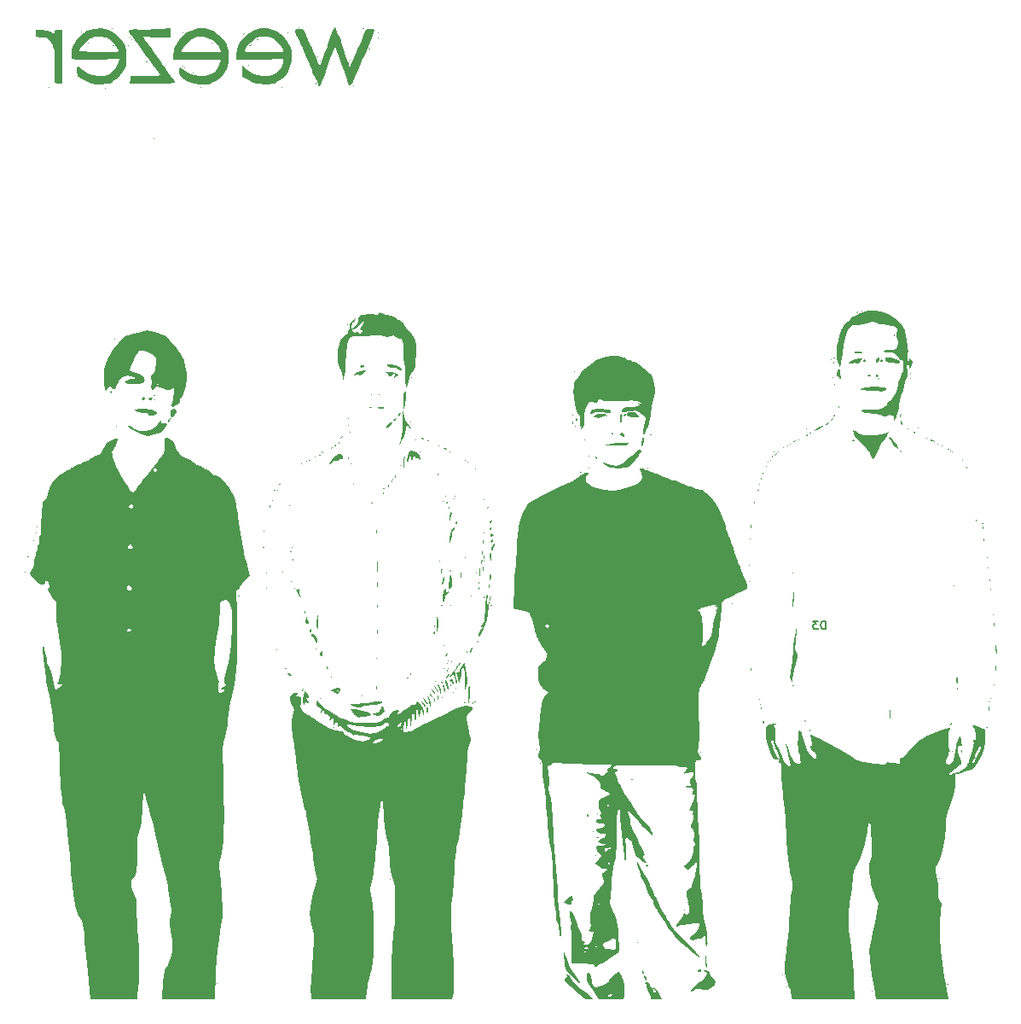
<source format=gbr>
%TF.GenerationSoftware,KiCad,Pcbnew,9.0.2*%
%TF.CreationDate,2025-07-08T15:17:27+08:00*%
%TF.ProjectId,SSRU_v3,53535255-5f76-4332-9e6b-696361645f70,rev?*%
%TF.SameCoordinates,Original*%
%TF.FileFunction,Legend,Bot*%
%TF.FilePolarity,Positive*%
%FSLAX46Y46*%
G04 Gerber Fmt 4.6, Leading zero omitted, Abs format (unit mm)*
G04 Created by KiCad (PCBNEW 9.0.2) date 2025-07-08 15:17:27*
%MOMM*%
%LPD*%
G01*
G04 APERTURE LIST*
%ADD10C,0.150000*%
%ADD11C,0.000000*%
G04 APERTURE END LIST*
D10*
X181767250Y-112991594D02*
X181767250Y-112191594D01*
X181767250Y-112191594D02*
X181576774Y-112191594D01*
X181576774Y-112191594D02*
X181462488Y-112229689D01*
X181462488Y-112229689D02*
X181386298Y-112305879D01*
X181386298Y-112305879D02*
X181348203Y-112382070D01*
X181348203Y-112382070D02*
X181310107Y-112534451D01*
X181310107Y-112534451D02*
X181310107Y-112648737D01*
X181310107Y-112648737D02*
X181348203Y-112801118D01*
X181348203Y-112801118D02*
X181386298Y-112877308D01*
X181386298Y-112877308D02*
X181462488Y-112953499D01*
X181462488Y-112953499D02*
X181576774Y-112991594D01*
X181576774Y-112991594D02*
X181767250Y-112991594D01*
X181043441Y-112191594D02*
X180548203Y-112191594D01*
X180548203Y-112191594D02*
X180814869Y-112496356D01*
X180814869Y-112496356D02*
X180700584Y-112496356D01*
X180700584Y-112496356D02*
X180624393Y-112534451D01*
X180624393Y-112534451D02*
X180586298Y-112572546D01*
X180586298Y-112572546D02*
X180548203Y-112648737D01*
X180548203Y-112648737D02*
X180548203Y-112839213D01*
X180548203Y-112839213D02*
X180586298Y-112915403D01*
X180586298Y-112915403D02*
X180624393Y-112953499D01*
X180624393Y-112953499D02*
X180700584Y-112991594D01*
X180700584Y-112991594D02*
X180929155Y-112991594D01*
X180929155Y-112991594D02*
X181005346Y-112953499D01*
X181005346Y-112953499D02*
X181043441Y-112915403D01*
D11*
%TO.C,G\u002A\u002A\u002A*%
G36*
X102344117Y-107305805D02*
G01*
X102294117Y-107355805D01*
X102244117Y-107305805D01*
X102294117Y-107255805D01*
X102344117Y-107305805D01*
G37*
G36*
X102944117Y-105005805D02*
G01*
X102894117Y-105055805D01*
X102844117Y-105005805D01*
X102894117Y-104955805D01*
X102944117Y-105005805D01*
G37*
G36*
X103244117Y-104205805D02*
G01*
X103194117Y-104255805D01*
X103144117Y-104205805D01*
X103194117Y-104155805D01*
X103244117Y-104205805D01*
G37*
G36*
X103444117Y-103405805D02*
G01*
X103394117Y-103455805D01*
X103344117Y-103405805D01*
X103394117Y-103355805D01*
X103444117Y-103405805D01*
G37*
G36*
X104744117Y-59205805D02*
G01*
X104694117Y-59255805D01*
X104644117Y-59205805D01*
X104694117Y-59155805D01*
X104744117Y-59205805D01*
G37*
G36*
X106944117Y-56905805D02*
G01*
X106894117Y-56955805D01*
X106844117Y-56905805D01*
X106894117Y-56855805D01*
X106944117Y-56905805D01*
G37*
G36*
X107144117Y-54605805D02*
G01*
X107094117Y-54655805D01*
X107044117Y-54605805D01*
X107094117Y-54555805D01*
X107144117Y-54605805D01*
G37*
G36*
X107944117Y-53705805D02*
G01*
X107894117Y-53755805D01*
X107844117Y-53705805D01*
X107894117Y-53655805D01*
X107944117Y-53705805D01*
G37*
G36*
X108644117Y-54805805D02*
G01*
X108594117Y-54855805D01*
X108544117Y-54805805D01*
X108594117Y-54755805D01*
X108644117Y-54805805D01*
G37*
G36*
X110344117Y-59305805D02*
G01*
X110294117Y-59355805D01*
X110244117Y-59305805D01*
X110294117Y-59255805D01*
X110344117Y-59305805D01*
G37*
G36*
X110444117Y-85005805D02*
G01*
X110394117Y-85055805D01*
X110344117Y-85005805D01*
X110394117Y-84955805D01*
X110444117Y-85005805D01*
G37*
G36*
X111044117Y-53405805D02*
G01*
X110994117Y-53455805D01*
X110944117Y-53405805D01*
X110994117Y-53355805D01*
X111044117Y-53405805D01*
G37*
G36*
X111144117Y-55105805D02*
G01*
X111094117Y-55155805D01*
X111044117Y-55105805D01*
X111094117Y-55055805D01*
X111144117Y-55105805D01*
G37*
G36*
X111244117Y-84205805D02*
G01*
X111194117Y-84255805D01*
X111144117Y-84205805D01*
X111194117Y-84155805D01*
X111244117Y-84205805D01*
G37*
G36*
X112644117Y-55105805D02*
G01*
X112594117Y-55155805D01*
X112544117Y-55105805D01*
X112594117Y-55055805D01*
X112644117Y-55105805D01*
G37*
G36*
X112644117Y-57905805D02*
G01*
X112594117Y-57955805D01*
X112544117Y-57905805D01*
X112594117Y-57855805D01*
X112644117Y-57905805D01*
G37*
G36*
X112944117Y-54505805D02*
G01*
X112894117Y-54555805D01*
X112844117Y-54505805D01*
X112894117Y-54455805D01*
X112944117Y-54505805D01*
G37*
G36*
X113544117Y-55305805D02*
G01*
X113494117Y-55355805D01*
X113444117Y-55305805D01*
X113494117Y-55255805D01*
X113544117Y-55305805D01*
G37*
G36*
X114444117Y-56705805D02*
G01*
X114394117Y-56755805D01*
X114344117Y-56705805D01*
X114394117Y-56655805D01*
X114444117Y-56705805D01*
G37*
G36*
X115144117Y-57505805D02*
G01*
X115094117Y-57555805D01*
X115044117Y-57505805D01*
X115094117Y-57455805D01*
X115144117Y-57505805D01*
G37*
G36*
X115144117Y-64305805D02*
G01*
X115094117Y-64355805D01*
X115044117Y-64305805D01*
X115094117Y-64255805D01*
X115144117Y-64305805D01*
G37*
G36*
X116644117Y-57505805D02*
G01*
X116594117Y-57555805D01*
X116544117Y-57505805D01*
X116594117Y-57455805D01*
X116644117Y-57505805D01*
G37*
G36*
X116944117Y-59105805D02*
G01*
X116894117Y-59155805D01*
X116844117Y-59105805D01*
X116894117Y-59055805D01*
X116944117Y-59105805D01*
G37*
G36*
X117444117Y-58605805D02*
G01*
X117394117Y-58655805D01*
X117344117Y-58605805D01*
X117394117Y-58555805D01*
X117444117Y-58605805D01*
G37*
G36*
X118044117Y-53805805D02*
G01*
X117994117Y-53855805D01*
X117944117Y-53805805D01*
X117994117Y-53755805D01*
X118044117Y-53805805D01*
G37*
G36*
X118044117Y-57105805D02*
G01*
X117994117Y-57155805D01*
X117944117Y-57105805D01*
X117994117Y-57055805D01*
X118044117Y-57105805D01*
G37*
G36*
X118244117Y-57305805D02*
G01*
X118194117Y-57355805D01*
X118144117Y-57305805D01*
X118194117Y-57255805D01*
X118244117Y-57305805D01*
G37*
G36*
X119044117Y-57805805D02*
G01*
X118994117Y-57855805D01*
X118944117Y-57805805D01*
X118994117Y-57755805D01*
X119044117Y-57805805D01*
G37*
G36*
X119844117Y-59205805D02*
G01*
X119794117Y-59255805D01*
X119744117Y-59205805D01*
X119794117Y-59155805D01*
X119844117Y-59205805D01*
G37*
G36*
X120944117Y-54805805D02*
G01*
X120894117Y-54855805D01*
X120844117Y-54805805D01*
X120894117Y-54755805D01*
X120944117Y-54805805D01*
G37*
G36*
X121444117Y-148105805D02*
G01*
X121394117Y-148155805D01*
X121344117Y-148105805D01*
X121394117Y-148055805D01*
X121444117Y-148105805D01*
G37*
G36*
X121444117Y-149005805D02*
G01*
X121394117Y-149055805D01*
X121344117Y-149005805D01*
X121394117Y-148955805D01*
X121444117Y-149005805D01*
G37*
G36*
X123544117Y-54605805D02*
G01*
X123494117Y-54655805D01*
X123444117Y-54605805D01*
X123494117Y-54555805D01*
X123544117Y-54605805D01*
G37*
G36*
X124544117Y-57005805D02*
G01*
X124494117Y-57055805D01*
X124444117Y-57005805D01*
X124494117Y-56955805D01*
X124544117Y-57005805D01*
G37*
G36*
X124644117Y-108705805D02*
G01*
X124594117Y-108755805D01*
X124544117Y-108705805D01*
X124594117Y-108655805D01*
X124644117Y-108705805D01*
G37*
G36*
X125444117Y-54505805D02*
G01*
X125394117Y-54555805D01*
X125344117Y-54505805D01*
X125394117Y-54455805D01*
X125444117Y-54505805D01*
G37*
G36*
X126344117Y-107405805D02*
G01*
X126294117Y-107455805D01*
X126244117Y-107405805D01*
X126294117Y-107355805D01*
X126344117Y-107405805D01*
G37*
G36*
X126344117Y-108905805D02*
G01*
X126294117Y-108955805D01*
X126244117Y-108905805D01*
X126294117Y-108855805D01*
X126344117Y-108905805D01*
G37*
G36*
X126444117Y-113305805D02*
G01*
X126394117Y-113355805D01*
X126344117Y-113305805D01*
X126394117Y-113255805D01*
X126444117Y-113305805D01*
G37*
G36*
X126644117Y-113705805D02*
G01*
X126594117Y-113755805D01*
X126544117Y-113705805D01*
X126594117Y-113655805D01*
X126644117Y-113705805D01*
G37*
G36*
X126944117Y-100205805D02*
G01*
X126894117Y-100255805D01*
X126844117Y-100205805D01*
X126894117Y-100155805D01*
X126944117Y-100205805D01*
G37*
G36*
X127144117Y-99205805D02*
G01*
X127094117Y-99255805D01*
X127044117Y-99205805D01*
X127094117Y-99155805D01*
X127144117Y-99205805D01*
G37*
G36*
X127444117Y-99205805D02*
G01*
X127394117Y-99255805D01*
X127344117Y-99205805D01*
X127394117Y-99155805D01*
X127444117Y-99205805D01*
G37*
G36*
X127544117Y-98805805D02*
G01*
X127494117Y-98855805D01*
X127444117Y-98805805D01*
X127494117Y-98755805D01*
X127544117Y-98805805D01*
G37*
G36*
X127644117Y-98605805D02*
G01*
X127594117Y-98655805D01*
X127544117Y-98605805D01*
X127594117Y-98555805D01*
X127644117Y-98605805D01*
G37*
G36*
X127844117Y-53005805D02*
G01*
X127794117Y-53055805D01*
X127744117Y-53005805D01*
X127794117Y-52955805D01*
X127844117Y-53005805D01*
G37*
G36*
X127844117Y-59205805D02*
G01*
X127794117Y-59255805D01*
X127744117Y-59205805D01*
X127794117Y-59155805D01*
X127844117Y-59205805D01*
G37*
G36*
X127944117Y-107305805D02*
G01*
X127894117Y-107355805D01*
X127844117Y-107305805D01*
X127894117Y-107255805D01*
X127944117Y-107305805D01*
G37*
G36*
X128244117Y-116905805D02*
G01*
X128194117Y-116955805D01*
X128144117Y-116905805D01*
X128194117Y-116855805D01*
X128244117Y-116905805D01*
G37*
G36*
X128444117Y-53805805D02*
G01*
X128394117Y-53855805D01*
X128344117Y-53805805D01*
X128394117Y-53755805D01*
X128444117Y-53805805D01*
G37*
G36*
X128644117Y-100705805D02*
G01*
X128594117Y-100755805D01*
X128544117Y-100705805D01*
X128594117Y-100655805D01*
X128644117Y-100705805D01*
G37*
G36*
X128744117Y-53105805D02*
G01*
X128694117Y-53155805D01*
X128644117Y-53105805D01*
X128694117Y-53055805D01*
X128744117Y-53105805D01*
G37*
G36*
X128744117Y-105305805D02*
G01*
X128694117Y-105355805D01*
X128644117Y-105305805D01*
X128694117Y-105255805D01*
X128744117Y-105305805D01*
G37*
G36*
X129044117Y-53105805D02*
G01*
X128994117Y-53155805D01*
X128944117Y-53105805D01*
X128994117Y-53055805D01*
X129044117Y-53105805D01*
G37*
G36*
X129144117Y-108905805D02*
G01*
X129094117Y-108955805D01*
X129044117Y-108905805D01*
X129094117Y-108855805D01*
X129144117Y-108905805D01*
G37*
G36*
X129544117Y-53305805D02*
G01*
X129494117Y-53355805D01*
X129444117Y-53305805D01*
X129494117Y-53255805D01*
X129544117Y-53305805D01*
G37*
G36*
X129644117Y-118705805D02*
G01*
X129594117Y-118755805D01*
X129544117Y-118705805D01*
X129594117Y-118655805D01*
X129644117Y-118705805D01*
G37*
G36*
X130344117Y-56905805D02*
G01*
X130294117Y-56955805D01*
X130244117Y-56905805D01*
X130294117Y-56855805D01*
X130344117Y-56905805D01*
G37*
G36*
X130344117Y-96305805D02*
G01*
X130294117Y-96355805D01*
X130244117Y-96305805D01*
X130294117Y-96255805D01*
X130344117Y-96305805D01*
G37*
G36*
X131144117Y-58605805D02*
G01*
X131094117Y-58655805D01*
X131044117Y-58605805D01*
X131094117Y-58555805D01*
X131144117Y-58605805D01*
G37*
G36*
X131144117Y-95905805D02*
G01*
X131094117Y-95955805D01*
X131044117Y-95905805D01*
X131094117Y-95855805D01*
X131144117Y-95905805D01*
G37*
G36*
X131444117Y-56205805D02*
G01*
X131394117Y-56255805D01*
X131344117Y-56205805D01*
X131394117Y-56155805D01*
X131444117Y-56205805D01*
G37*
G36*
X131644117Y-56605805D02*
G01*
X131594117Y-56655805D01*
X131544117Y-56605805D01*
X131594117Y-56555805D01*
X131644117Y-56605805D01*
G37*
G36*
X131944117Y-54605805D02*
G01*
X131894117Y-54655805D01*
X131844117Y-54605805D01*
X131894117Y-54555805D01*
X131944117Y-54605805D01*
G37*
G36*
X132144117Y-95505805D02*
G01*
X132094117Y-95555805D01*
X132044117Y-95505805D01*
X132094117Y-95455805D01*
X132144117Y-95505805D01*
G37*
G36*
X132744117Y-56905805D02*
G01*
X132694117Y-56955805D01*
X132644117Y-56905805D01*
X132694117Y-56855805D01*
X132744117Y-56905805D01*
G37*
G36*
X133044117Y-122705805D02*
G01*
X132994117Y-122755805D01*
X132944117Y-122705805D01*
X132994117Y-122655805D01*
X133044117Y-122705805D01*
G37*
G36*
X134044117Y-58505805D02*
G01*
X133994117Y-58555805D01*
X133944117Y-58505805D01*
X133994117Y-58455805D01*
X134044117Y-58505805D01*
G37*
G36*
X134144117Y-96105805D02*
G01*
X134094117Y-96155805D01*
X134044117Y-96105805D01*
X134094117Y-96055805D01*
X134144117Y-96105805D01*
G37*
G36*
X134244117Y-90505805D02*
G01*
X134194117Y-90555805D01*
X134144117Y-90505805D01*
X134194117Y-90455805D01*
X134244117Y-90505805D01*
G37*
G36*
X134344117Y-91105805D02*
G01*
X134294117Y-91155805D01*
X134244117Y-91105805D01*
X134294117Y-91055805D01*
X134344117Y-91105805D01*
G37*
G36*
X134544117Y-93805805D02*
G01*
X134494117Y-93855805D01*
X134444117Y-93805805D01*
X134494117Y-93755805D01*
X134544117Y-93805805D01*
G37*
G36*
X134644117Y-94505805D02*
G01*
X134594117Y-94555805D01*
X134544117Y-94505805D01*
X134594117Y-94455805D01*
X134644117Y-94505805D01*
G37*
G36*
X134644117Y-96105805D02*
G01*
X134594117Y-96155805D01*
X134544117Y-96105805D01*
X134594117Y-96055805D01*
X134644117Y-96105805D01*
G37*
G36*
X134944117Y-98605805D02*
G01*
X134894117Y-98655805D01*
X134844117Y-98605805D01*
X134894117Y-98555805D01*
X134944117Y-98605805D01*
G37*
G36*
X135844117Y-119605805D02*
G01*
X135794117Y-119655805D01*
X135744117Y-119605805D01*
X135794117Y-119555805D01*
X135844117Y-119605805D01*
G37*
G36*
X135944117Y-53405805D02*
G01*
X135894117Y-53455805D01*
X135844117Y-53405805D01*
X135894117Y-53355805D01*
X135944117Y-53405805D01*
G37*
G36*
X135944117Y-121005805D02*
G01*
X135894117Y-121055805D01*
X135844117Y-121005805D01*
X135894117Y-120955805D01*
X135944117Y-121005805D01*
G37*
G36*
X136544117Y-55405805D02*
G01*
X136494117Y-55455805D01*
X136444117Y-55405805D01*
X136494117Y-55355805D01*
X136544117Y-55405805D01*
G37*
G36*
X136744117Y-89705805D02*
G01*
X136694117Y-89755805D01*
X136644117Y-89705805D01*
X136694117Y-89655805D01*
X136744117Y-89705805D01*
G37*
G36*
X137444117Y-53105805D02*
G01*
X137394117Y-53155805D01*
X137344117Y-53105805D01*
X137394117Y-53055805D01*
X137444117Y-53105805D01*
G37*
G36*
X137444117Y-53805805D02*
G01*
X137394117Y-53855805D01*
X137344117Y-53805805D01*
X137394117Y-53755805D01*
X137444117Y-53805805D01*
G37*
G36*
X137444117Y-54305805D02*
G01*
X137394117Y-54355805D01*
X137344117Y-54305805D01*
X137394117Y-54255805D01*
X137444117Y-54305805D01*
G37*
G36*
X137544117Y-89705805D02*
G01*
X137494117Y-89755805D01*
X137444117Y-89705805D01*
X137494117Y-89655805D01*
X137544117Y-89705805D01*
G37*
G36*
X138644117Y-137805805D02*
G01*
X138594117Y-137855805D01*
X138544117Y-137805805D01*
X138594117Y-137755805D01*
X138644117Y-137805805D01*
G37*
G36*
X140344117Y-117805805D02*
G01*
X140294117Y-117855805D01*
X140244117Y-117805805D01*
X140294117Y-117755805D01*
X140344117Y-117805805D01*
G37*
G36*
X141144117Y-94205805D02*
G01*
X141094117Y-94255805D01*
X141044117Y-94205805D01*
X141094117Y-94155805D01*
X141144117Y-94205805D01*
G37*
G36*
X141544117Y-95405805D02*
G01*
X141494117Y-95455805D01*
X141444117Y-95405805D01*
X141494117Y-95355805D01*
X141544117Y-95405805D01*
G37*
G36*
X142344117Y-114205805D02*
G01*
X142294117Y-114255805D01*
X142244117Y-114205805D01*
X142294117Y-114155805D01*
X142344117Y-114205805D01*
G37*
G36*
X142744117Y-94505805D02*
G01*
X142694117Y-94555805D01*
X142644117Y-94505805D01*
X142694117Y-94455805D01*
X142744117Y-94505805D01*
G37*
G36*
X143044117Y-121005805D02*
G01*
X142994117Y-121055805D01*
X142944117Y-121005805D01*
X142994117Y-120955805D01*
X143044117Y-121005805D01*
G37*
G36*
X143444117Y-94805805D02*
G01*
X143394117Y-94855805D01*
X143344117Y-94805805D01*
X143394117Y-94755805D01*
X143444117Y-94805805D01*
G37*
G36*
X143744117Y-110605805D02*
G01*
X143694117Y-110655805D01*
X143644117Y-110605805D01*
X143694117Y-110555805D01*
X143744117Y-110605805D01*
G37*
G36*
X143944117Y-114605805D02*
G01*
X143894117Y-114655805D01*
X143844117Y-114605805D01*
X143894117Y-114555805D01*
X143944117Y-114605805D01*
G37*
G36*
X143944117Y-116905805D02*
G01*
X143894117Y-116955805D01*
X143844117Y-116905805D01*
X143894117Y-116855805D01*
X143944117Y-116905805D01*
G37*
G36*
X144044117Y-99405805D02*
G01*
X143994117Y-99455805D01*
X143944117Y-99405805D01*
X143994117Y-99355805D01*
X144044117Y-99405805D01*
G37*
G36*
X144144117Y-99805805D02*
G01*
X144094117Y-99855805D01*
X144044117Y-99805805D01*
X144094117Y-99755805D01*
X144144117Y-99805805D01*
G37*
G36*
X144344117Y-116105805D02*
G01*
X144294117Y-116155805D01*
X144244117Y-116105805D01*
X144294117Y-116055805D01*
X144344117Y-116105805D01*
G37*
G36*
X144544117Y-95405805D02*
G01*
X144494117Y-95455805D01*
X144444117Y-95405805D01*
X144494117Y-95355805D01*
X144544117Y-95405805D01*
G37*
G36*
X144544117Y-102805805D02*
G01*
X144494117Y-102855805D01*
X144444117Y-102805805D01*
X144494117Y-102755805D01*
X144544117Y-102805805D01*
G37*
G36*
X144544117Y-106505805D02*
G01*
X144494117Y-106555805D01*
X144444117Y-106505805D01*
X144494117Y-106455805D01*
X144544117Y-106505805D01*
G37*
G36*
X144644117Y-110605805D02*
G01*
X144594117Y-110655805D01*
X144544117Y-110605805D01*
X144594117Y-110555805D01*
X144644117Y-110605805D01*
G37*
G36*
X144744117Y-95505805D02*
G01*
X144694117Y-95555805D01*
X144644117Y-95505805D01*
X144694117Y-95455805D01*
X144744117Y-95505805D01*
G37*
G36*
X144744117Y-116205805D02*
G01*
X144694117Y-116255805D01*
X144644117Y-116205805D01*
X144694117Y-116155805D01*
X144744117Y-116205805D01*
G37*
G36*
X144844117Y-101105805D02*
G01*
X144794117Y-101155805D01*
X144744117Y-101105805D01*
X144794117Y-101055805D01*
X144844117Y-101105805D01*
G37*
G36*
X145044117Y-99805805D02*
G01*
X144994117Y-99855805D01*
X144944117Y-99805805D01*
X144994117Y-99755805D01*
X145044117Y-99805805D01*
G37*
G36*
X145144117Y-99405805D02*
G01*
X145094117Y-99455805D01*
X145044117Y-99405805D01*
X145094117Y-99355805D01*
X145144117Y-99405805D01*
G37*
G36*
X145544117Y-113705805D02*
G01*
X145494117Y-113755805D01*
X145444117Y-113705805D01*
X145494117Y-113655805D01*
X145544117Y-113705805D01*
G37*
G36*
X146044117Y-96205805D02*
G01*
X145994117Y-96255805D01*
X145944117Y-96205805D01*
X145994117Y-96155805D01*
X146044117Y-96205805D01*
G37*
G36*
X146044117Y-106605805D02*
G01*
X145994117Y-106655805D01*
X145944117Y-106605805D01*
X145994117Y-106555805D01*
X146044117Y-106605805D01*
G37*
G36*
X146244117Y-96105805D02*
G01*
X146194117Y-96155805D01*
X146144117Y-96105805D01*
X146194117Y-96055805D01*
X146244117Y-96105805D01*
G37*
G36*
X146244117Y-113705805D02*
G01*
X146194117Y-113755805D01*
X146144117Y-113705805D01*
X146194117Y-113655805D01*
X146244117Y-113705805D01*
G37*
G36*
X146344117Y-96405805D02*
G01*
X146294117Y-96455805D01*
X146244117Y-96405805D01*
X146294117Y-96355805D01*
X146344117Y-96405805D01*
G37*
G36*
X146644117Y-109705805D02*
G01*
X146594117Y-109755805D01*
X146544117Y-109705805D01*
X146594117Y-109655805D01*
X146644117Y-109705805D01*
G37*
G36*
X147044117Y-120205805D02*
G01*
X146994117Y-120255805D01*
X146944117Y-120205805D01*
X146994117Y-120155805D01*
X147044117Y-120205805D01*
G37*
G36*
X147144117Y-107405805D02*
G01*
X147094117Y-107455805D01*
X147044117Y-107405805D01*
X147094117Y-107355805D01*
X147144117Y-107405805D01*
G37*
G36*
X147944117Y-100105805D02*
G01*
X147894117Y-100155805D01*
X147844117Y-100105805D01*
X147894117Y-100055805D01*
X147944117Y-100105805D01*
G37*
G36*
X147944117Y-103705805D02*
G01*
X147894117Y-103755805D01*
X147844117Y-103705805D01*
X147894117Y-103655805D01*
X147944117Y-103705805D01*
G37*
G36*
X148044117Y-104905805D02*
G01*
X147994117Y-104955805D01*
X147944117Y-104905805D01*
X147994117Y-104855805D01*
X148044117Y-104905805D01*
G37*
G36*
X148644117Y-110605805D02*
G01*
X148594117Y-110655805D01*
X148544117Y-110605805D01*
X148594117Y-110555805D01*
X148644117Y-110605805D01*
G37*
G36*
X153544117Y-126305805D02*
G01*
X153494117Y-126355805D01*
X153444117Y-126305805D01*
X153494117Y-126255805D01*
X153544117Y-126305805D01*
G37*
G36*
X157044117Y-93305805D02*
G01*
X156994117Y-93355805D01*
X156944117Y-93305805D01*
X156994117Y-93255805D01*
X157044117Y-93305805D01*
G37*
G36*
X157544117Y-97405805D02*
G01*
X157494117Y-97455805D01*
X157444117Y-97405805D01*
X157494117Y-97355805D01*
X157544117Y-97405805D01*
G37*
G36*
X157944117Y-94205805D02*
G01*
X157894117Y-94255805D01*
X157844117Y-94205805D01*
X157894117Y-94155805D01*
X157944117Y-94205805D01*
G37*
G36*
X157944117Y-94505805D02*
G01*
X157894117Y-94555805D01*
X157844117Y-94505805D01*
X157894117Y-94455805D01*
X157944117Y-94505805D01*
G37*
G36*
X158244117Y-97205805D02*
G01*
X158194117Y-97255805D01*
X158144117Y-97205805D01*
X158194117Y-97155805D01*
X158244117Y-97205805D01*
G37*
G36*
X158344117Y-95805805D02*
G01*
X158294117Y-95855805D01*
X158244117Y-95805805D01*
X158294117Y-95755805D01*
X158344117Y-95805805D01*
G37*
G36*
X158344117Y-97005805D02*
G01*
X158294117Y-97055805D01*
X158244117Y-97005805D01*
X158294117Y-96955805D01*
X158344117Y-97005805D01*
G37*
G36*
X159044117Y-135405805D02*
G01*
X158994117Y-135455805D01*
X158944117Y-135405805D01*
X158994117Y-135355805D01*
X159044117Y-135405805D01*
G37*
G36*
X164644117Y-93405805D02*
G01*
X164594117Y-93455805D01*
X164544117Y-93405805D01*
X164594117Y-93355805D01*
X164644117Y-93405805D01*
G37*
G36*
X169444117Y-124905805D02*
G01*
X169394117Y-124955805D01*
X169344117Y-124905805D01*
X169394117Y-124855805D01*
X169444117Y-124905805D01*
G37*
G36*
X169444117Y-125205805D02*
G01*
X169394117Y-125255805D01*
X169344117Y-125205805D01*
X169394117Y-125155805D01*
X169444117Y-125205805D01*
G37*
G36*
X171544117Y-101005805D02*
G01*
X171494117Y-101055805D01*
X171444117Y-101005805D01*
X171494117Y-100955805D01*
X171544117Y-101005805D01*
G37*
G36*
X174344117Y-115905805D02*
G01*
X174294117Y-115955805D01*
X174244117Y-115905805D01*
X174294117Y-115855805D01*
X174344117Y-115905805D01*
G37*
G36*
X174444117Y-101005805D02*
G01*
X174394117Y-101055805D01*
X174344117Y-101005805D01*
X174394117Y-100955805D01*
X174444117Y-101005805D01*
G37*
G36*
X174544117Y-101705805D02*
G01*
X174494117Y-101755805D01*
X174444117Y-101705805D01*
X174494117Y-101655805D01*
X174544117Y-101705805D01*
G37*
G36*
X175144117Y-98905805D02*
G01*
X175094117Y-98955805D01*
X175044117Y-98905805D01*
X175094117Y-98855805D01*
X175144117Y-98905805D01*
G37*
G36*
X175144117Y-99205805D02*
G01*
X175094117Y-99255805D01*
X175044117Y-99205805D01*
X175094117Y-99155805D01*
X175144117Y-99205805D01*
G37*
G36*
X175244117Y-98605805D02*
G01*
X175194117Y-98655805D01*
X175144117Y-98605805D01*
X175194117Y-98555805D01*
X175244117Y-98605805D01*
G37*
G36*
X176144117Y-96405805D02*
G01*
X176094117Y-96455805D01*
X176044117Y-96405805D01*
X176094117Y-96355805D01*
X176144117Y-96405805D01*
G37*
G36*
X176344117Y-96205805D02*
G01*
X176294117Y-96255805D01*
X176244117Y-96205805D01*
X176294117Y-96155805D01*
X176344117Y-96205805D01*
G37*
G36*
X176744117Y-95405805D02*
G01*
X176694117Y-95455805D01*
X176644117Y-95405805D01*
X176694117Y-95355805D01*
X176744117Y-95405805D01*
G37*
G36*
X177144117Y-95405805D02*
G01*
X177094117Y-95455805D01*
X177044117Y-95405805D01*
X177094117Y-95355805D01*
X177144117Y-95405805D01*
G37*
G36*
X178044117Y-94805805D02*
G01*
X177994117Y-94855805D01*
X177944117Y-94805805D01*
X177994117Y-94755805D01*
X178044117Y-94805805D01*
G37*
G36*
X178344117Y-94605805D02*
G01*
X178294117Y-94655805D01*
X178244117Y-94605805D01*
X178294117Y-94555805D01*
X178344117Y-94605805D01*
G37*
G36*
X178544117Y-107405805D02*
G01*
X178494117Y-107455805D01*
X178444117Y-107405805D01*
X178494117Y-107355805D01*
X178544117Y-107405805D01*
G37*
G36*
X179144117Y-94205805D02*
G01*
X179094117Y-94255805D01*
X179044117Y-94205805D01*
X179094117Y-94155805D01*
X179144117Y-94205805D01*
G37*
G36*
X179944117Y-93105805D02*
G01*
X179894117Y-93155805D01*
X179844117Y-93105805D01*
X179894117Y-93055805D01*
X179944117Y-93105805D01*
G37*
G36*
X182444117Y-88905805D02*
G01*
X182394117Y-88955805D01*
X182344117Y-88905805D01*
X182394117Y-88855805D01*
X182444117Y-88905805D01*
G37*
G36*
X182744117Y-88705805D02*
G01*
X182694117Y-88755805D01*
X182644117Y-88705805D01*
X182694117Y-88655805D01*
X182744117Y-88705805D01*
G37*
G36*
X184844117Y-136905805D02*
G01*
X184794117Y-136955805D01*
X184744117Y-136905805D01*
X184794117Y-136855805D01*
X184844117Y-136905805D01*
G37*
G36*
X185444117Y-81405805D02*
G01*
X185394117Y-81455805D01*
X185344117Y-81405805D01*
X185394117Y-81355805D01*
X185444117Y-81405805D01*
G37*
G36*
X185944117Y-137005805D02*
G01*
X185894117Y-137055805D01*
X185844117Y-137005805D01*
X185894117Y-136955805D01*
X185944117Y-137005805D01*
G37*
G36*
X186044117Y-86105805D02*
G01*
X185994117Y-86155805D01*
X185944117Y-86105805D01*
X185994117Y-86055805D01*
X186044117Y-86105805D01*
G37*
G36*
X186444117Y-148905805D02*
G01*
X186394117Y-148955805D01*
X186344117Y-148905805D01*
X186394117Y-148855805D01*
X186444117Y-148905805D01*
G37*
G36*
X188644117Y-81805805D02*
G01*
X188594117Y-81855805D01*
X188544117Y-81805805D01*
X188594117Y-81755805D01*
X188644117Y-81805805D01*
G37*
G36*
X190244117Y-87605805D02*
G01*
X190194117Y-87655805D01*
X190144117Y-87605805D01*
X190194117Y-87555805D01*
X190244117Y-87605805D01*
G37*
G36*
X190244117Y-88105805D02*
G01*
X190194117Y-88155805D01*
X190144117Y-88105805D01*
X190194117Y-88055805D01*
X190244117Y-88105805D01*
G37*
G36*
X191044117Y-93005805D02*
G01*
X190994117Y-93055805D01*
X190944117Y-93005805D01*
X190994117Y-92955805D01*
X191044117Y-93005805D01*
G37*
G36*
X191844117Y-94005805D02*
G01*
X191794117Y-94055805D01*
X191744117Y-94005805D01*
X191794117Y-93955805D01*
X191844117Y-94005805D01*
G37*
G36*
X192944117Y-94605805D02*
G01*
X192894117Y-94655805D01*
X192844117Y-94605805D01*
X192894117Y-94555805D01*
X192944117Y-94605805D01*
G37*
G36*
X193144117Y-137705805D02*
G01*
X193094117Y-137755805D01*
X193044117Y-137705805D01*
X193094117Y-137655805D01*
X193144117Y-137705805D01*
G37*
G36*
X193244117Y-139605805D02*
G01*
X193194117Y-139655805D01*
X193144117Y-139605805D01*
X193194117Y-139555805D01*
X193244117Y-139605805D01*
G37*
G36*
X193444117Y-135805805D02*
G01*
X193394117Y-135855805D01*
X193344117Y-135805805D01*
X193394117Y-135755805D01*
X193444117Y-135805805D01*
G37*
G36*
X193944117Y-148205805D02*
G01*
X193894117Y-148255805D01*
X193844117Y-148205805D01*
X193894117Y-148155805D01*
X193944117Y-148205805D01*
G37*
G36*
X194244117Y-95305805D02*
G01*
X194194117Y-95355805D01*
X194144117Y-95305805D01*
X194194117Y-95255805D01*
X194244117Y-95305805D01*
G37*
G36*
X194444117Y-95405805D02*
G01*
X194394117Y-95455805D01*
X194344117Y-95405805D01*
X194394117Y-95355805D01*
X194444117Y-95405805D01*
G37*
G36*
X194444117Y-125105805D02*
G01*
X194394117Y-125155805D01*
X194344117Y-125105805D01*
X194394117Y-125055805D01*
X194444117Y-125105805D01*
G37*
G36*
X194744117Y-95605805D02*
G01*
X194694117Y-95655805D01*
X194644117Y-95605805D01*
X194694117Y-95555805D01*
X194744117Y-95605805D01*
G37*
G36*
X195044117Y-119305805D02*
G01*
X194994117Y-119355805D01*
X194944117Y-119305805D01*
X194994117Y-119255805D01*
X195044117Y-119305805D01*
G37*
G36*
X195444117Y-96205805D02*
G01*
X195394117Y-96255805D01*
X195344117Y-96205805D01*
X195394117Y-96155805D01*
X195444117Y-96205805D01*
G37*
G36*
X196244117Y-97805805D02*
G01*
X196194117Y-97855805D01*
X196144117Y-97805805D01*
X196194117Y-97755805D01*
X196244117Y-97805805D01*
G37*
G36*
X197344117Y-101705805D02*
G01*
X197294117Y-101755805D01*
X197244117Y-101705805D01*
X197294117Y-101655805D01*
X197344117Y-101705805D01*
G37*
G36*
X197844117Y-122705805D02*
G01*
X197794117Y-122755805D01*
X197744117Y-122705805D01*
X197794117Y-122655805D01*
X197844117Y-122705805D01*
G37*
G36*
X197944117Y-106905805D02*
G01*
X197894117Y-106955805D01*
X197844117Y-106905805D01*
X197894117Y-106855805D01*
X197944117Y-106905805D01*
G37*
G36*
X198044117Y-120205805D02*
G01*
X197994117Y-120255805D01*
X197944117Y-120205805D01*
X197994117Y-120155805D01*
X198044117Y-120205805D01*
G37*
G36*
X198244117Y-109005805D02*
G01*
X198194117Y-109055805D01*
X198144117Y-109005805D01*
X198194117Y-108955805D01*
X198244117Y-109005805D01*
G37*
G36*
X102710784Y-105789138D02*
G01*
X102726429Y-105819216D01*
X102644117Y-105855805D01*
X102591178Y-105848588D01*
X102577451Y-105789138D01*
X102592108Y-105777170D01*
X102710784Y-105789138D01*
G37*
G36*
X103544117Y-102855805D02*
G01*
X103536901Y-102908744D01*
X103477451Y-102922471D01*
X103465483Y-102907814D01*
X103477451Y-102789138D01*
X103507529Y-102773493D01*
X103544117Y-102855805D01*
G37*
G36*
X111444117Y-92855805D02*
G01*
X111436901Y-92908744D01*
X111377451Y-92922471D01*
X111365483Y-92907814D01*
X111377451Y-92789138D01*
X111407529Y-92773493D01*
X111444117Y-92855805D01*
G37*
G36*
X112744117Y-54255805D02*
G01*
X112736901Y-54308744D01*
X112677451Y-54322471D01*
X112665483Y-54307814D01*
X112677451Y-54189138D01*
X112707529Y-54173493D01*
X112744117Y-54255805D01*
G37*
G36*
X115244117Y-90255805D02*
G01*
X115236901Y-90308744D01*
X115177451Y-90322471D01*
X115165483Y-90307814D01*
X115177451Y-90189138D01*
X115207529Y-90173493D01*
X115244117Y-90255805D01*
G37*
G36*
X123610784Y-109689138D02*
G01*
X123626429Y-109719216D01*
X123544117Y-109755805D01*
X123491178Y-109748588D01*
X123477451Y-109689138D01*
X123492108Y-109677170D01*
X123610784Y-109689138D01*
G37*
G36*
X126044117Y-103255805D02*
G01*
X126036901Y-103308744D01*
X125977451Y-103322471D01*
X125965483Y-103307814D01*
X125977451Y-103189138D01*
X126007529Y-103173493D01*
X126044117Y-103255805D01*
G37*
G36*
X126536223Y-101197471D02*
G01*
X126529152Y-101298897D01*
X126483701Y-101328721D01*
X126463885Y-101293342D01*
X126475806Y-101137055D01*
X126511801Y-101090768D01*
X126536223Y-101197471D01*
G37*
G36*
X127344117Y-115055805D02*
G01*
X127336901Y-115108744D01*
X127277451Y-115122471D01*
X127265483Y-115107814D01*
X127277451Y-114989138D01*
X127307529Y-114973493D01*
X127344117Y-115055805D01*
G37*
G36*
X128736223Y-101597471D02*
G01*
X128729152Y-101698897D01*
X128683701Y-101728721D01*
X128663885Y-101693342D01*
X128675806Y-101537055D01*
X128711801Y-101490768D01*
X128736223Y-101597471D01*
G37*
G36*
X128744117Y-108255805D02*
G01*
X128736901Y-108308744D01*
X128677451Y-108322471D01*
X128665483Y-108307814D01*
X128677451Y-108189138D01*
X128707529Y-108173493D01*
X128744117Y-108255805D01*
G37*
G36*
X128910784Y-53589138D02*
G01*
X128926429Y-53619216D01*
X128844117Y-53655805D01*
X128791178Y-53648588D01*
X128777451Y-53589138D01*
X128792108Y-53577170D01*
X128910784Y-53589138D01*
G37*
G36*
X128844117Y-104855805D02*
G01*
X128836901Y-104908744D01*
X128777451Y-104922471D01*
X128765483Y-104907814D01*
X128777451Y-104789138D01*
X128807529Y-104773493D01*
X128844117Y-104855805D01*
G37*
G36*
X128928328Y-106055805D02*
G01*
X128914389Y-106193367D01*
X128877889Y-106180805D01*
X128864682Y-106135539D01*
X128877889Y-105930805D01*
X128912613Y-105913841D01*
X128928328Y-106055805D01*
G37*
G36*
X129928328Y-110155805D02*
G01*
X129914389Y-110293367D01*
X129877889Y-110280805D01*
X129864682Y-110235539D01*
X129877889Y-110030805D01*
X129912613Y-110013841D01*
X129928328Y-110155805D01*
G37*
G36*
X130136223Y-111297471D02*
G01*
X130129152Y-111398897D01*
X130083701Y-111428721D01*
X130063885Y-111393342D01*
X130075806Y-111237055D01*
X130111801Y-111190768D01*
X130136223Y-111297471D01*
G37*
G36*
X130610784Y-96189138D02*
G01*
X130626429Y-96219216D01*
X130544117Y-96255805D01*
X130491178Y-96248588D01*
X130477451Y-96189138D01*
X130492108Y-96177170D01*
X130610784Y-96189138D01*
G37*
G36*
X131244117Y-58855805D02*
G01*
X131236901Y-58908744D01*
X131177451Y-58922471D01*
X131165483Y-58907814D01*
X131177451Y-58789138D01*
X131207529Y-58773493D01*
X131244117Y-58855805D01*
G37*
G36*
X131244117Y-114955805D02*
G01*
X131236901Y-115008744D01*
X131177451Y-115022471D01*
X131165483Y-115007814D01*
X131177451Y-114889138D01*
X131207529Y-114873493D01*
X131244117Y-114955805D01*
G37*
G36*
X131610784Y-95689138D02*
G01*
X131626429Y-95719216D01*
X131544117Y-95755805D01*
X131491178Y-95748588D01*
X131477451Y-95689138D01*
X131492108Y-95677170D01*
X131610784Y-95689138D01*
G37*
G36*
X131644117Y-119855805D02*
G01*
X131636901Y-119908744D01*
X131577451Y-119922471D01*
X131565483Y-119907814D01*
X131577451Y-119789138D01*
X131607529Y-119773493D01*
X131644117Y-119855805D01*
G37*
G36*
X132644117Y-117255805D02*
G01*
X132636901Y-117308744D01*
X132577451Y-117322471D01*
X132565483Y-117307814D01*
X132577451Y-117189138D01*
X132607529Y-117173493D01*
X132644117Y-117255805D01*
G37*
G36*
X132644117Y-122355805D02*
G01*
X132636901Y-122408744D01*
X132577451Y-122422471D01*
X132565483Y-122407814D01*
X132577451Y-122289138D01*
X132607529Y-122273493D01*
X132644117Y-122355805D01*
G37*
G36*
X132744117Y-117755805D02*
G01*
X132736901Y-117808744D01*
X132677451Y-117822471D01*
X132665483Y-117807814D01*
X132677451Y-117689138D01*
X132707529Y-117673493D01*
X132744117Y-117755805D01*
G37*
G36*
X134344117Y-82755805D02*
G01*
X134336901Y-82808744D01*
X134277451Y-82822471D01*
X134265483Y-82807814D01*
X134277451Y-82689138D01*
X134307529Y-82673493D01*
X134344117Y-82755805D01*
G37*
G36*
X134444117Y-92055805D02*
G01*
X134436901Y-92108744D01*
X134377451Y-92122471D01*
X134365483Y-92107814D01*
X134377451Y-91989138D01*
X134407529Y-91973493D01*
X134444117Y-92055805D01*
G37*
G36*
X134428328Y-92755805D02*
G01*
X134414389Y-92893367D01*
X134377889Y-92880805D01*
X134364682Y-92835539D01*
X134377889Y-92630805D01*
X134412613Y-92613841D01*
X134428328Y-92755805D01*
G37*
G36*
X134428328Y-96055805D02*
G01*
X134414389Y-96193367D01*
X134377889Y-96180805D01*
X134364682Y-96135539D01*
X134377889Y-95930805D01*
X134412613Y-95913841D01*
X134428328Y-96055805D01*
G37*
G36*
X134644117Y-56555805D02*
G01*
X134636901Y-56608744D01*
X134577451Y-56622471D01*
X134565483Y-56607814D01*
X134577451Y-56489138D01*
X134607529Y-56473493D01*
X134644117Y-56555805D01*
G37*
G36*
X134644117Y-93455805D02*
G01*
X134636901Y-93508744D01*
X134577451Y-93522471D01*
X134565483Y-93507814D01*
X134577451Y-93389138D01*
X134607529Y-93373493D01*
X134644117Y-93455805D01*
G37*
G36*
X134744117Y-96555805D02*
G01*
X134736901Y-96608744D01*
X134677451Y-96622471D01*
X134665483Y-96607814D01*
X134677451Y-96489138D01*
X134707529Y-96473493D01*
X134744117Y-96555805D01*
G37*
G36*
X134944117Y-59055805D02*
G01*
X134936901Y-59108744D01*
X134877451Y-59122471D01*
X134865483Y-59107814D01*
X134877451Y-58989138D01*
X134907529Y-58973493D01*
X134944117Y-59055805D01*
G37*
G36*
X136769117Y-90989576D02*
G01*
X136786081Y-91024300D01*
X136644117Y-91040015D01*
X136506555Y-91026076D01*
X136519117Y-90989576D01*
X136564383Y-90976369D01*
X136769117Y-90989576D01*
G37*
G36*
X137244117Y-115855805D02*
G01*
X137236901Y-115908744D01*
X137177451Y-115922471D01*
X137165483Y-115907814D01*
X137177451Y-115789138D01*
X137207529Y-115773493D01*
X137244117Y-115855805D01*
G37*
G36*
X137328328Y-110755805D02*
G01*
X137314389Y-110893367D01*
X137277889Y-110880805D01*
X137264682Y-110835539D01*
X137277889Y-110630805D01*
X137312613Y-110613841D01*
X137328328Y-110755805D01*
G37*
G36*
X137936223Y-99497471D02*
G01*
X137929152Y-99598897D01*
X137883701Y-99628721D01*
X137863885Y-99593342D01*
X137875806Y-99437055D01*
X137911801Y-99390768D01*
X137936223Y-99497471D01*
G37*
G36*
X138010784Y-98989138D02*
G01*
X138026429Y-99019216D01*
X137944117Y-99055805D01*
X137891178Y-99048588D01*
X137877451Y-98989138D01*
X137892108Y-98977170D01*
X138010784Y-98989138D01*
G37*
G36*
X138428328Y-98755805D02*
G01*
X138414389Y-98893367D01*
X138377889Y-98880805D01*
X138364682Y-98835539D01*
X138377889Y-98630805D01*
X138412613Y-98613841D01*
X138428328Y-98755805D01*
G37*
G36*
X139236223Y-97297471D02*
G01*
X139229152Y-97398897D01*
X139183701Y-97428721D01*
X139163885Y-97393342D01*
X139175806Y-97237055D01*
X139211801Y-97190768D01*
X139236223Y-97297471D01*
G37*
G36*
X139644117Y-96755805D02*
G01*
X139636901Y-96808744D01*
X139577451Y-96822471D01*
X139565483Y-96807814D01*
X139577451Y-96689138D01*
X139607529Y-96673493D01*
X139644117Y-96755805D01*
G37*
G36*
X140644117Y-92455805D02*
G01*
X140636901Y-92508744D01*
X140577451Y-92522471D01*
X140565483Y-92507814D01*
X140577451Y-92389138D01*
X140607529Y-92373493D01*
X140644117Y-92455805D01*
G37*
G36*
X140644117Y-117455805D02*
G01*
X140636901Y-117508744D01*
X140577451Y-117522471D01*
X140565483Y-117507814D01*
X140577451Y-117389138D01*
X140607529Y-117373493D01*
X140644117Y-117455805D01*
G37*
G36*
X140744117Y-88055805D02*
G01*
X140736901Y-88108744D01*
X140677451Y-88122471D01*
X140665483Y-88107814D01*
X140677451Y-87989138D01*
X140707529Y-87973493D01*
X140744117Y-88055805D01*
G37*
G36*
X141944117Y-95755805D02*
G01*
X141936901Y-95808744D01*
X141877451Y-95822471D01*
X141865483Y-95807814D01*
X141877451Y-95689138D01*
X141907529Y-95673493D01*
X141944117Y-95755805D01*
G37*
G36*
X142410784Y-94289138D02*
G01*
X142426429Y-94319216D01*
X142344117Y-94355805D01*
X142291178Y-94348588D01*
X142277451Y-94289138D01*
X142292108Y-94277170D01*
X142410784Y-94289138D01*
G37*
G36*
X143028328Y-112655805D02*
G01*
X143014389Y-112793367D01*
X142977889Y-112780805D01*
X142964682Y-112735539D01*
X142977889Y-112530805D01*
X143012613Y-112513841D01*
X143028328Y-112655805D01*
G37*
G36*
X143336223Y-97597471D02*
G01*
X143329152Y-97698897D01*
X143283701Y-97728721D01*
X143263885Y-97693342D01*
X143275806Y-97537055D01*
X143311801Y-97490768D01*
X143336223Y-97597471D01*
G37*
G36*
X143536223Y-106197471D02*
G01*
X143529152Y-106298897D01*
X143483701Y-106328721D01*
X143463885Y-106293342D01*
X143475806Y-106137055D01*
X143511801Y-106090768D01*
X143536223Y-106197471D01*
G37*
G36*
X143628328Y-98755805D02*
G01*
X143614389Y-98893367D01*
X143577889Y-98880805D01*
X143564682Y-98835539D01*
X143577889Y-98630805D01*
X143612613Y-98613841D01*
X143628328Y-98755805D01*
G37*
G36*
X143744117Y-119755805D02*
G01*
X143736901Y-119808744D01*
X143677451Y-119822471D01*
X143665483Y-119807814D01*
X143677451Y-119689138D01*
X143707529Y-119673493D01*
X143744117Y-119755805D01*
G37*
G36*
X143844117Y-100255805D02*
G01*
X143836901Y-100308744D01*
X143777451Y-100322471D01*
X143765483Y-100307814D01*
X143777451Y-100189138D01*
X143807529Y-100173493D01*
X143844117Y-100255805D01*
G37*
G36*
X144244117Y-116355805D02*
G01*
X144236901Y-116408744D01*
X144177451Y-116422471D01*
X144165483Y-116407814D01*
X144177451Y-116289138D01*
X144207529Y-116273493D01*
X144244117Y-116355805D01*
G37*
G36*
X144444117Y-100955805D02*
G01*
X144436901Y-101008744D01*
X144377451Y-101022471D01*
X144365483Y-101007814D01*
X144377451Y-100889138D01*
X144407529Y-100873493D01*
X144444117Y-100955805D01*
G37*
G36*
X144628328Y-118555805D02*
G01*
X144614389Y-118693367D01*
X144577889Y-118680805D01*
X144564682Y-118635539D01*
X144577889Y-118430805D01*
X144612613Y-118413841D01*
X144628328Y-118555805D01*
G37*
G36*
X144844117Y-119255805D02*
G01*
X144836901Y-119308744D01*
X144777451Y-119322471D01*
X144765483Y-119307814D01*
X144777451Y-119189138D01*
X144807529Y-119173493D01*
X144844117Y-119255805D01*
G37*
G36*
X144944117Y-100055805D02*
G01*
X144936901Y-100108744D01*
X144877451Y-100122471D01*
X144865483Y-100107814D01*
X144877451Y-99989138D01*
X144907529Y-99973493D01*
X144944117Y-100055805D01*
G37*
G36*
X145144117Y-118855805D02*
G01*
X145136901Y-118908744D01*
X145077451Y-118922471D01*
X145065483Y-118907814D01*
X145077451Y-118789138D01*
X145107529Y-118773493D01*
X145144117Y-118855805D01*
G37*
G36*
X145444117Y-134455805D02*
G01*
X145436901Y-134508744D01*
X145377451Y-134522471D01*
X145365483Y-134507814D01*
X145377451Y-134389138D01*
X145407529Y-134373493D01*
X145444117Y-134455805D01*
G37*
G36*
X145836223Y-118097471D02*
G01*
X145829152Y-118198897D01*
X145783701Y-118228721D01*
X145763885Y-118193342D01*
X145775806Y-118037055D01*
X145811801Y-117990768D01*
X145836223Y-118097471D01*
G37*
G36*
X146062867Y-120287493D02*
G01*
X146109154Y-120323488D01*
X146002451Y-120347910D01*
X145901025Y-120340839D01*
X145871201Y-120295388D01*
X145906580Y-120275572D01*
X146062867Y-120287493D01*
G37*
G36*
X146044117Y-105855805D02*
G01*
X146036901Y-105908744D01*
X145977451Y-105922471D01*
X145965483Y-105907814D01*
X145977451Y-105789138D01*
X146007529Y-105773493D01*
X146044117Y-105855805D01*
G37*
G36*
X146244117Y-115255805D02*
G01*
X146236901Y-115308744D01*
X146177451Y-115322471D01*
X146165483Y-115307814D01*
X146177451Y-115189138D01*
X146207529Y-115173493D01*
X146244117Y-115255805D01*
G37*
G36*
X146444117Y-114555805D02*
G01*
X146436901Y-114608744D01*
X146377451Y-114622471D01*
X146365483Y-114607814D01*
X146377451Y-114489138D01*
X146407529Y-114473493D01*
X146444117Y-114555805D01*
G37*
G36*
X146844117Y-120355805D02*
G01*
X146836901Y-120408744D01*
X146777451Y-120422471D01*
X146765483Y-120407814D01*
X146777451Y-120289138D01*
X146807529Y-120273493D01*
X146844117Y-120355805D01*
G37*
G36*
X147444117Y-97455805D02*
G01*
X147436901Y-97508744D01*
X147377451Y-97522471D01*
X147365483Y-97507814D01*
X147377451Y-97389138D01*
X147407529Y-97373493D01*
X147444117Y-97455805D01*
G37*
G36*
X147428328Y-108355805D02*
G01*
X147414389Y-108493367D01*
X147377889Y-108480805D01*
X147364682Y-108435539D01*
X147377889Y-108230805D01*
X147412613Y-108213841D01*
X147428328Y-108355805D01*
G37*
G36*
X147944117Y-103455805D02*
G01*
X147936901Y-103508744D01*
X147877451Y-103522471D01*
X147865483Y-103507814D01*
X147877451Y-103389138D01*
X147907529Y-103373493D01*
X147944117Y-103455805D01*
G37*
G36*
X147944117Y-106255805D02*
G01*
X147936901Y-106308744D01*
X147877451Y-106322471D01*
X147865483Y-106307814D01*
X147877451Y-106189138D01*
X147907529Y-106173493D01*
X147944117Y-106255805D01*
G37*
G36*
X147944117Y-109855805D02*
G01*
X147936901Y-109908744D01*
X147877451Y-109922471D01*
X147865483Y-109907814D01*
X147877451Y-109789138D01*
X147907529Y-109773493D01*
X147944117Y-109855805D01*
G37*
G36*
X147928328Y-105855805D02*
G01*
X147914389Y-105993367D01*
X147877889Y-105980805D01*
X147864682Y-105935539D01*
X147877889Y-105730805D01*
X147912613Y-105713841D01*
X147928328Y-105855805D01*
G37*
G36*
X148036223Y-105197471D02*
G01*
X148029152Y-105298897D01*
X147983701Y-105328721D01*
X147963885Y-105293342D01*
X147975806Y-105137055D01*
X148011801Y-105090768D01*
X148036223Y-105197471D01*
G37*
G36*
X148544117Y-107255805D02*
G01*
X148536901Y-107308744D01*
X148477451Y-107322471D01*
X148465483Y-107307814D01*
X148477451Y-107189138D01*
X148507529Y-107173493D01*
X148544117Y-107255805D01*
G37*
G36*
X153144117Y-124955805D02*
G01*
X153136901Y-125008744D01*
X153077451Y-125022471D01*
X153065483Y-125007814D01*
X153077451Y-124889138D01*
X153107529Y-124873493D01*
X153144117Y-124955805D01*
G37*
G36*
X156736223Y-92497471D02*
G01*
X156729152Y-92598897D01*
X156683701Y-92628721D01*
X156663885Y-92593342D01*
X156675806Y-92437055D01*
X156711801Y-92390768D01*
X156736223Y-92497471D01*
G37*
G36*
X156744117Y-91755805D02*
G01*
X156736901Y-91808744D01*
X156677451Y-91822471D01*
X156665483Y-91807814D01*
X156677451Y-91689138D01*
X156707529Y-91673493D01*
X156744117Y-91755805D01*
G37*
G36*
X156910784Y-87389138D02*
G01*
X156926429Y-87419216D01*
X156844117Y-87455805D01*
X156791178Y-87448588D01*
X156777451Y-87389138D01*
X156792108Y-87377170D01*
X156910784Y-87389138D01*
G37*
G36*
X156944117Y-92855805D02*
G01*
X156936901Y-92908744D01*
X156877451Y-92922471D01*
X156865483Y-92907814D01*
X156877451Y-92789138D01*
X156907529Y-92773493D01*
X156944117Y-92855805D01*
G37*
G36*
X158744117Y-133055805D02*
G01*
X158736901Y-133108744D01*
X158677451Y-133122471D01*
X158665483Y-133107814D01*
X158677451Y-132989138D01*
X158707529Y-132973493D01*
X158744117Y-133055805D01*
G37*
G36*
X159144117Y-131255805D02*
G01*
X159136901Y-131308744D01*
X159077451Y-131322471D01*
X159065483Y-131307814D01*
X159077451Y-131189138D01*
X159107529Y-131173493D01*
X159144117Y-131255805D01*
G37*
G36*
X161244117Y-127655805D02*
G01*
X161236901Y-127708744D01*
X161177451Y-127722471D01*
X161165483Y-127707814D01*
X161177451Y-127589138D01*
X161207529Y-127573493D01*
X161244117Y-127655805D01*
G37*
G36*
X161244117Y-146555805D02*
G01*
X161236901Y-146608744D01*
X161177451Y-146622471D01*
X161165483Y-146607814D01*
X161177451Y-146489138D01*
X161207529Y-146473493D01*
X161244117Y-146555805D01*
G37*
G36*
X163144117Y-144055805D02*
G01*
X163136901Y-144108744D01*
X163077451Y-144122471D01*
X163065483Y-144107814D01*
X163077451Y-143989138D01*
X163107529Y-143973493D01*
X163144117Y-144055805D01*
G37*
G36*
X164210784Y-96989138D02*
G01*
X164226429Y-97019216D01*
X164144117Y-97055805D01*
X164091178Y-97048588D01*
X164077451Y-96989138D01*
X164092108Y-96977170D01*
X164210784Y-96989138D01*
G37*
G36*
X164510784Y-93689138D02*
G01*
X164526429Y-93719216D01*
X164444117Y-93755805D01*
X164391178Y-93748588D01*
X164377451Y-93689138D01*
X164392108Y-93677170D01*
X164510784Y-93689138D01*
G37*
G36*
X164636223Y-147997471D02*
G01*
X164629152Y-148098897D01*
X164583701Y-148128721D01*
X164563885Y-148093342D01*
X164575806Y-147937055D01*
X164611801Y-147890768D01*
X164636223Y-147997471D01*
G37*
G36*
X172610784Y-110489138D02*
G01*
X172626429Y-110519216D01*
X172544117Y-110555805D01*
X172491178Y-110548588D01*
X172477451Y-110489138D01*
X172492108Y-110477170D01*
X172610784Y-110489138D01*
G37*
G36*
X174244117Y-106655805D02*
G01*
X174236901Y-106708744D01*
X174177451Y-106722471D01*
X174165483Y-106707814D01*
X174177451Y-106589138D01*
X174207529Y-106573493D01*
X174244117Y-106655805D01*
G37*
G36*
X174244117Y-107855805D02*
G01*
X174236901Y-107908744D01*
X174177451Y-107922471D01*
X174165483Y-107907814D01*
X174177451Y-107789138D01*
X174207529Y-107773493D01*
X174244117Y-107855805D01*
G37*
G36*
X174244117Y-108255805D02*
G01*
X174236901Y-108308744D01*
X174177451Y-108322471D01*
X174165483Y-108307814D01*
X174177451Y-108189138D01*
X174207529Y-108173493D01*
X174244117Y-108255805D01*
G37*
G36*
X174344117Y-104055805D02*
G01*
X174336901Y-104108744D01*
X174277451Y-104122471D01*
X174265483Y-104107814D01*
X174277451Y-103989138D01*
X174307529Y-103973493D01*
X174344117Y-104055805D01*
G37*
G36*
X174428328Y-116955805D02*
G01*
X174414389Y-117093367D01*
X174377889Y-117080805D01*
X174364682Y-117035539D01*
X174377889Y-116830805D01*
X174412613Y-116813841D01*
X174428328Y-116955805D01*
G37*
G36*
X174628328Y-101355805D02*
G01*
X174614389Y-101493367D01*
X174577889Y-101480805D01*
X174564682Y-101435539D01*
X174577889Y-101230805D01*
X174612613Y-101213841D01*
X174628328Y-101355805D01*
G37*
G36*
X174628328Y-118355805D02*
G01*
X174614389Y-118493367D01*
X174577889Y-118480805D01*
X174564682Y-118435539D01*
X174577889Y-118230805D01*
X174612613Y-118213841D01*
X174628328Y-118355805D01*
G37*
G36*
X175044117Y-99455805D02*
G01*
X175036901Y-99508744D01*
X174977451Y-99522471D01*
X174965483Y-99507814D01*
X174977451Y-99389138D01*
X175007529Y-99373493D01*
X175044117Y-99455805D01*
G37*
G36*
X175228328Y-119955805D02*
G01*
X175214389Y-120093367D01*
X175177889Y-120080805D01*
X175164682Y-120035539D01*
X175177889Y-119830805D01*
X175212613Y-119813841D01*
X175228328Y-119955805D01*
G37*
G36*
X175344117Y-120455805D02*
G01*
X175336901Y-120508744D01*
X175277451Y-120522471D01*
X175265483Y-120507814D01*
X175277451Y-120389138D01*
X175307529Y-120373493D01*
X175344117Y-120455805D01*
G37*
G36*
X175444117Y-98055805D02*
G01*
X175436901Y-98108744D01*
X175377451Y-98122471D01*
X175365483Y-98107814D01*
X175377451Y-97989138D01*
X175407529Y-97973493D01*
X175444117Y-98055805D01*
G37*
G36*
X175444117Y-120855805D02*
G01*
X175436901Y-120908744D01*
X175377451Y-120922471D01*
X175365483Y-120907814D01*
X175377451Y-120789138D01*
X175407529Y-120773493D01*
X175444117Y-120855805D01*
G37*
G36*
X175636223Y-97497471D02*
G01*
X175629152Y-97598897D01*
X175583701Y-97628721D01*
X175563885Y-97593342D01*
X175575806Y-97437055D01*
X175611801Y-97390768D01*
X175636223Y-97497471D01*
G37*
G36*
X175944117Y-96855805D02*
G01*
X175936901Y-96908744D01*
X175877451Y-96922471D01*
X175865483Y-96907814D01*
X175877451Y-96789138D01*
X175907529Y-96773493D01*
X175944117Y-96855805D01*
G37*
G36*
X176544117Y-95855805D02*
G01*
X176536901Y-95908744D01*
X176477451Y-95922471D01*
X176465483Y-95907814D01*
X176477451Y-95789138D01*
X176507529Y-95773493D01*
X176544117Y-95855805D01*
G37*
G36*
X177544117Y-147255805D02*
G01*
X177536901Y-147308744D01*
X177477451Y-147322471D01*
X177465483Y-147307814D01*
X177477451Y-147189138D01*
X177507529Y-147173493D01*
X177544117Y-147255805D01*
G37*
G36*
X177710784Y-94989138D02*
G01*
X177726429Y-95019216D01*
X177644117Y-95055805D01*
X177591178Y-95048588D01*
X177577451Y-94989138D01*
X177592108Y-94977170D01*
X177710784Y-94989138D01*
G37*
G36*
X177944117Y-142655805D02*
G01*
X177936901Y-142708744D01*
X177877451Y-142722471D01*
X177865483Y-142707814D01*
X177877451Y-142589138D01*
X177907529Y-142573493D01*
X177944117Y-142655805D01*
G37*
G36*
X177944117Y-148455805D02*
G01*
X177936901Y-148508744D01*
X177877451Y-148522471D01*
X177865483Y-148507814D01*
X177877451Y-148389138D01*
X177907529Y-148373493D01*
X177944117Y-148455805D01*
G37*
G36*
X179610784Y-93889138D02*
G01*
X179626429Y-93919216D01*
X179544117Y-93955805D01*
X179491178Y-93948588D01*
X179477451Y-93889138D01*
X179492108Y-93877170D01*
X179610784Y-93889138D01*
G37*
G36*
X180362867Y-93487493D02*
G01*
X180409154Y-93523488D01*
X180302451Y-93547910D01*
X180201025Y-93540839D01*
X180171201Y-93495388D01*
X180206580Y-93475572D01*
X180362867Y-93487493D01*
G37*
G36*
X180228328Y-123055805D02*
G01*
X180214389Y-123193367D01*
X180177889Y-123180805D01*
X180164682Y-123135539D01*
X180177889Y-122930805D01*
X180212613Y-122913841D01*
X180228328Y-123055805D01*
G37*
G36*
X182344117Y-86255805D02*
G01*
X182336901Y-86308744D01*
X182277451Y-86322471D01*
X182265483Y-86307814D01*
X182277451Y-86189138D01*
X182307529Y-86173493D01*
X182344117Y-86255805D01*
G37*
G36*
X182544117Y-88055805D02*
G01*
X182536901Y-88108744D01*
X182477451Y-88122471D01*
X182465483Y-88107814D01*
X182477451Y-87989138D01*
X182507529Y-87973493D01*
X182544117Y-88055805D01*
G37*
G36*
X182710784Y-86089138D02*
G01*
X182726429Y-86119216D01*
X182644117Y-86155805D01*
X182591178Y-86148588D01*
X182577451Y-86089138D01*
X182592108Y-86077170D01*
X182710784Y-86089138D01*
G37*
G36*
X182644117Y-86555805D02*
G01*
X182636901Y-86608744D01*
X182577451Y-86622471D01*
X182565483Y-86607814D01*
X182577451Y-86489138D01*
X182607529Y-86473493D01*
X182644117Y-86555805D01*
G37*
G36*
X183144117Y-90955805D02*
G01*
X183136901Y-91008744D01*
X183077451Y-91022471D01*
X183065483Y-91007814D01*
X183077451Y-90889138D01*
X183107529Y-90873493D01*
X183144117Y-90955805D01*
G37*
G36*
X183310784Y-90589138D02*
G01*
X183326429Y-90619216D01*
X183244117Y-90655805D01*
X183191178Y-90648588D01*
X183177451Y-90589138D01*
X183192108Y-90577170D01*
X183310784Y-90589138D01*
G37*
G36*
X183344117Y-89055805D02*
G01*
X183336901Y-89108744D01*
X183277451Y-89122471D01*
X183265483Y-89107814D01*
X183277451Y-88989138D01*
X183307529Y-88973493D01*
X183344117Y-89055805D01*
G37*
G36*
X186144117Y-133655805D02*
G01*
X186136901Y-133708744D01*
X186077451Y-133722471D01*
X186065483Y-133707814D01*
X186077451Y-133589138D01*
X186107529Y-133573493D01*
X186144117Y-133655805D01*
G37*
G36*
X188636223Y-83797471D02*
G01*
X188629152Y-83898897D01*
X188583701Y-83928721D01*
X188563885Y-83893342D01*
X188575806Y-83737055D01*
X188611801Y-83690768D01*
X188636223Y-83797471D01*
G37*
G36*
X190010784Y-93089138D02*
G01*
X190026429Y-93119216D01*
X189944117Y-93155805D01*
X189891178Y-93148588D01*
X189877451Y-93089138D01*
X189892108Y-93077170D01*
X190010784Y-93089138D01*
G37*
G36*
X190036223Y-88297471D02*
G01*
X190029152Y-88398897D01*
X189983701Y-88428721D01*
X189963885Y-88393342D01*
X189975806Y-88237055D01*
X190011801Y-88190768D01*
X190036223Y-88297471D01*
G37*
G36*
X194010784Y-95089138D02*
G01*
X194026429Y-95119216D01*
X193944117Y-95155805D01*
X193891178Y-95148588D01*
X193877451Y-95089138D01*
X193892108Y-95077170D01*
X194010784Y-95089138D01*
G37*
G36*
X194344117Y-110655805D02*
G01*
X194336901Y-110708744D01*
X194277451Y-110722471D01*
X194265483Y-110707814D01*
X194277451Y-110589138D01*
X194307529Y-110573493D01*
X194344117Y-110655805D01*
G37*
G36*
X194544117Y-108655805D02*
G01*
X194536901Y-108708744D01*
X194477451Y-108722471D01*
X194465483Y-108707814D01*
X194477451Y-108589138D01*
X194507529Y-108573493D01*
X194544117Y-108655805D01*
G37*
G36*
X194928328Y-118855805D02*
G01*
X194914389Y-118993367D01*
X194877889Y-118980805D01*
X194864682Y-118935539D01*
X194877889Y-118730805D01*
X194912613Y-118713841D01*
X194928328Y-118855805D01*
G37*
G36*
X195044117Y-95855805D02*
G01*
X195036901Y-95908744D01*
X194977451Y-95922471D01*
X194965483Y-95907814D01*
X194977451Y-95789138D01*
X195007529Y-95773493D01*
X195044117Y-95855805D01*
G37*
G36*
X195336223Y-125097471D02*
G01*
X195329152Y-125198897D01*
X195283701Y-125228721D01*
X195263885Y-125193342D01*
X195275806Y-125037055D01*
X195311801Y-124990768D01*
X195336223Y-125097471D01*
G37*
G36*
X195844117Y-96955805D02*
G01*
X195836901Y-97008744D01*
X195777451Y-97022471D01*
X195765483Y-97007814D01*
X195777451Y-96889138D01*
X195807529Y-96873493D01*
X195844117Y-96955805D01*
G37*
G36*
X196544117Y-99055805D02*
G01*
X196536901Y-99108744D01*
X196477451Y-99122471D01*
X196465483Y-99107814D01*
X196477451Y-98989138D01*
X196507529Y-98973493D01*
X196544117Y-99055805D01*
G37*
G36*
X196736223Y-102197471D02*
G01*
X196729152Y-102298897D01*
X196683701Y-102328721D01*
X196663885Y-102293342D01*
X196675806Y-102137055D01*
X196711801Y-102090768D01*
X196736223Y-102197471D01*
G37*
G36*
X197428328Y-102955805D02*
G01*
X197414389Y-103093367D01*
X197377889Y-103080805D01*
X197364682Y-103035539D01*
X197377889Y-102830805D01*
X197412613Y-102813841D01*
X197428328Y-102955805D01*
G37*
G36*
X197836223Y-105897471D02*
G01*
X197829152Y-105998897D01*
X197783701Y-106028721D01*
X197763885Y-105993342D01*
X197775806Y-105837055D01*
X197811801Y-105790768D01*
X197836223Y-105897471D01*
G37*
G36*
X198144117Y-108155805D02*
G01*
X198136901Y-108208744D01*
X198077451Y-108222471D01*
X198065483Y-108207814D01*
X198077451Y-108089138D01*
X198107529Y-108073493D01*
X198144117Y-108155805D01*
G37*
G36*
X198236223Y-119797471D02*
G01*
X198229152Y-119898897D01*
X198183701Y-119928721D01*
X198163885Y-119893342D01*
X198175806Y-119737055D01*
X198211801Y-119690768D01*
X198236223Y-119797471D01*
G37*
G36*
X198428328Y-111555805D02*
G01*
X198414389Y-111693367D01*
X198377889Y-111680805D01*
X198364682Y-111635539D01*
X198377889Y-111430805D01*
X198412613Y-111413841D01*
X198428328Y-111555805D01*
G37*
G36*
X198544117Y-118455805D02*
G01*
X198536901Y-118508744D01*
X198477451Y-118522471D01*
X198465483Y-118507814D01*
X198477451Y-118389138D01*
X198507529Y-118373493D01*
X198544117Y-118455805D01*
G37*
G36*
X124103667Y-53940354D02*
G01*
X124072797Y-53984777D01*
X123988216Y-54055805D01*
X123974236Y-54054831D01*
X123952214Y-53996945D01*
X124059568Y-53896255D01*
X124115453Y-53871924D01*
X124103667Y-53940354D01*
G37*
G36*
X124820996Y-54975527D02*
G01*
X124744117Y-55055805D01*
X124653531Y-55111871D01*
X124558920Y-55145745D01*
X124594117Y-55055805D01*
X124615523Y-55028570D01*
X124775019Y-54957336D01*
X124820996Y-54975527D01*
G37*
G36*
X129893410Y-96556950D02*
G01*
X129873818Y-96583176D01*
X129738216Y-96655805D01*
X129682134Y-96650524D01*
X129658555Y-96598345D01*
X129799311Y-96517649D01*
X129877314Y-96500124D01*
X129893410Y-96556950D01*
G37*
G36*
X129928968Y-118918270D02*
G01*
X129898229Y-119049151D01*
X129851197Y-119115049D01*
X129784022Y-119142397D01*
X129809610Y-119001492D01*
X129847163Y-118928581D01*
X129916485Y-118894839D01*
X129928968Y-118918270D01*
G37*
G36*
X132886803Y-94882873D02*
G01*
X132823060Y-94995719D01*
X132744743Y-95068376D01*
X132659104Y-95102372D01*
X132651642Y-95034506D01*
X132733796Y-94916379D01*
X132853962Y-94855805D01*
X132886803Y-94882873D01*
G37*
G36*
X133203667Y-94740354D02*
G01*
X133190381Y-94760710D01*
X133091575Y-94852807D01*
X133044117Y-94811706D01*
X133053056Y-94789214D01*
X133159568Y-94696255D01*
X133215453Y-94671924D01*
X133203667Y-94740354D01*
G37*
G36*
X133528968Y-94418270D02*
G01*
X133498229Y-94549151D01*
X133451197Y-94615049D01*
X133384022Y-94642397D01*
X133409610Y-94501492D01*
X133447163Y-94428581D01*
X133516485Y-94394839D01*
X133528968Y-94418270D01*
G37*
G36*
X133831232Y-93860379D02*
G01*
X133746123Y-94003388D01*
X133618467Y-94135801D01*
X133580858Y-94125162D01*
X133664485Y-93960352D01*
X133751813Y-93846130D01*
X133829582Y-93807936D01*
X133831232Y-93860379D01*
G37*
G36*
X144238420Y-115412056D02*
G01*
X144181764Y-115601939D01*
X144140809Y-115681966D01*
X144072597Y-115717618D01*
X144065660Y-115654009D01*
X144131910Y-115488305D01*
X144215158Y-115374172D01*
X144238420Y-115412056D01*
G37*
G36*
X147008469Y-97004038D02*
G01*
X147087688Y-97126492D01*
X147094807Y-97145464D01*
X147115789Y-97245665D01*
X147031709Y-97182471D01*
X146974647Y-97108944D01*
X146963430Y-97003158D01*
X147008469Y-97004038D01*
G37*
G36*
X148303667Y-100940354D02*
G01*
X148272797Y-100984777D01*
X148188216Y-101055805D01*
X148174236Y-101054831D01*
X148152214Y-100996945D01*
X148259568Y-100896255D01*
X148315453Y-100871924D01*
X148303667Y-100940354D01*
G37*
G36*
X148604131Y-102882485D02*
G01*
X148622517Y-102922008D01*
X148585823Y-103069226D01*
X148520470Y-103144905D01*
X148465392Y-103069629D01*
X148453136Y-102976630D01*
X148505273Y-102866063D01*
X148604131Y-102882485D01*
G37*
G36*
X148784043Y-103555730D02*
G01*
X148834969Y-103641334D01*
X148748056Y-103753370D01*
X148582041Y-103806797D01*
X148496044Y-103742450D01*
X148555024Y-103592664D01*
X148653433Y-103511051D01*
X148784043Y-103555730D01*
G37*
G36*
X148798473Y-104096429D02*
G01*
X148739534Y-104264369D01*
X148654488Y-104386198D01*
X148573662Y-104418682D01*
X148553435Y-104292403D01*
X148626589Y-104133418D01*
X148744497Y-104055805D01*
X148798473Y-104096429D01*
G37*
G36*
X158264627Y-131376633D02*
G01*
X158280501Y-131505230D01*
X158239547Y-131572706D01*
X158133639Y-131599328D01*
X158073529Y-131545664D01*
X158058983Y-131418588D01*
X158190979Y-131355805D01*
X158264627Y-131376633D01*
G37*
G36*
X178820996Y-94275527D02*
G01*
X178744117Y-94355805D01*
X178653531Y-94411871D01*
X178558920Y-94445745D01*
X178594117Y-94355805D01*
X178615523Y-94328570D01*
X178775019Y-94257336D01*
X178820996Y-94275527D01*
G37*
G36*
X186971560Y-87743247D02*
G01*
X187037598Y-87848746D01*
X186946178Y-87954531D01*
X186844549Y-88004637D01*
X186751496Y-87975530D01*
X186785042Y-87793396D01*
X186858707Y-87683790D01*
X186971560Y-87743247D01*
G37*
G36*
X193470784Y-94843396D02*
G01*
X193483705Y-94856566D01*
X193531633Y-94929821D01*
X193414805Y-94899375D01*
X193321481Y-94849505D01*
X193291471Y-94775117D01*
X193339673Y-94764407D01*
X193470784Y-94843396D01*
G37*
G36*
X194287688Y-122385117D02*
G01*
X194237818Y-122478441D01*
X194163430Y-122508451D01*
X194152720Y-122460249D01*
X194231709Y-122329138D01*
X194244879Y-122316217D01*
X194318134Y-122268289D01*
X194287688Y-122385117D01*
G37*
G36*
X110891908Y-89374885D02*
G01*
X110944117Y-89511706D01*
X110929728Y-89583135D01*
X110844117Y-89605805D01*
X110816807Y-89585336D01*
X110744117Y-89449903D01*
X110746980Y-89427577D01*
X110844117Y-89355805D01*
X110891908Y-89374885D01*
G37*
G36*
X114183352Y-90044169D02*
G01*
X114189847Y-90162714D01*
X114174511Y-90183808D01*
X114044117Y-90255805D01*
X113964513Y-90233934D01*
X113889268Y-90121975D01*
X113942486Y-90006813D01*
X114063132Y-89980837D01*
X114183352Y-90044169D01*
G37*
G36*
X115104257Y-89660406D02*
G01*
X115194117Y-89755805D01*
X115209743Y-89794541D01*
X115150019Y-89855805D01*
X115120993Y-89851962D01*
X115044117Y-89755805D01*
X115045264Y-89733174D01*
X115088216Y-89655805D01*
X115104257Y-89660406D01*
G37*
G36*
X126004257Y-104760406D02*
G01*
X126094117Y-104855805D01*
X126109743Y-104894541D01*
X126050019Y-104955805D01*
X126020993Y-104951962D01*
X125944117Y-104855805D01*
X125945264Y-104833174D01*
X125988216Y-104755805D01*
X126004257Y-104760406D01*
G37*
G36*
X130703318Y-112996032D02*
G01*
X130744117Y-113161706D01*
X130722827Y-113275186D01*
X130644117Y-113305805D01*
X130605063Y-113270158D01*
X130544117Y-113099903D01*
X130554425Y-113036373D01*
X130644117Y-112955805D01*
X130703318Y-112996032D01*
G37*
G36*
X131799896Y-95360304D02*
G01*
X131894117Y-95455805D01*
X131912744Y-95491210D01*
X131905921Y-95555805D01*
X131888339Y-95551305D01*
X131794117Y-95455805D01*
X131775491Y-95420399D01*
X131782314Y-95355805D01*
X131799896Y-95360304D01*
G37*
G36*
X132309302Y-116674228D02*
G01*
X132380280Y-116805805D01*
X132396001Y-116882504D01*
X132340979Y-116955805D01*
X132296451Y-116938906D01*
X132244117Y-116805805D01*
X132248461Y-116737463D01*
X132283419Y-116655805D01*
X132309302Y-116674228D01*
G37*
G36*
X136768020Y-100358710D02*
G01*
X136844117Y-100455805D01*
X136841212Y-100479707D01*
X136744117Y-100555805D01*
X136720215Y-100552899D01*
X136644117Y-100455805D01*
X136647023Y-100431902D01*
X136744117Y-100355805D01*
X136768020Y-100358710D01*
G37*
G36*
X137010491Y-101573873D02*
G01*
X137020917Y-101755805D01*
X137019950Y-101823653D01*
X137004170Y-101961927D01*
X136975185Y-101930805D01*
X136959633Y-101834427D01*
X136975185Y-101580805D01*
X136984534Y-101552432D01*
X137010491Y-101573873D01*
G37*
G36*
X137208033Y-118478912D02*
G01*
X137215516Y-118705805D01*
X137212242Y-118891399D01*
X137197146Y-119022419D01*
X137173724Y-118982179D01*
X137155909Y-118777918D01*
X137172359Y-118482179D01*
X137190114Y-118412547D01*
X137208033Y-118478912D01*
G37*
G36*
X137210491Y-103173873D02*
G01*
X137220917Y-103355805D01*
X137219950Y-103423653D01*
X137204170Y-103561927D01*
X137175185Y-103530805D01*
X137159633Y-103434427D01*
X137175185Y-103180805D01*
X137184534Y-103152432D01*
X137210491Y-103173873D01*
G37*
G36*
X137309080Y-108339520D02*
G01*
X137316881Y-108555805D01*
X137313964Y-108702555D01*
X137298274Y-108828193D01*
X137273544Y-108780805D01*
X137257000Y-108622203D01*
X137273544Y-108330805D01*
X137289135Y-108280147D01*
X137309080Y-108339520D01*
G37*
G36*
X137310491Y-113073873D02*
G01*
X137320917Y-113255805D01*
X137319950Y-113323653D01*
X137304170Y-113461927D01*
X137275185Y-113430805D01*
X137259633Y-113334427D01*
X137275185Y-113080805D01*
X137284534Y-113052432D01*
X137310491Y-113073873D01*
G37*
G36*
X139223093Y-92081818D02*
G01*
X139144117Y-92205805D01*
X139039951Y-92304230D01*
X138902976Y-92351966D01*
X138844117Y-92266503D01*
X138864972Y-92214319D01*
X139002296Y-92116503D01*
X139149315Y-92067309D01*
X139223093Y-92081818D01*
G37*
G36*
X139124623Y-97805805D02*
G01*
X139124760Y-97829486D01*
X139111352Y-97986032D01*
X139078524Y-97982708D01*
X139060179Y-97900539D01*
X139074818Y-97682708D01*
X139079767Y-97665514D01*
X139110203Y-97650709D01*
X139124623Y-97805805D01*
G37*
G36*
X141761646Y-93959538D02*
G01*
X141894117Y-94055805D01*
X141910137Y-94094191D01*
X141855921Y-94155805D01*
X141826589Y-94152071D01*
X141694117Y-94055805D01*
X141678098Y-94017418D01*
X141732314Y-93955805D01*
X141761646Y-93959538D01*
G37*
G36*
X142577746Y-119443049D02*
G01*
X142675249Y-119540244D01*
X142744117Y-119668049D01*
X142730046Y-119741454D01*
X142655065Y-119718843D01*
X142531264Y-119530805D01*
X142474253Y-119419597D01*
X142466885Y-119361937D01*
X142577746Y-119443049D01*
G37*
G36*
X142944117Y-119855805D02*
G01*
X142988337Y-119942330D01*
X143035558Y-120155805D01*
X143012320Y-120218511D01*
X142944117Y-120105805D01*
X142915713Y-120036199D01*
X142859659Y-119849969D01*
X142869127Y-119777265D01*
X142944117Y-119855805D01*
G37*
G36*
X143044117Y-113269138D02*
G01*
X143037559Y-113339072D01*
X142971201Y-113495388D01*
X142939369Y-113514757D01*
X142859951Y-113453305D01*
X142854603Y-113390293D01*
X142932868Y-113227055D01*
X143012389Y-113173913D01*
X143044117Y-113269138D01*
G37*
G36*
X142999896Y-118060304D02*
G01*
X143094117Y-118155805D01*
X143112744Y-118191210D01*
X143105921Y-118255805D01*
X143088339Y-118251305D01*
X142994117Y-118155805D01*
X142975491Y-118120399D01*
X142982314Y-118055805D01*
X142999896Y-118060304D01*
G37*
G36*
X143309080Y-119539520D02*
G01*
X143316881Y-119755805D01*
X143313964Y-119902555D01*
X143298274Y-120028193D01*
X143273544Y-119980805D01*
X143257000Y-119822203D01*
X143273544Y-119530805D01*
X143289135Y-119480147D01*
X143309080Y-119539520D01*
G37*
G36*
X143786189Y-118163656D02*
G01*
X143794117Y-118255805D01*
X143773593Y-118285731D01*
X143688216Y-118355805D01*
X143678236Y-118353205D01*
X143644117Y-118255805D01*
X143648187Y-118228396D01*
X143750019Y-118155805D01*
X143786189Y-118163656D01*
G37*
G36*
X143997144Y-95031908D02*
G01*
X144159265Y-95072377D01*
X144244117Y-95117462D01*
X144222579Y-95143461D01*
X144086928Y-95157468D01*
X143913015Y-95129417D01*
X143803045Y-95070250D01*
X143832802Y-95024885D01*
X143997144Y-95031908D01*
G37*
G36*
X144286189Y-100363656D02*
G01*
X144294117Y-100455805D01*
X144273593Y-100485731D01*
X144188216Y-100555805D01*
X144178236Y-100553205D01*
X144144117Y-100455805D01*
X144148187Y-100428396D01*
X144250019Y-100355805D01*
X144286189Y-100363656D01*
G37*
G36*
X144499896Y-107160304D02*
G01*
X144594117Y-107255805D01*
X144612744Y-107291210D01*
X144605921Y-107355805D01*
X144588339Y-107351305D01*
X144494117Y-107255805D01*
X144475491Y-107220399D01*
X144482314Y-107155805D01*
X144499896Y-107160304D01*
G37*
G36*
X145244117Y-102399903D02*
G01*
X145231879Y-102474408D01*
X145144117Y-102555805D01*
X145120392Y-102553111D01*
X145044117Y-102461706D01*
X145047932Y-102433650D01*
X145144117Y-102305805D01*
X145195638Y-102296397D01*
X145244117Y-102399903D01*
G37*
G36*
X145608033Y-107378912D02*
G01*
X145615516Y-107605805D01*
X145612242Y-107791399D01*
X145597146Y-107922419D01*
X145573724Y-107882179D01*
X145555909Y-107677918D01*
X145572359Y-107382179D01*
X145590114Y-107312547D01*
X145608033Y-107378912D01*
G37*
G36*
X147344117Y-114119138D02*
G01*
X147343382Y-114135190D01*
X147277451Y-114289138D01*
X147263597Y-114301043D01*
X147159117Y-114304138D01*
X147149380Y-114261425D01*
X147225784Y-114134138D01*
X147293382Y-114081957D01*
X147344117Y-114119138D01*
G37*
G36*
X147410491Y-108773873D02*
G01*
X147420917Y-108955805D01*
X147419950Y-109023653D01*
X147404170Y-109161927D01*
X147375185Y-109130805D01*
X147359633Y-109034427D01*
X147375185Y-108780805D01*
X147384534Y-108752432D01*
X147410491Y-108773873D01*
G37*
G36*
X147741054Y-106189809D02*
G01*
X147672072Y-106422626D01*
X147643499Y-106493509D01*
X147598340Y-106551268D01*
X147562694Y-106420183D01*
X147559318Y-106307788D01*
X147634739Y-106125183D01*
X147726749Y-106080974D01*
X147741054Y-106189809D01*
G37*
G36*
X147724623Y-105405805D02*
G01*
X147724760Y-105429486D01*
X147711352Y-105586032D01*
X147678524Y-105582708D01*
X147660179Y-105500539D01*
X147674818Y-105282708D01*
X147679767Y-105265514D01*
X147710203Y-105250709D01*
X147724623Y-105405805D01*
G37*
G36*
X147809053Y-106812146D02*
G01*
X147818899Y-107005805D01*
X147817607Y-107111741D01*
X147802440Y-107255346D01*
X147775409Y-107231970D01*
X147757291Y-107092534D01*
X147773391Y-106831970D01*
X147786468Y-106782765D01*
X147809053Y-106812146D01*
G37*
G36*
X147824623Y-104305805D02*
G01*
X147824760Y-104329486D01*
X147811352Y-104486032D01*
X147778524Y-104482708D01*
X147760179Y-104400539D01*
X147774818Y-104182708D01*
X147779767Y-104165514D01*
X147810203Y-104150709D01*
X147824623Y-104305805D01*
G37*
G36*
X148424623Y-108705805D02*
G01*
X148424760Y-108729486D01*
X148411352Y-108886032D01*
X148378524Y-108882708D01*
X148360179Y-108800539D01*
X148374818Y-108582708D01*
X148379767Y-108565514D01*
X148410203Y-108550709D01*
X148424623Y-108705805D01*
G37*
G36*
X148644117Y-102269138D02*
G01*
X148637559Y-102339072D01*
X148571201Y-102495388D01*
X148539369Y-102514757D01*
X148459951Y-102453305D01*
X148454603Y-102390293D01*
X148532868Y-102227055D01*
X148612389Y-102173913D01*
X148644117Y-102269138D01*
G37*
G36*
X148624623Y-106805805D02*
G01*
X148624760Y-106829486D01*
X148611352Y-106986032D01*
X148578524Y-106982708D01*
X148560179Y-106900539D01*
X148574818Y-106682708D01*
X148579767Y-106665514D01*
X148610203Y-106650709D01*
X148624623Y-106805805D01*
G37*
G36*
X157085443Y-92044833D02*
G01*
X157144117Y-92217608D01*
X157130639Y-92284256D01*
X157044117Y-92305805D01*
X157002792Y-92266776D01*
X156944117Y-92094001D01*
X156957596Y-92027353D01*
X157044117Y-92005805D01*
X157085443Y-92044833D01*
G37*
G36*
X158975367Y-95873318D02*
G01*
X159080280Y-96005805D01*
X159104216Y-96080104D01*
X159103223Y-96155805D01*
X159062448Y-96129994D01*
X158944117Y-96005805D01*
X158888053Y-95915263D01*
X158921174Y-95855805D01*
X158975367Y-95873318D01*
G37*
G36*
X159194117Y-133619642D02*
G01*
X159265922Y-133652023D01*
X159344117Y-133716503D01*
X159327538Y-133734409D01*
X159194117Y-133755805D01*
X159125161Y-133744893D01*
X159044117Y-133658943D01*
X159065352Y-133617563D01*
X159194117Y-133619642D01*
G37*
G36*
X160604257Y-93460406D02*
G01*
X160694117Y-93555805D01*
X160709743Y-93594541D01*
X160650019Y-93655805D01*
X160620993Y-93651962D01*
X160544117Y-93555805D01*
X160545264Y-93533174D01*
X160588216Y-93455805D01*
X160604257Y-93460406D01*
G37*
G36*
X161944117Y-91699903D02*
G01*
X161931879Y-91774408D01*
X161844117Y-91855805D01*
X161820392Y-91853111D01*
X161744117Y-91761706D01*
X161747932Y-91733650D01*
X161844117Y-91605805D01*
X161895638Y-91596397D01*
X161944117Y-91699903D01*
G37*
G36*
X162499896Y-127760304D02*
G01*
X162594117Y-127855805D01*
X162612744Y-127891210D01*
X162605921Y-127955805D01*
X162588339Y-127951305D01*
X162494117Y-127855805D01*
X162475491Y-127820399D01*
X162482314Y-127755805D01*
X162499896Y-127760304D01*
G37*
G36*
X163699494Y-146873721D02*
G01*
X163744117Y-147067608D01*
X163723568Y-147176002D01*
X163644117Y-147205805D01*
X163588741Y-147137888D01*
X163544117Y-146944001D01*
X163564667Y-146835607D01*
X163644117Y-146805805D01*
X163699494Y-146873721D01*
G37*
G36*
X164068020Y-136358710D02*
G01*
X164144117Y-136455805D01*
X164141212Y-136479707D01*
X164044117Y-136555805D01*
X164020215Y-136552899D01*
X163944117Y-136455805D01*
X163947023Y-136431902D01*
X164044117Y-136355805D01*
X164068020Y-136358710D01*
G37*
G36*
X167844117Y-140849903D02*
G01*
X167840275Y-140878929D01*
X167744117Y-140955805D01*
X167721487Y-140954658D01*
X167644117Y-140911706D01*
X167648719Y-140895665D01*
X167744117Y-140805805D01*
X167782854Y-140790179D01*
X167844117Y-140849903D01*
G37*
G36*
X169444117Y-146865166D02*
G01*
X169438637Y-146985577D01*
X169379654Y-147048033D01*
X169202296Y-146995106D01*
X169082217Y-146925707D01*
X169068478Y-146816774D01*
X169244117Y-146726830D01*
X169395382Y-146725618D01*
X169444117Y-146865166D01*
G37*
G36*
X174424623Y-102805805D02*
G01*
X174424760Y-102829486D01*
X174411352Y-102986032D01*
X174378524Y-102982708D01*
X174360179Y-102900539D01*
X174374818Y-102682708D01*
X174379767Y-102665514D01*
X174410203Y-102650709D01*
X174424623Y-102805805D01*
G37*
G36*
X174724623Y-100405805D02*
G01*
X174724760Y-100429486D01*
X174711352Y-100586032D01*
X174678524Y-100582708D01*
X174660179Y-100500539D01*
X174674818Y-100282708D01*
X174679767Y-100265514D01*
X174710203Y-100250709D01*
X174724623Y-100405805D01*
G37*
G36*
X175609302Y-122074228D02*
G01*
X175680280Y-122205805D01*
X175696001Y-122282504D01*
X175640979Y-122355805D01*
X175596451Y-122338906D01*
X175544117Y-122205805D01*
X175548461Y-122137463D01*
X175583419Y-122055805D01*
X175609302Y-122074228D01*
G37*
G36*
X176944117Y-95528662D02*
G01*
X176930255Y-95583326D01*
X176825784Y-95734138D01*
X176759735Y-95788076D01*
X176663879Y-95808900D01*
X176672684Y-95745346D01*
X176782213Y-95603424D01*
X176887037Y-95519463D01*
X176944117Y-95528662D01*
G37*
G36*
X178499896Y-118460304D02*
G01*
X178594117Y-118555805D01*
X178612744Y-118591210D01*
X178605921Y-118655805D01*
X178588339Y-118651305D01*
X178494117Y-118555805D01*
X178475491Y-118520399D01*
X178482314Y-118455805D01*
X178499896Y-118460304D01*
G37*
G36*
X179771142Y-122026240D02*
G01*
X179844117Y-122167608D01*
X179836413Y-122201233D01*
X179744117Y-122205805D01*
X179717093Y-122185369D01*
X179644117Y-122044001D01*
X179651822Y-122010376D01*
X179744117Y-122005805D01*
X179771142Y-122026240D01*
G37*
G36*
X179986189Y-93663656D02*
G01*
X179994117Y-93755805D01*
X179973593Y-93785731D01*
X179888216Y-93855805D01*
X179878236Y-93853205D01*
X179844117Y-93755805D01*
X179848187Y-93728396D01*
X179950019Y-93655805D01*
X179986189Y-93663656D01*
G37*
G36*
X182056873Y-92589433D02*
G01*
X181959678Y-92686936D01*
X181831873Y-92755805D01*
X181758468Y-92741733D01*
X181781079Y-92666752D01*
X181969117Y-92542951D01*
X182080325Y-92485940D01*
X182137985Y-92478572D01*
X182056873Y-92589433D01*
G37*
G36*
X182456873Y-92180805D02*
G01*
X182425698Y-92219521D01*
X182292761Y-92347982D01*
X182244117Y-92318049D01*
X182280621Y-92266409D01*
X182419117Y-92143049D01*
X182491573Y-92087187D01*
X182543358Y-92062355D01*
X182456873Y-92180805D01*
G37*
G36*
X182744117Y-91749903D02*
G01*
X182740275Y-91778929D01*
X182644117Y-91855805D01*
X182621487Y-91854658D01*
X182544117Y-91811706D01*
X182548719Y-91795665D01*
X182644117Y-91705805D01*
X182682854Y-91690179D01*
X182744117Y-91749903D01*
G37*
G36*
X184566272Y-94159619D02*
G01*
X184694117Y-94255805D01*
X184703525Y-94307325D01*
X184600019Y-94355805D01*
X184525514Y-94343566D01*
X184444117Y-94255805D01*
X184446811Y-94232079D01*
X184538216Y-94155805D01*
X184566272Y-94159619D01*
G37*
G36*
X184989546Y-81463509D02*
G01*
X184994117Y-81555805D01*
X184973682Y-81582829D01*
X184832314Y-81655805D01*
X184798689Y-81648100D01*
X184794117Y-81555805D01*
X184814553Y-81528780D01*
X184955921Y-81455805D01*
X184989546Y-81463509D01*
G37*
G36*
X185668020Y-86258710D02*
G01*
X185744117Y-86355805D01*
X185741212Y-86379707D01*
X185644117Y-86455805D01*
X185620215Y-86452899D01*
X185544117Y-86355805D01*
X185547023Y-86331902D01*
X185644117Y-86255805D01*
X185668020Y-86258710D01*
G37*
G36*
X186163122Y-87767087D02*
G01*
X186244117Y-87855805D01*
X186227194Y-87901807D01*
X186094117Y-87955805D01*
X186025113Y-87944522D01*
X185944117Y-87855805D01*
X185961041Y-87809802D01*
X186094117Y-87755805D01*
X186163122Y-87767087D01*
G37*
G36*
X187086189Y-88063656D02*
G01*
X187094117Y-88155805D01*
X187073593Y-88185731D01*
X186988216Y-88255805D01*
X186978236Y-88253205D01*
X186944117Y-88155805D01*
X186948187Y-88128396D01*
X187050019Y-88055805D01*
X187086189Y-88063656D01*
G37*
G36*
X187368020Y-86258710D02*
G01*
X187444117Y-86355805D01*
X187441212Y-86379707D01*
X187344117Y-86455805D01*
X187320215Y-86452899D01*
X187244117Y-86355805D01*
X187247023Y-86331902D01*
X187344117Y-86255805D01*
X187368020Y-86258710D01*
G37*
G36*
X189282359Y-91677039D02*
G01*
X189280280Y-91805805D01*
X189247899Y-91877609D01*
X189183419Y-91955805D01*
X189165513Y-91939225D01*
X189144117Y-91805805D01*
X189155029Y-91736848D01*
X189240979Y-91655805D01*
X189282359Y-91677039D01*
G37*
G36*
X189199896Y-95260304D02*
G01*
X189294117Y-95355805D01*
X189312744Y-95391210D01*
X189305921Y-95455805D01*
X189288339Y-95451305D01*
X189194117Y-95355805D01*
X189175491Y-95320399D01*
X189182314Y-95255805D01*
X189199896Y-95260304D01*
G37*
G36*
X189286402Y-92355805D02*
G01*
X189390362Y-92552586D01*
X189440574Y-92700805D01*
X189425153Y-92755746D01*
X189359731Y-92705553D01*
X189273836Y-92556041D01*
X189201185Y-92355805D01*
X189135774Y-92105805D01*
X189286402Y-92355805D01*
G37*
G36*
X190604257Y-93360406D02*
G01*
X190694117Y-93455805D01*
X190709743Y-93494541D01*
X190650019Y-93555805D01*
X190620993Y-93551962D01*
X190544117Y-93455805D01*
X190545264Y-93433174D01*
X190588216Y-93355805D01*
X190604257Y-93360406D01*
G37*
G36*
X194510491Y-115773873D02*
G01*
X194520917Y-115955805D01*
X194519950Y-116023653D01*
X194504170Y-116161927D01*
X194475185Y-116130805D01*
X194459633Y-116034427D01*
X194475185Y-115780805D01*
X194484534Y-115752432D01*
X194510491Y-115773873D01*
G37*
G36*
X197304257Y-102360406D02*
G01*
X197394117Y-102455805D01*
X197409743Y-102494541D01*
X197350019Y-102555805D01*
X197320993Y-102551962D01*
X197244117Y-102455805D01*
X197245264Y-102433174D01*
X197288216Y-102355805D01*
X197304257Y-102360406D01*
G37*
G36*
X197524623Y-104105805D02*
G01*
X197524760Y-104129486D01*
X197511352Y-104286032D01*
X197478524Y-104282708D01*
X197460179Y-104200539D01*
X197474818Y-103982708D01*
X197479767Y-103965514D01*
X197510203Y-103950709D01*
X197524623Y-104105805D01*
G37*
G36*
X198010491Y-120673873D02*
G01*
X198020917Y-120855805D01*
X198019950Y-120923653D01*
X198004170Y-121061927D01*
X197975185Y-121030805D01*
X197959633Y-120934427D01*
X197975185Y-120680805D01*
X197984534Y-120652432D01*
X198010491Y-120673873D01*
G37*
G36*
X198510491Y-112373873D02*
G01*
X198520917Y-112555805D01*
X198519950Y-112623653D01*
X198504170Y-112761927D01*
X198475185Y-112730805D01*
X198459633Y-112634427D01*
X198475185Y-112380805D01*
X198484534Y-112352432D01*
X198510491Y-112373873D01*
G37*
G36*
X198709080Y-116639520D02*
G01*
X198716881Y-116855805D01*
X198713964Y-117002555D01*
X198698274Y-117128193D01*
X198673544Y-117080805D01*
X198657000Y-116922203D01*
X198673544Y-116630805D01*
X198689135Y-116580147D01*
X198709080Y-116639520D01*
G37*
G36*
X114957998Y-90014383D02*
G01*
X114995509Y-90062965D01*
X114941662Y-90208763D01*
X114937881Y-90213179D01*
X114785011Y-90288657D01*
X114620813Y-90265143D01*
X114544117Y-90155805D01*
X114625212Y-90054517D01*
X114799100Y-89994871D01*
X114957998Y-90014383D01*
G37*
G36*
X126701668Y-100588983D02*
G01*
X126671571Y-100697367D01*
X126636223Y-100888983D01*
X126624521Y-100948353D01*
X126579145Y-100884572D01*
X126571792Y-100782600D01*
X126644591Y-100584572D01*
X126694388Y-100507884D01*
X126736597Y-100462479D01*
X126701668Y-100588983D01*
G37*
G36*
X128546368Y-117357009D02*
G01*
X128666230Y-117440386D01*
X128744117Y-117556184D01*
X128733709Y-117593742D01*
X128638354Y-117606324D01*
X128503620Y-117528597D01*
X128404100Y-117395759D01*
X128394166Y-117367919D01*
X128405206Y-117300111D01*
X128546368Y-117357009D01*
G37*
G36*
X131812721Y-115217830D02*
G01*
X131844117Y-115405805D01*
X131844096Y-115411261D01*
X131802552Y-115603979D01*
X131712446Y-115652319D01*
X131619547Y-115530805D01*
X131598863Y-115421338D01*
X131639544Y-115238063D01*
X131752451Y-115155805D01*
X131812721Y-115217830D01*
G37*
G36*
X138808835Y-98188983D02*
G01*
X138776002Y-98297846D01*
X138730499Y-98538983D01*
X138708801Y-98588532D01*
X138672033Y-98469271D01*
X138670887Y-98298321D01*
X138750369Y-98119271D01*
X138757633Y-98112638D01*
X138834660Y-98069150D01*
X138808835Y-98188983D01*
G37*
G36*
X139521969Y-91555944D02*
G01*
X139613838Y-91587518D01*
X139544117Y-91705805D01*
X139468152Y-91789537D01*
X139381873Y-91855805D01*
X139364674Y-91839230D01*
X139344117Y-91705805D01*
X139366088Y-91630665D01*
X139506362Y-91555805D01*
X139521969Y-91555944D01*
G37*
G36*
X141835749Y-120298231D02*
G01*
X141977147Y-120448767D01*
X142044117Y-120571303D01*
X142041994Y-120603063D01*
X141982289Y-120660056D01*
X141871555Y-120577579D01*
X141751801Y-120382732D01*
X141672302Y-120198227D01*
X141693928Y-120175941D01*
X141835749Y-120298231D01*
G37*
G36*
X142829567Y-119096303D02*
G01*
X142976368Y-119251271D01*
X143044117Y-119377205D01*
X143041626Y-119401875D01*
X142977270Y-119422910D01*
X142858691Y-119318871D01*
X142730104Y-119125235D01*
X142659327Y-118983117D01*
X142681526Y-118969748D01*
X142829567Y-119096303D01*
G37*
G36*
X143094937Y-118786381D02*
G01*
X143131816Y-118829010D01*
X143282864Y-119032611D01*
X143344117Y-119167283D01*
X143334975Y-119218845D01*
X143262242Y-119214803D01*
X143141207Y-119075118D01*
X143001269Y-118828816D01*
X142845756Y-118505805D01*
X143094937Y-118786381D01*
G37*
G36*
X143721867Y-106986646D02*
G01*
X143733813Y-107090694D01*
X143705713Y-107311646D01*
X143690852Y-107348813D01*
X143627032Y-107451771D01*
X143605037Y-107374390D01*
X143630729Y-107130805D01*
X143641233Y-107070590D01*
X143684310Y-106933661D01*
X143721867Y-106986646D01*
G37*
G36*
X144429967Y-117455333D02*
G01*
X144348701Y-117647240D01*
X144256711Y-117777475D01*
X144135931Y-117855805D01*
X144131393Y-117855543D01*
X144118535Y-117781479D01*
X144214449Y-117615599D01*
X144271498Y-117542636D01*
X144398334Y-117419075D01*
X144429967Y-117455333D01*
G37*
G36*
X144394254Y-116883674D02*
G01*
X144318069Y-117084821D01*
X144314211Y-117092977D01*
X144219692Y-117246550D01*
X144162632Y-117258079D01*
X144173560Y-117137961D01*
X144242683Y-116961938D01*
X144331932Y-116815620D01*
X144401171Y-116779525D01*
X144394254Y-116883674D01*
G37*
G36*
X146719099Y-114941053D02*
G01*
X146647084Y-115150261D01*
X146591951Y-115247257D01*
X146508343Y-115348207D01*
X146497694Y-115273614D01*
X146566881Y-115033489D01*
X146584995Y-114984357D01*
X146665500Y-114830174D01*
X146718164Y-114827945D01*
X146719099Y-114941053D01*
G37*
G36*
X148549653Y-107521340D02*
G01*
X148602973Y-107658140D01*
X148588812Y-107891340D01*
X148551729Y-108024184D01*
X148493085Y-108141472D01*
X148456644Y-108061596D01*
X148444117Y-107785804D01*
X148446205Y-107682696D01*
X148477299Y-107512180D01*
X148549653Y-107521340D01*
G37*
G36*
X148898583Y-104655805D02*
G01*
X148845142Y-104846038D01*
X148778983Y-105082257D01*
X148735179Y-105171400D01*
X148636918Y-105201355D01*
X148561595Y-105120278D01*
X148579562Y-104941430D01*
X148756518Y-104671577D01*
X148968918Y-104405805D01*
X148898583Y-104655805D01*
G37*
G36*
X192309023Y-94186204D02*
G01*
X192500005Y-94300831D01*
X192602816Y-94379790D01*
X192623851Y-94422039D01*
X192467559Y-94388760D01*
X192317950Y-94335531D01*
X192186657Y-94243734D01*
X192180323Y-94232905D01*
X192186408Y-94160636D01*
X192309023Y-94186204D01*
G37*
G36*
X116838660Y-92076389D02*
G01*
X116769117Y-92122033D01*
X116719727Y-92153557D01*
X116644117Y-92314138D01*
X116633845Y-92375482D01*
X116540599Y-92455805D01*
X116489765Y-92420366D01*
X116544117Y-92255805D01*
X116634608Y-92135637D01*
X116772636Y-92063699D01*
X116838660Y-92076389D01*
G37*
G36*
X135959448Y-86843507D02*
G01*
X136017253Y-86909686D01*
X135919741Y-86989369D01*
X135860313Y-87012544D01*
X135709388Y-87039438D01*
X135559922Y-86967689D01*
X135539874Y-86953946D01*
X135520652Y-86885727D01*
X135687309Y-86832631D01*
X135790354Y-86820522D01*
X135959448Y-86843507D01*
G37*
G36*
X137733210Y-90959450D02*
G01*
X137947928Y-90991491D01*
X137994117Y-91055805D01*
X137984494Y-91069040D01*
X137818016Y-91143202D01*
X137572982Y-91138791D01*
X137344117Y-91055805D01*
X137297210Y-91009781D01*
X137370063Y-90970091D01*
X137625019Y-90957336D01*
X137733210Y-90959450D01*
G37*
G36*
X142262147Y-120661971D02*
G01*
X142320021Y-120789746D01*
X142342586Y-121030805D01*
X142337857Y-121186657D01*
X142308085Y-121306299D01*
X142244117Y-121255805D01*
X142193437Y-121149805D01*
X142150047Y-120929307D01*
X142166940Y-120737667D01*
X142244117Y-120655805D01*
X142262147Y-120661971D01*
G37*
G36*
X142389028Y-119805805D02*
G01*
X142525464Y-119994801D01*
X142613675Y-120250452D01*
X142627910Y-120605805D01*
X142612697Y-121105805D01*
X142553407Y-120655805D01*
X142540269Y-120571705D01*
X142444419Y-120188311D01*
X142314525Y-119855805D01*
X142134932Y-119505805D01*
X142389028Y-119805805D01*
G37*
G36*
X148561658Y-105423916D02*
G01*
X148604320Y-105569292D01*
X148622779Y-105832717D01*
X148618286Y-106072392D01*
X148593017Y-106176244D01*
X148542451Y-106105805D01*
X148535913Y-106089893D01*
X148463890Y-105810737D01*
X148461990Y-105558790D01*
X148531474Y-105413619D01*
X148561658Y-105423916D01*
G37*
G36*
X161751393Y-93550561D02*
G01*
X161793828Y-93724619D01*
X161774593Y-93825937D01*
X161751769Y-93946303D01*
X161690615Y-93923598D01*
X161541755Y-93803666D01*
X161424374Y-93659798D01*
X161435033Y-93524889D01*
X161438754Y-93521252D01*
X161604324Y-93466789D01*
X161751393Y-93550561D01*
G37*
G36*
X163900974Y-147405482D02*
G01*
X163997608Y-147550831D01*
X164042586Y-147730805D01*
X164036557Y-147776849D01*
X163950856Y-147855805D01*
X163906628Y-147838595D01*
X163814189Y-147701656D01*
X163763914Y-147513010D01*
X163790424Y-147376164D01*
X163803762Y-147366596D01*
X163900974Y-147405482D01*
G37*
G36*
X130340574Y-111974903D02*
G01*
X130368695Y-112169422D01*
X130445749Y-112306813D01*
X130477389Y-112333911D01*
X130492546Y-112458347D01*
X130391763Y-112508130D01*
X130230630Y-112456021D01*
X130112648Y-112318034D01*
X130116464Y-112172164D01*
X130201372Y-111950766D01*
X130337030Y-111705805D01*
X130340574Y-111974903D01*
G37*
G36*
X137295865Y-106272539D02*
G01*
X137305290Y-106466373D01*
X137308622Y-106805805D01*
X137306788Y-107049449D01*
X137298904Y-107279391D01*
X137286271Y-107344736D01*
X137270490Y-107227787D01*
X137263720Y-107123157D01*
X137255434Y-106705319D01*
X137271044Y-106327787D01*
X137281953Y-106244730D01*
X137295865Y-106272539D01*
G37*
G36*
X138735598Y-92485970D02*
G01*
X138706696Y-92620073D01*
X138540222Y-92836948D01*
X138357555Y-92987352D01*
X138181745Y-93055805D01*
X138132104Y-93044579D01*
X138146084Y-92953246D01*
X138310316Y-92755805D01*
X138376007Y-92688258D01*
X138558942Y-92522247D01*
X138668793Y-92455805D01*
X138735598Y-92485970D01*
G37*
G36*
X141922928Y-119846223D02*
G01*
X142094117Y-120055805D01*
X142156194Y-120140904D01*
X142290554Y-120333775D01*
X142344117Y-120425232D01*
X142342686Y-120442576D01*
X142279857Y-120463092D01*
X142156067Y-120358992D01*
X142015678Y-120165375D01*
X141885211Y-119922870D01*
X141851199Y-119804836D01*
X141922928Y-119846223D01*
G37*
G36*
X143900297Y-118547646D02*
G01*
X143968117Y-118723914D01*
X144022097Y-118974819D01*
X144044117Y-119234971D01*
X144034724Y-119326483D01*
X143989187Y-119329191D01*
X143920660Y-119182428D01*
X143845784Y-118913194D01*
X143834328Y-118857798D01*
X143811543Y-118625688D01*
X143842353Y-118506895D01*
X143900297Y-118547646D01*
G37*
G36*
X163730978Y-94002935D02*
G01*
X163763658Y-94174157D01*
X163727520Y-94425331D01*
X163629205Y-94683669D01*
X163569746Y-94782320D01*
X163497152Y-94827389D01*
X163480413Y-94686937D01*
X163521141Y-94365707D01*
X163545733Y-94246782D01*
X163618880Y-94038829D01*
X163694117Y-93972016D01*
X163730978Y-94002935D01*
G37*
G36*
X169928798Y-145595690D02*
G01*
X169973087Y-145980805D01*
X169988944Y-146225410D01*
X169979339Y-146465062D01*
X169936892Y-146555805D01*
X169893457Y-146483575D01*
X169857803Y-146260500D01*
X169844117Y-145939138D01*
X169848393Y-145627829D01*
X169864857Y-145418687D01*
X169892190Y-145408146D01*
X169928798Y-145595690D01*
G37*
G36*
X178629237Y-109655805D02*
G01*
X178629617Y-109681804D01*
X178625778Y-110084132D01*
X178606333Y-110432206D01*
X178575226Y-110653225D01*
X178523100Y-110810170D01*
X178485907Y-110816880D01*
X178474399Y-110644703D01*
X178489130Y-110304168D01*
X178530653Y-109805805D01*
X178617088Y-108905805D01*
X178629237Y-109655805D01*
G37*
G36*
X187134835Y-86089904D02*
G01*
X187081089Y-86330805D01*
X187015878Y-86471485D01*
X186896322Y-86555805D01*
X186893924Y-86555772D01*
X186816096Y-86479288D01*
X186819320Y-86310148D01*
X186887488Y-86128793D01*
X187004491Y-86015661D01*
X187007015Y-86014697D01*
X187113392Y-85997899D01*
X187134835Y-86089904D01*
G37*
G36*
X188206304Y-121122002D02*
G01*
X188211303Y-121405805D01*
X188211131Y-121484076D01*
X188204687Y-121744455D01*
X188190805Y-121851960D01*
X188171944Y-121783035D01*
X188170566Y-121771539D01*
X188155137Y-121436178D01*
X188171138Y-121083035D01*
X188176118Y-121040969D01*
X188193759Y-120993827D01*
X188206304Y-121122002D01*
G37*
G36*
X117179952Y-91169362D02*
G01*
X117330418Y-91285609D01*
X117329790Y-91492284D01*
X117171893Y-91754661D01*
X117057796Y-91872166D01*
X116890904Y-91952544D01*
X116793802Y-91846400D01*
X116770665Y-91555805D01*
X116773106Y-91500208D01*
X116801878Y-91270929D01*
X116885321Y-91175100D01*
X117065367Y-91155805D01*
X117179952Y-91169362D01*
G37*
G36*
X143301811Y-118428732D02*
G01*
X143444491Y-118633221D01*
X143459685Y-118659132D01*
X143586775Y-118975700D01*
X143632618Y-119283221D01*
X143621118Y-119605805D01*
X143551133Y-119255805D01*
X143549521Y-119247839D01*
X143465483Y-118940215D01*
X143362633Y-118687379D01*
X143289147Y-118541189D01*
X143245059Y-118401344D01*
X143301811Y-118428732D01*
G37*
G36*
X144187096Y-118168958D02*
G01*
X144287633Y-118424651D01*
X144325131Y-118805805D01*
X144325274Y-118874127D01*
X144320124Y-119014366D01*
X144294580Y-118977682D01*
X144233483Y-118755805D01*
X144227828Y-118734780D01*
X144135098Y-118446835D01*
X144041432Y-118230448D01*
X143992293Y-118104686D01*
X144068047Y-118080448D01*
X144187096Y-118168958D01*
G37*
G36*
X147518884Y-107026073D02*
G01*
X147524022Y-107355805D01*
X147523928Y-107376105D01*
X147519847Y-107696108D01*
X147508551Y-107832232D01*
X147485380Y-107799842D01*
X147445678Y-107614307D01*
X147437005Y-107564271D01*
X147415713Y-107235339D01*
X147448583Y-106964307D01*
X147460810Y-106927234D01*
X147498423Y-106886384D01*
X147518884Y-107026073D01*
G37*
G36*
X185013858Y-85457842D02*
G01*
X185263203Y-85492284D01*
X185394117Y-85555805D01*
X185400221Y-85576837D01*
X185306393Y-85634444D01*
X185055921Y-85655805D01*
X184974377Y-85653767D01*
X184725032Y-85619325D01*
X184594117Y-85555805D01*
X184588014Y-85534772D01*
X184681842Y-85477165D01*
X184932314Y-85455805D01*
X185013858Y-85457842D01*
G37*
G36*
X194845362Y-117755828D02*
G01*
X194915152Y-117845165D01*
X194944117Y-118055805D01*
X194944110Y-118059537D01*
X194914331Y-118268908D01*
X194844117Y-118355805D01*
X194842873Y-118355781D01*
X194773083Y-118266444D01*
X194744117Y-118055805D01*
X194744125Y-118052072D01*
X194773904Y-117842701D01*
X194844117Y-117755805D01*
X194845362Y-117755828D01*
G37*
G36*
X198696319Y-114607099D02*
G01*
X198732725Y-114803185D01*
X198770048Y-115094290D01*
X198784982Y-115273148D01*
X198778751Y-115447139D01*
X198734885Y-115444290D01*
X198720731Y-115414361D01*
X198681116Y-115242706D01*
X198653278Y-115006111D01*
X198641255Y-114770321D01*
X198649087Y-114601082D01*
X198680812Y-114564138D01*
X198696319Y-114607099D01*
G37*
G36*
X131056313Y-113558627D02*
G01*
X131204568Y-113772376D01*
X131294312Y-114031145D01*
X131285391Y-114250111D01*
X131255777Y-114301079D01*
X131185639Y-114283100D01*
X131084937Y-114088459D01*
X131075233Y-114066106D01*
X130953764Y-113836909D01*
X130846954Y-113707558D01*
X130761070Y-113623410D01*
X130768917Y-113508338D01*
X130919117Y-113476421D01*
X131056313Y-113558627D01*
G37*
G36*
X131407604Y-111538492D02*
G01*
X131416597Y-111741904D01*
X131422445Y-112130805D01*
X131422722Y-112265550D01*
X131409777Y-112618042D01*
X131379944Y-112863618D01*
X131337981Y-112955805D01*
X131289365Y-112913212D01*
X131257084Y-112699987D01*
X131273073Y-112324497D01*
X131337342Y-111805805D01*
X131364987Y-111630083D01*
X131391668Y-111506055D01*
X131407604Y-111538492D01*
G37*
G36*
X140020990Y-95924205D02*
G01*
X139996692Y-96194762D01*
X139981501Y-96339489D01*
X139947653Y-96685906D01*
X139925619Y-96944762D01*
X139914388Y-97007575D01*
X139893619Y-96933070D01*
X139871117Y-96701685D01*
X139865263Y-96537488D01*
X139885612Y-96197456D01*
X139942190Y-95951685D01*
X139965982Y-95899007D01*
X140012208Y-95832110D01*
X140020990Y-95924205D01*
G37*
G36*
X143911600Y-107773274D02*
G01*
X143918757Y-107829056D01*
X143899140Y-108071118D01*
X143832782Y-108373274D01*
X143788623Y-108512365D01*
X143716121Y-108659907D01*
X143670577Y-108636045D01*
X143667545Y-108502163D01*
X143737794Y-108267619D01*
X143798681Y-108118423D01*
X143855718Y-107837379D01*
X143856006Y-107831773D01*
X143875690Y-107703573D01*
X143911600Y-107773274D01*
G37*
G36*
X144672221Y-101420620D02*
G01*
X144710318Y-101547963D01*
X144655404Y-101684518D01*
X144589590Y-101795162D01*
X144544117Y-102025805D01*
X144533053Y-102170606D01*
X144494837Y-102255805D01*
X144463010Y-102178359D01*
X144456719Y-101977030D01*
X144473291Y-101728713D01*
X144507413Y-101510589D01*
X144553771Y-101399838D01*
X144572479Y-101390349D01*
X144672221Y-101420620D01*
G37*
G36*
X162816966Y-91503191D02*
G01*
X163058403Y-91624212D01*
X163204015Y-91782294D01*
X163203356Y-91940856D01*
X163174734Y-91963767D01*
X162992933Y-91999415D01*
X162718560Y-91991039D01*
X162541814Y-91962699D01*
X162246256Y-91860686D01*
X162087371Y-91728814D01*
X162075537Y-91597259D01*
X162221128Y-91496197D01*
X162534520Y-91455805D01*
X162816966Y-91503191D01*
G37*
G36*
X161575834Y-91694217D02*
G01*
X161594896Y-91777563D01*
X161556423Y-91898199D01*
X161552689Y-91900905D01*
X161513905Y-92032142D01*
X161524225Y-92265607D01*
X161530311Y-92310312D01*
X161530062Y-92499110D01*
X161457552Y-92514108D01*
X161386611Y-92396732D01*
X161349533Y-92154570D01*
X161363663Y-91883470D01*
X161431732Y-91672420D01*
X161508690Y-91595601D01*
X161575834Y-91694217D01*
G37*
G36*
X129525072Y-109021093D02*
G01*
X129544117Y-109200134D01*
X129568040Y-109411738D01*
X129654094Y-109674446D01*
X129713498Y-109803669D01*
X129701725Y-109843469D01*
X129618195Y-109769256D01*
X129489950Y-109606614D01*
X129344032Y-109381124D01*
X129279778Y-109268902D01*
X129197852Y-109109439D01*
X129199765Y-109079937D01*
X129259173Y-109102141D01*
X129409917Y-109042692D01*
X129451980Y-109011695D01*
X129525072Y-109021093D01*
G37*
G36*
X135929613Y-87604077D02*
G01*
X135723761Y-87784142D01*
X135531510Y-87846008D01*
X135415516Y-87730805D01*
X135407321Y-87710573D01*
X135327870Y-87656505D01*
X135157183Y-87731652D01*
X135012513Y-87795735D01*
X134944117Y-87751549D01*
X134956050Y-87715370D01*
X135097337Y-87598880D01*
X135345876Y-87481980D01*
X135635840Y-87391884D01*
X135901402Y-87355805D01*
X136165109Y-87355805D01*
X135929613Y-87604077D01*
G37*
G36*
X137806382Y-120686101D02*
G01*
X137942885Y-120853501D01*
X137982531Y-121088515D01*
X137862730Y-121341144D01*
X137599000Y-121540189D01*
X137353560Y-121592429D01*
X137040620Y-121559187D01*
X136799117Y-121442894D01*
X136789324Y-121431889D01*
X136834166Y-121376922D01*
X137038093Y-121355805D01*
X137307483Y-121307039D01*
X137548246Y-121122333D01*
X137640937Y-120830805D01*
X137690707Y-120679120D01*
X137806382Y-120686101D01*
G37*
G36*
X143260863Y-111749257D02*
G01*
X143295873Y-111907051D01*
X143318864Y-112170147D01*
X143328494Y-112484715D01*
X143323423Y-112796923D01*
X143302309Y-113052941D01*
X143263813Y-113198936D01*
X143256152Y-113206144D01*
X143219561Y-113130526D01*
X143186887Y-112903595D01*
X143164428Y-112565494D01*
X143162729Y-112518327D01*
X143163080Y-112152808D01*
X143186049Y-111871730D01*
X143227292Y-111732630D01*
X143260863Y-111749257D01*
G37*
G36*
X181525721Y-92804411D02*
G01*
X181535784Y-92882074D01*
X181505946Y-92899531D01*
X181341974Y-92991926D01*
X181094117Y-93129777D01*
X180862209Y-93257220D01*
X180711444Y-93333123D01*
X180653549Y-93343905D01*
X180644117Y-93307059D01*
X180650735Y-93289564D01*
X180765773Y-93186349D01*
X180974670Y-93048252D01*
X181212996Y-92912664D01*
X181416326Y-92816978D01*
X181520232Y-92798586D01*
X181525721Y-92804411D01*
G37*
G36*
X144728410Y-117909326D02*
G01*
X144811992Y-118063610D01*
X144885215Y-118289183D01*
X144908871Y-118482711D01*
X144848126Y-118508282D01*
X144803499Y-118465635D01*
X144744117Y-118289204D01*
X144722641Y-118208276D01*
X144594117Y-118191967D01*
X144508416Y-118203133D01*
X144444117Y-118096764D01*
X144458025Y-118027884D01*
X144544117Y-118005805D01*
X144586664Y-118020062D01*
X144644117Y-117941706D01*
X144663374Y-117867994D01*
X144728410Y-117909326D01*
G37*
G36*
X144561362Y-107564910D02*
G01*
X144620128Y-107701922D01*
X144668942Y-107952145D01*
X144700052Y-108249177D01*
X144705710Y-108526615D01*
X144678165Y-108718057D01*
X144624957Y-108828923D01*
X144504308Y-108975367D01*
X144465582Y-108999297D01*
X144388328Y-109025367D01*
X144380594Y-108989342D01*
X144381040Y-108801255D01*
X144400494Y-108512854D01*
X144432663Y-108184122D01*
X144471252Y-107875047D01*
X144509969Y-107645613D01*
X144542519Y-107555805D01*
X144561362Y-107564910D01*
G37*
G36*
X146517559Y-118608800D02*
G01*
X146507146Y-118780805D01*
X146504752Y-118790302D01*
X146474337Y-119011339D01*
X146450829Y-119356666D01*
X146439144Y-119755805D01*
X146431939Y-120095997D01*
X146414423Y-120302089D01*
X146382509Y-120348333D01*
X146331667Y-120255805D01*
X146308735Y-120172022D01*
X146283258Y-119907670D01*
X146284428Y-119567874D01*
X146307841Y-119207711D01*
X146349097Y-118882259D01*
X146403794Y-118646598D01*
X146467529Y-118555805D01*
X146517559Y-118608800D01*
G37*
G36*
X188284419Y-94034898D02*
G01*
X188478985Y-94230181D01*
X188693030Y-94492340D01*
X188883835Y-94768978D01*
X189008681Y-95007696D01*
X189016723Y-95029063D01*
X189036148Y-95123478D01*
X188963618Y-95100971D01*
X188769171Y-94954942D01*
X188719060Y-94913481D01*
X188507543Y-94696721D01*
X188387381Y-94505805D01*
X188323365Y-94363575D01*
X188166791Y-94130805D01*
X188130052Y-94087884D01*
X188070005Y-93982368D01*
X188153619Y-93958897D01*
X188284419Y-94034898D01*
G37*
G36*
X138452531Y-86698945D02*
G01*
X138691801Y-86750253D01*
X138994117Y-86805534D01*
X139105093Y-86828657D01*
X139422744Y-86946061D01*
X139654433Y-87105212D01*
X139744117Y-87271303D01*
X139729157Y-87327692D01*
X139609129Y-87339023D01*
X139388230Y-87208985D01*
X139168453Y-87107459D01*
X138877296Y-87058985D01*
X138613629Y-87039779D01*
X138402296Y-86995106D01*
X138326329Y-86951910D01*
X138246599Y-86823213D01*
X138278959Y-86710095D01*
X138419117Y-86690334D01*
X138452531Y-86698945D01*
G37*
G36*
X159834251Y-91646890D02*
G01*
X160056806Y-91737580D01*
X160144117Y-91880181D01*
X160109800Y-91913529D01*
X159984440Y-91847773D01*
X159962551Y-91829992D01*
X159831348Y-91770769D01*
X159733759Y-91877866D01*
X159700390Y-91923256D01*
X159521677Y-92008083D01*
X159193439Y-92023142D01*
X159035708Y-92014422D01*
X158808210Y-91975810D01*
X158757802Y-91902093D01*
X158869117Y-91781838D01*
X158945815Y-91731846D01*
X159219686Y-91639466D01*
X159535521Y-91612666D01*
X159834251Y-91646890D01*
G37*
G36*
X162212637Y-94490990D02*
G01*
X162228362Y-94538035D01*
X162166842Y-94678388D01*
X162107244Y-94708208D01*
X161878328Y-94751164D01*
X161533196Y-94783964D01*
X161124249Y-94805108D01*
X160703885Y-94813102D01*
X160324506Y-94806447D01*
X160038509Y-94783646D01*
X159898296Y-94743202D01*
X159963903Y-94709441D01*
X160192437Y-94662654D01*
X160547941Y-94609372D01*
X160994117Y-94555805D01*
X161431257Y-94513553D01*
X161820876Y-94485775D01*
X162095217Y-94477516D01*
X162212637Y-94490990D01*
G37*
G36*
X183199700Y-87292720D02*
G01*
X183233794Y-87485760D01*
X183241871Y-87647637D01*
X183296987Y-87930805D01*
X183321450Y-88077143D01*
X183255781Y-88155805D01*
X183221684Y-88151008D01*
X183144117Y-88055805D01*
X183124271Y-88007423D01*
X182986172Y-87955805D01*
X182924321Y-87947219D01*
X182868816Y-87857773D01*
X182897932Y-87630805D01*
X182901198Y-87615717D01*
X182962177Y-87372660D01*
X183012787Y-87229173D01*
X183019096Y-87219260D01*
X183113078Y-87186407D01*
X183199700Y-87292720D01*
G37*
G36*
X188244060Y-86055807D02*
G01*
X188555223Y-86119272D01*
X188813226Y-86208169D01*
X189043325Y-86337270D01*
X189138235Y-86464211D01*
X189071660Y-86594928D01*
X188992351Y-86626716D01*
X188796660Y-86612960D01*
X188776086Y-86607869D01*
X188524314Y-86572421D01*
X188215895Y-86557170D01*
X188058849Y-86550299D01*
X187858411Y-86487133D01*
X187752551Y-86330805D01*
X187707082Y-86178039D01*
X187705327Y-86064585D01*
X187747620Y-86042163D01*
X187951079Y-86027022D01*
X188244060Y-86055807D01*
G37*
G36*
X144940133Y-102924903D02*
G01*
X144922963Y-103066653D01*
X144844117Y-103205805D01*
X144789684Y-103271191D01*
X144744117Y-103463281D01*
X144742058Y-103505331D01*
X144699674Y-103755315D01*
X144619770Y-104057379D01*
X144604579Y-104105496D01*
X144509920Y-104367276D01*
X144456248Y-104433531D01*
X144444198Y-104304596D01*
X144474407Y-103980805D01*
X144485853Y-103902406D01*
X144550529Y-103617651D01*
X144642480Y-103329802D01*
X144744562Y-103077730D01*
X144839628Y-102900307D01*
X144910534Y-102836407D01*
X144940133Y-102924903D01*
G37*
G36*
X185474055Y-86110593D02*
G01*
X185419117Y-86166108D01*
X185321977Y-86244564D01*
X185244117Y-86402440D01*
X185234941Y-86457417D01*
X185119117Y-86589576D01*
X185029298Y-86621094D01*
X184820778Y-86636202D01*
X184742586Y-86530805D01*
X184727432Y-86462736D01*
X184656736Y-86538812D01*
X184526110Y-86620643D01*
X184283267Y-86638812D01*
X183994117Y-86605805D01*
X184310441Y-86380173D01*
X184341758Y-86358925D01*
X184696891Y-86197911D01*
X185110441Y-86110508D01*
X185361127Y-86094416D01*
X185474055Y-86110593D01*
G37*
G36*
X156628387Y-139454596D02*
G01*
X156677176Y-139635544D01*
X156687146Y-139824437D01*
X156568814Y-140030805D01*
X156484728Y-140114211D01*
X156530906Y-140155805D01*
X156577883Y-140165216D01*
X156594117Y-140255805D01*
X156586721Y-140267368D01*
X156494917Y-140343059D01*
X156339270Y-140330951D01*
X156063353Y-140228097D01*
X156055560Y-140224817D01*
X155860919Y-140129680D01*
X155826639Y-140041217D01*
X155926872Y-139896655D01*
X156105023Y-139719773D01*
X156358366Y-139529102D01*
X156359279Y-139528536D01*
X156544578Y-139426324D01*
X156628387Y-139454596D01*
G37*
G36*
X159499685Y-91155810D02*
G01*
X160003957Y-91175659D01*
X160326023Y-91237316D01*
X160480043Y-91345786D01*
X160480176Y-91506077D01*
X160463503Y-91536346D01*
X160333621Y-91585622D01*
X160062990Y-91546277D01*
X159757445Y-91491624D01*
X159307481Y-91461957D01*
X158915002Y-91490909D01*
X158647308Y-91577019D01*
X158582474Y-91613180D01*
X158416745Y-91643554D01*
X158378353Y-91545404D01*
X158493563Y-91356418D01*
X158494256Y-91355653D01*
X158617762Y-91253186D01*
X158791651Y-91192404D01*
X159065682Y-91163284D01*
X159489616Y-91155805D01*
X159499685Y-91155810D01*
G37*
G36*
X133565576Y-119198643D02*
G01*
X133451797Y-119388964D01*
X133311295Y-119441292D01*
X133144117Y-119305805D01*
X133052821Y-119228434D01*
X132831873Y-119155805D01*
X132681132Y-119134309D01*
X132675041Y-119119216D01*
X133261806Y-119119216D01*
X133344117Y-119155805D01*
X133397057Y-119148588D01*
X133410784Y-119089138D01*
X133396127Y-119077170D01*
X133277451Y-119089138D01*
X133261806Y-119119216D01*
X132675041Y-119119216D01*
X132653010Y-119064630D01*
X132777142Y-118971570D01*
X133034408Y-118881066D01*
X133241700Y-118838301D01*
X133511737Y-118843564D01*
X133619189Y-118963374D01*
X133590530Y-119089138D01*
X133565576Y-119198643D01*
G37*
G36*
X133768437Y-95735679D02*
G01*
X133836810Y-95818653D01*
X133898821Y-95997644D01*
X133842085Y-96115675D01*
X133680217Y-96114308D01*
X133605387Y-96104413D01*
X133484909Y-96193742D01*
X133385963Y-96276970D01*
X133144595Y-96294696D01*
X133116939Y-96291769D01*
X132898140Y-96314891D01*
X132793280Y-96458444D01*
X132789606Y-96469501D01*
X132696196Y-96616686D01*
X132592880Y-96655310D01*
X132544117Y-96559284D01*
X132593106Y-96445726D01*
X132748615Y-96235473D01*
X132962926Y-95994783D01*
X133186554Y-95778619D01*
X133370015Y-95641944D01*
X133409081Y-95622506D01*
X133584268Y-95601876D01*
X133768437Y-95735679D01*
G37*
G36*
X144099927Y-108935593D02*
G01*
X144072337Y-109019932D01*
X144090636Y-109232791D01*
X144097364Y-109250027D01*
X144162801Y-109344617D01*
X144247966Y-109253002D01*
X144255852Y-109240638D01*
X144325480Y-109166051D01*
X144342586Y-109280805D01*
X144328794Y-109373302D01*
X144248132Y-109455805D01*
X144221268Y-109467776D01*
X144127229Y-109608189D01*
X144032303Y-109855805D01*
X144000579Y-109953209D01*
X143906217Y-110169506D01*
X143828289Y-110255805D01*
X143761063Y-110180146D01*
X143746605Y-109969899D01*
X143780694Y-109681047D01*
X143853150Y-109369884D01*
X143953791Y-109092705D01*
X144072436Y-108905805D01*
X144126336Y-108862111D01*
X144099927Y-108935593D01*
G37*
G36*
X187169048Y-88973328D02*
G01*
X187318076Y-89025605D01*
X187569117Y-89054273D01*
X187620456Y-89055676D01*
X187810336Y-89103127D01*
X187811065Y-89203234D01*
X187619117Y-89336109D01*
X187587689Y-89349622D01*
X187320015Y-89399839D01*
X187005552Y-89390309D01*
X186791839Y-89365587D01*
X186396203Y-89334674D01*
X185984277Y-89315115D01*
X185976449Y-89314882D01*
X185579416Y-89288648D01*
X185332357Y-89241906D01*
X185251933Y-89180118D01*
X185354805Y-89108748D01*
X185393384Y-89096277D01*
X185640653Y-89046605D01*
X185986487Y-89002701D01*
X186371566Y-88968993D01*
X186736567Y-88949910D01*
X187022168Y-88949879D01*
X187169048Y-88973328D01*
G37*
G36*
X138726168Y-87495876D02*
G01*
X139027763Y-87561515D01*
X139254601Y-87652946D01*
X139344117Y-87760618D01*
X139313124Y-87826960D01*
X139169117Y-87947795D01*
X139065198Y-88007202D01*
X138978479Y-88052764D01*
X138979489Y-88015183D01*
X139015143Y-87855805D01*
X139021634Y-87826208D01*
X138993555Y-87681265D01*
X138887803Y-87669077D01*
X138780280Y-87805805D01*
X138755594Y-87854216D01*
X138604531Y-87949642D01*
X138428401Y-87908720D01*
X138311746Y-87742816D01*
X138244882Y-87608661D01*
X138094889Y-87591671D01*
X138011207Y-87610863D01*
X137994825Y-87554659D01*
X137998509Y-87549210D01*
X138148975Y-87480173D01*
X138412384Y-87465579D01*
X138726168Y-87495876D01*
G37*
G36*
X114266953Y-91161830D02*
G01*
X114612444Y-91181193D01*
X114874161Y-91212896D01*
X114994117Y-91255805D01*
X115058584Y-91309885D01*
X115250019Y-91355805D01*
X115325833Y-91362512D01*
X115436060Y-91439514D01*
X115410951Y-91565961D01*
X115272854Y-91695582D01*
X115044117Y-91782105D01*
X114875376Y-91812071D01*
X114658975Y-91834935D01*
X114564740Y-91801983D01*
X114544117Y-91705805D01*
X114528620Y-91646268D01*
X114397986Y-91576443D01*
X114105548Y-91555805D01*
X113933634Y-91546196D01*
X113635830Y-91492080D01*
X113382088Y-91406995D01*
X113223784Y-91310201D01*
X113212298Y-91220958D01*
X113307696Y-91189116D01*
X113556593Y-91164657D01*
X113895674Y-91155940D01*
X114266953Y-91161830D01*
G37*
G36*
X137793566Y-120154912D02*
G01*
X137775816Y-120234392D01*
X137649337Y-120378133D01*
X137472135Y-120468031D01*
X137162845Y-120521274D01*
X136691259Y-120539171D01*
X136618534Y-120539920D01*
X136245024Y-120558833D01*
X135956694Y-120597580D01*
X135810917Y-120649005D01*
X135805792Y-120653909D01*
X135601943Y-120735850D01*
X135305985Y-120750934D01*
X135008797Y-120703695D01*
X134801260Y-120598662D01*
X134704937Y-120498570D01*
X134644097Y-120423662D01*
X134685125Y-120416281D01*
X134875673Y-120406176D01*
X135169097Y-120399688D01*
X135326319Y-120393709D01*
X135732887Y-120361525D01*
X136223327Y-120308326D01*
X136723688Y-120241633D01*
X137045731Y-120197648D01*
X137420613Y-120157033D01*
X137684249Y-120141624D01*
X137793566Y-120154912D01*
G37*
G36*
X130295069Y-119295414D02*
G01*
X130399346Y-119490321D01*
X130442586Y-119699917D01*
X130441839Y-119741251D01*
X130418733Y-119839101D01*
X130344117Y-119755805D01*
X130330963Y-119735681D01*
X130261832Y-119662990D01*
X130245649Y-119774903D01*
X130257107Y-119863094D01*
X130344117Y-120005805D01*
X130387700Y-120048468D01*
X130444117Y-120223951D01*
X130416040Y-120324267D01*
X130302527Y-120262784D01*
X130276454Y-120242283D01*
X130167610Y-120217276D01*
X130090618Y-120366829D01*
X130080032Y-120398970D01*
X130014606Y-120513583D01*
X129944443Y-120447094D01*
X129939001Y-120435216D01*
X129914116Y-120242256D01*
X129924618Y-119944231D01*
X129962080Y-119617405D01*
X130018077Y-119338043D01*
X130084180Y-119182409D01*
X130172304Y-119176632D01*
X130295069Y-119295414D01*
G37*
G36*
X134812925Y-120919038D02*
G01*
X135093858Y-120965017D01*
X135450626Y-121038495D01*
X135830799Y-121127371D01*
X136181947Y-121219542D01*
X136451641Y-121302906D01*
X136587451Y-121365359D01*
X136616060Y-121396430D01*
X136618125Y-121504035D01*
X136437197Y-121591407D01*
X136064915Y-121663313D01*
X135919991Y-121683410D01*
X135640029Y-121721349D01*
X135475019Y-121742443D01*
X135437668Y-121741986D01*
X135294117Y-121655805D01*
X135215002Y-121596431D01*
X135013216Y-121554273D01*
X134976455Y-121553646D01*
X134867266Y-121530736D01*
X134938777Y-121461221D01*
X134996122Y-121414771D01*
X134994134Y-121320271D01*
X134838777Y-121171361D01*
X134825431Y-121160392D01*
X134678712Y-121010511D01*
X134648963Y-120917900D01*
X134660257Y-120912661D01*
X134812925Y-120919038D01*
G37*
G36*
X140956923Y-95330431D02*
G01*
X141252249Y-95474088D01*
X141458970Y-95761450D01*
X141485572Y-95820244D01*
X141562274Y-96058398D01*
X141561316Y-96205805D01*
X141518118Y-96230261D01*
X141463331Y-96126647D01*
X141405363Y-96013416D01*
X141235984Y-96008386D01*
X141103497Y-96022497D01*
X141044117Y-95912543D01*
X141031030Y-95804817D01*
X140965083Y-95757507D01*
X140873633Y-95857086D01*
X140790914Y-96080805D01*
X140712711Y-96405805D01*
X140646814Y-96005805D01*
X140580917Y-95605805D01*
X140449681Y-96084635D01*
X140385363Y-96299251D01*
X140307310Y-96480118D01*
X140262335Y-96471100D01*
X140255031Y-96277391D01*
X140289994Y-95904181D01*
X140291644Y-95891075D01*
X140358932Y-95528746D01*
X140468559Y-95334902D01*
X140656049Y-95278983D01*
X140956923Y-95330431D01*
G37*
G36*
X145532401Y-116322676D02*
G01*
X145485772Y-116491492D01*
X145440792Y-116575648D01*
X145333419Y-116655805D01*
X145305294Y-116661630D01*
X145244117Y-116769780D01*
X145218286Y-116850725D01*
X145084971Y-117000127D01*
X145014491Y-117073579D01*
X144982835Y-117194771D01*
X145001789Y-117395026D01*
X145075173Y-117711363D01*
X145206808Y-118180805D01*
X145219064Y-118278280D01*
X145163637Y-118355805D01*
X145140639Y-118345344D01*
X145066457Y-118205850D01*
X145005717Y-117955805D01*
X144974451Y-117774338D01*
X144917424Y-117603027D01*
X144819207Y-117576032D01*
X144637543Y-117659323D01*
X144497104Y-117720250D01*
X144454055Y-117688017D01*
X144569618Y-117537947D01*
X144683768Y-117396110D01*
X144870292Y-117140985D01*
X145086258Y-116830778D01*
X145112783Y-116791948D01*
X145339833Y-116478061D01*
X145481730Y-116319918D01*
X145532401Y-116322676D01*
G37*
G36*
X106020762Y-56186635D02*
G01*
X106047406Y-58867465D01*
X105635977Y-58836635D01*
X105224549Y-58805805D01*
X105238630Y-57121253D01*
X105240170Y-56919675D01*
X105241283Y-56338516D01*
X105233296Y-55910521D01*
X105212862Y-55599400D01*
X105176634Y-55368858D01*
X105121266Y-55182604D01*
X105043411Y-55004345D01*
X105032356Y-54981601D01*
X104843937Y-54643962D01*
X104646026Y-54441387D01*
X104375138Y-54330382D01*
X103967788Y-54267456D01*
X103394117Y-54205805D01*
X103394117Y-53855805D01*
X103394117Y-53505805D01*
X103896923Y-53508878D01*
X104098436Y-53521499D01*
X104468425Y-53592298D01*
X104804786Y-53707154D01*
X105052350Y-53845182D01*
X105155949Y-53985496D01*
X105156998Y-53993604D01*
X105184728Y-53980087D01*
X105230949Y-53813169D01*
X105280415Y-53650503D01*
X105399270Y-53542255D01*
X105644117Y-53513169D01*
X105994117Y-53505805D01*
X106020762Y-56186635D01*
G37*
G36*
X163469036Y-95242793D02*
G01*
X163468449Y-95353137D01*
X163369357Y-95575702D01*
X163227721Y-95827436D01*
X162928783Y-96240830D01*
X162592185Y-96600187D01*
X162259476Y-96863487D01*
X161972202Y-96988712D01*
X161749083Y-97009427D01*
X161392761Y-97021255D01*
X160993676Y-97019949D01*
X160822983Y-97014490D01*
X160455084Y-96978956D01*
X160186738Y-96899013D01*
X159944760Y-96756262D01*
X159783726Y-96623409D01*
X159717121Y-96506792D01*
X159799514Y-96466468D01*
X160007745Y-96509466D01*
X160318652Y-96642813D01*
X160568109Y-96747076D01*
X161039690Y-96807117D01*
X161471153Y-96672112D01*
X161854308Y-96343658D01*
X161974904Y-96207770D01*
X162164188Y-96026731D01*
X162283129Y-95955805D01*
X162369759Y-95914745D01*
X162565012Y-95764625D01*
X162807918Y-95542260D01*
X162957610Y-95404195D01*
X163213653Y-95222129D01*
X163381584Y-95187158D01*
X163469036Y-95242793D01*
G37*
G36*
X155792672Y-144967255D02*
G01*
X155860578Y-145111597D01*
X155966004Y-145386681D01*
X156091619Y-145748302D01*
X156130400Y-145861602D01*
X156271255Y-146229415D01*
X156402447Y-146513714D01*
X156499831Y-146660546D01*
X156573835Y-146740887D01*
X156644117Y-146913080D01*
X156654933Y-146973624D01*
X156770089Y-147125835D01*
X156779891Y-147132768D01*
X156905566Y-147268228D01*
X157077368Y-147496762D01*
X157252756Y-147755880D01*
X157389187Y-147983091D01*
X157444117Y-148115905D01*
X157441757Y-148132532D01*
X157412301Y-148135873D01*
X157330773Y-148078387D01*
X157174308Y-147940465D01*
X156920037Y-147702493D01*
X156545096Y-147344860D01*
X156322771Y-147125977D01*
X156066505Y-146839181D01*
X155927809Y-146615964D01*
X155880825Y-146420337D01*
X155870150Y-146262288D01*
X155839499Y-145916020D01*
X155799881Y-145536472D01*
X155775650Y-145279275D01*
X155766197Y-145045815D01*
X155780940Y-144955805D01*
X155792672Y-144967255D01*
G37*
G36*
X184757223Y-93372435D02*
G01*
X185078150Y-93554709D01*
X185556613Y-93718888D01*
X186108006Y-93779207D01*
X186786642Y-93745653D01*
X187215745Y-93690989D01*
X187633126Y-93599711D01*
X187861642Y-93489945D01*
X187982971Y-93398089D01*
X188044117Y-93395272D01*
X188043985Y-93400305D01*
X187985960Y-93577793D01*
X187849402Y-93842563D01*
X187673803Y-94125080D01*
X187498649Y-94355805D01*
X187491921Y-94363447D01*
X187297389Y-94641127D01*
X187138274Y-94955805D01*
X187100345Y-95047460D01*
X186941874Y-95388485D01*
X186763776Y-95730805D01*
X186680264Y-95873238D01*
X186541386Y-96076115D01*
X186455322Y-96155805D01*
X186414339Y-96118027D01*
X186317882Y-95938436D01*
X186205644Y-95660853D01*
X186171157Y-95573624D01*
X185892606Y-95098744D01*
X185461865Y-94594463D01*
X184907907Y-94095722D01*
X184704075Y-93850865D01*
X184577569Y-93548062D01*
X184510053Y-93210483D01*
X184757223Y-93372435D01*
G37*
G36*
X170160741Y-146902929D02*
G01*
X170244117Y-147083548D01*
X170247387Y-147117108D01*
X170344280Y-147327375D01*
X170533762Y-147546885D01*
X170686347Y-147701620D01*
X170849271Y-147993123D01*
X170818680Y-148251739D01*
X170594117Y-148470472D01*
X170385211Y-148596586D01*
X170096757Y-148756048D01*
X169899902Y-148828261D01*
X169745333Y-148827808D01*
X169583740Y-148769272D01*
X169482346Y-148735378D01*
X169220953Y-148704928D01*
X168947303Y-148721570D01*
X168731617Y-148778005D01*
X168644117Y-148866934D01*
X168627279Y-148907720D01*
X168494117Y-148955805D01*
X168371023Y-148911370D01*
X168395211Y-148780763D01*
X168561386Y-148581642D01*
X168854551Y-148331771D01*
X169259707Y-148048917D01*
X169444897Y-147920286D01*
X169756316Y-147644264D01*
X169950692Y-147383597D01*
X170017095Y-147164189D01*
X169944593Y-147011943D01*
X169722256Y-146952764D01*
X169659564Y-146951021D01*
X169566390Y-146926759D01*
X169651665Y-146857562D01*
X169721052Y-146825184D01*
X169961127Y-146807173D01*
X170160741Y-146902929D01*
G37*
G36*
X164274662Y-148123891D02*
G01*
X164344117Y-148305805D01*
X164367370Y-148392016D01*
X164494117Y-148555805D01*
X164571488Y-148647101D01*
X164644117Y-148868049D01*
X164670052Y-148973254D01*
X164794117Y-149055805D01*
X164901800Y-149038347D01*
X164925927Y-148940271D01*
X164783855Y-148744465D01*
X164693821Y-148605621D01*
X164668034Y-148436591D01*
X164725671Y-148446340D01*
X164856212Y-148583251D01*
X165027281Y-148809115D01*
X165207912Y-149079969D01*
X165367138Y-149351853D01*
X165473995Y-149580805D01*
X165490409Y-149642427D01*
X165455851Y-149715241D01*
X165302936Y-149748120D01*
X164990979Y-149755805D01*
X164661562Y-149742510D01*
X164492053Y-149695465D01*
X164444117Y-149603964D01*
X164422876Y-149503463D01*
X164328251Y-149256279D01*
X164183511Y-148953723D01*
X164083851Y-148741202D01*
X163992292Y-148471795D01*
X163980373Y-148305564D01*
X163993152Y-148228274D01*
X163920979Y-148155805D01*
X163855372Y-148136823D01*
X163919879Y-148040043D01*
X163953645Y-148014535D01*
X164118436Y-148010470D01*
X164274662Y-148123891D01*
G37*
G36*
X178938342Y-112918798D02*
G01*
X178932026Y-113095347D01*
X178905936Y-113405162D01*
X178858414Y-113869976D01*
X178787801Y-114511521D01*
X178777052Y-114612445D01*
X178759100Y-114940309D01*
X178791727Y-115143478D01*
X178881977Y-115279378D01*
X178932035Y-115331503D01*
X179004551Y-115437845D01*
X179029091Y-115572290D01*
X179002502Y-115775464D01*
X178921630Y-116087991D01*
X178783323Y-116550495D01*
X178747795Y-116670871D01*
X178630499Y-117128996D01*
X178545190Y-117556311D01*
X178508323Y-117873633D01*
X178502948Y-118022085D01*
X178484700Y-118209677D01*
X178445934Y-118234976D01*
X178372661Y-118123783D01*
X178269682Y-117779597D01*
X178274578Y-117270704D01*
X178396118Y-116605805D01*
X178451129Y-116329865D01*
X178516570Y-115825880D01*
X178542875Y-115355805D01*
X178543024Y-115334846D01*
X178560289Y-114996610D01*
X178601150Y-114574482D01*
X178658601Y-114115635D01*
X178725632Y-113667242D01*
X178795237Y-113276477D01*
X178860409Y-112990512D01*
X178914139Y-112856522D01*
X178926544Y-112853783D01*
X178938342Y-112918798D01*
G37*
G36*
X115824107Y-92427013D02*
G01*
X115845737Y-92522839D01*
X115937515Y-92607871D01*
X116150576Y-92589513D01*
X116342404Y-92576379D01*
X116438223Y-92655703D01*
X116371141Y-92832724D01*
X116141340Y-93097471D01*
X116072389Y-93167101D01*
X115909311Y-93352289D01*
X115844117Y-93461121D01*
X115768301Y-93524917D01*
X115569117Y-93584941D01*
X115547258Y-93589072D01*
X115096991Y-93680404D01*
X114792399Y-93755178D01*
X114659565Y-93807024D01*
X114516041Y-93835176D01*
X114242782Y-93788573D01*
X113893166Y-93682388D01*
X113518025Y-93534525D01*
X113168195Y-93362887D01*
X112894508Y-93185377D01*
X112766313Y-93078066D01*
X112589794Y-92893811D01*
X112565031Y-92802260D01*
X112672253Y-92807373D01*
X112891685Y-92913113D01*
X113203557Y-93123443D01*
X113280390Y-93177245D01*
X113600384Y-93315482D01*
X114016344Y-93355805D01*
X114144060Y-93353351D01*
X114704620Y-93262193D01*
X115146277Y-93028368D01*
X115500509Y-92636624D01*
X115601887Y-92489142D01*
X115727780Y-92332089D01*
X115792424Y-92317487D01*
X115824107Y-92427013D01*
G37*
G36*
X156144117Y-147282528D02*
G01*
X156303559Y-147317055D01*
X156368706Y-147381102D01*
X156365496Y-147411072D01*
X156439872Y-147590748D01*
X156622794Y-147848021D01*
X156877486Y-148144533D01*
X157167171Y-148441926D01*
X157455074Y-148701842D01*
X157704419Y-148885921D01*
X157878430Y-148955805D01*
X157993693Y-149010989D01*
X158190308Y-149165280D01*
X158403338Y-149364184D01*
X158574151Y-149552599D01*
X158644117Y-149675421D01*
X158640696Y-149686578D01*
X158523165Y-149735809D01*
X158290214Y-149755805D01*
X158057428Y-149727225D01*
X157817199Y-149606016D01*
X157532294Y-149355805D01*
X157357821Y-149186850D01*
X157174823Y-149020262D01*
X157087697Y-148955805D01*
X157084325Y-148954914D01*
X156983443Y-148877753D01*
X156782392Y-148700487D01*
X156520617Y-148457759D01*
X156492325Y-148431094D01*
X156228711Y-148192293D01*
X156023526Y-148022780D01*
X155919117Y-147957759D01*
X155841834Y-147909523D01*
X155843981Y-147770355D01*
X155928090Y-147612900D01*
X156069117Y-147511640D01*
X156187189Y-147473782D01*
X156230645Y-147425679D01*
X156094117Y-147351700D01*
X156000492Y-147306293D01*
X155979244Y-147273430D01*
X156144117Y-147282528D01*
G37*
G36*
X140062368Y-89381099D02*
G01*
X140095461Y-89551956D01*
X140105635Y-89837238D01*
X140095251Y-90181725D01*
X140066672Y-90530197D01*
X140022257Y-90827433D01*
X139964368Y-91018213D01*
X139918911Y-91135436D01*
X139882783Y-91478621D01*
X139928078Y-91865137D01*
X140041194Y-92215262D01*
X140208530Y-92449275D01*
X140371219Y-92619640D01*
X140444117Y-92786863D01*
X140456575Y-92857962D01*
X140569117Y-92989576D01*
X140640598Y-93027191D01*
X140565979Y-93047910D01*
X140499116Y-93033978D01*
X140380280Y-92905805D01*
X140355270Y-92849374D01*
X140257976Y-92757359D01*
X140177585Y-92837802D01*
X140144117Y-93069851D01*
X140134758Y-93181821D01*
X140058488Y-93505679D01*
X139930525Y-93844851D01*
X139861127Y-93994716D01*
X139717328Y-94305793D01*
X139613708Y-94530654D01*
X139579767Y-94601673D01*
X139501270Y-94726765D01*
X139479582Y-94692485D01*
X139515167Y-94523982D01*
X139608485Y-94246403D01*
X139660305Y-94080198D01*
X139717576Y-93778980D01*
X139759656Y-93369977D01*
X139789431Y-92822486D01*
X139809791Y-92105805D01*
X139819031Y-91701217D01*
X139835133Y-91136893D01*
X139852822Y-90646551D01*
X139870522Y-90272189D01*
X139886659Y-90055805D01*
X139888612Y-90039441D01*
X139919385Y-89749200D01*
X139936421Y-89530805D01*
X139954221Y-89438744D01*
X140035450Y-89355805D01*
X140062368Y-89381099D01*
G37*
G36*
X161805621Y-149495572D02*
G01*
X161740307Y-149755805D01*
X160517212Y-149754973D01*
X159294117Y-149754141D01*
X159077515Y-149425923D01*
X160171470Y-149425923D01*
X160256873Y-149447910D01*
X160330492Y-149440582D01*
X160555030Y-149367407D01*
X160644117Y-149247471D01*
X160643283Y-149233798D01*
X160561992Y-149159805D01*
X160402850Y-149187611D01*
X160244117Y-149305805D01*
X160237990Y-149313227D01*
X160171470Y-149425923D01*
X159077515Y-149425923D01*
X158669117Y-148807075D01*
X158417921Y-148414180D01*
X158199804Y-148028087D01*
X158080427Y-147738773D01*
X158044117Y-147513809D01*
X158066722Y-147258146D01*
X158146958Y-147090257D01*
X158263162Y-147080560D01*
X158391983Y-147214546D01*
X158510072Y-147477708D01*
X158594081Y-147855537D01*
X158621923Y-148008331D01*
X158714961Y-148303851D01*
X158827401Y-148487782D01*
X158935409Y-148557389D01*
X159069974Y-148562044D01*
X159281169Y-148492251D01*
X159619117Y-148338562D01*
X159631523Y-148332644D01*
X159940604Y-148171701D01*
X160160427Y-148032224D01*
X160244117Y-147943820D01*
X160244176Y-147942244D01*
X160313864Y-147824126D01*
X160489937Y-147613588D01*
X160735267Y-147355132D01*
X160945399Y-147149383D01*
X161149123Y-146991618D01*
X161291741Y-146987897D01*
X161418602Y-147144243D01*
X161575052Y-147466680D01*
X161588115Y-147496726D01*
X161689624Y-147836588D01*
X161770556Y-148280553D01*
X161822483Y-148754471D01*
X161836981Y-149184193D01*
X161830608Y-149247471D01*
X161805621Y-149495572D01*
G37*
G36*
X145580014Y-117796160D02*
G01*
X145523206Y-117918729D01*
X145467618Y-118020256D01*
X145432933Y-118236706D01*
X145419728Y-118317148D01*
X145382567Y-118253620D01*
X145326930Y-118008817D01*
X145289913Y-117836461D01*
X145224462Y-117605805D01*
X145344117Y-117605805D01*
X145394117Y-117655805D01*
X145444117Y-117605805D01*
X145394117Y-117555805D01*
X145344117Y-117605805D01*
X145224462Y-117605805D01*
X145210980Y-117558291D01*
X145138982Y-117399616D01*
X145087216Y-117263064D01*
X145170160Y-117211399D01*
X145329112Y-117281672D01*
X145329794Y-117282223D01*
X145433522Y-117352562D01*
X145409576Y-117284307D01*
X145405418Y-117274523D01*
X145431516Y-117123396D01*
X145535190Y-116888606D01*
X145678514Y-116637508D01*
X145823562Y-116437456D01*
X145932406Y-116355805D01*
X145974651Y-116404898D01*
X146011887Y-116580805D01*
X146026428Y-116704142D01*
X146074335Y-117005186D01*
X146139658Y-117355805D01*
X146161347Y-117484252D01*
X146194114Y-117884786D01*
X146189350Y-118297802D01*
X146149867Y-118653180D01*
X146078479Y-118880805D01*
X146072997Y-118889496D01*
X146012777Y-118955805D01*
X146006841Y-118912250D01*
X145998540Y-118708030D01*
X145991760Y-118374739D01*
X145987565Y-117954691D01*
X145983771Y-117723295D01*
X145961414Y-117298869D01*
X145923059Y-116992314D01*
X145872937Y-116844624D01*
X145839626Y-116817971D01*
X145741956Y-116847871D01*
X145671237Y-117070137D01*
X145626295Y-117487827D01*
X145620986Y-117554281D01*
X145612258Y-117605805D01*
X145580014Y-117796160D01*
G37*
G36*
X148271605Y-111161249D02*
G01*
X148244117Y-111531501D01*
X148242253Y-111622389D01*
X148211775Y-111924725D01*
X148155785Y-112132161D01*
X148079064Y-112295116D01*
X147968453Y-112555805D01*
X147924368Y-112661683D01*
X147793921Y-112954429D01*
X147640743Y-113281428D01*
X147547087Y-113465301D01*
X147431512Y-113657038D01*
X147368559Y-113713579D01*
X147361102Y-113703974D01*
X147350878Y-113550649D01*
X147406812Y-113321833D01*
X147500502Y-113105181D01*
X147603547Y-112988349D01*
X147664818Y-112955258D01*
X147744117Y-112839204D01*
X147736532Y-112807618D01*
X147644117Y-112805805D01*
X147592597Y-112815212D01*
X147544117Y-112711706D01*
X147560798Y-112636630D01*
X147678205Y-112555805D01*
X147684539Y-112555471D01*
X147789594Y-112449538D01*
X147882532Y-112173570D01*
X147958158Y-111755794D01*
X148011278Y-111224435D01*
X148020740Y-110994882D01*
X148059829Y-110994882D01*
X148083701Y-111128721D01*
X148117837Y-111127173D01*
X148136223Y-110997471D01*
X148120209Y-110899176D01*
X148075806Y-110937055D01*
X148059829Y-110994882D01*
X148020740Y-110994882D01*
X148036699Y-110607716D01*
X148041229Y-110434280D01*
X148066963Y-110041723D01*
X148108367Y-109749615D01*
X148159339Y-109607716D01*
X148166218Y-109601737D01*
X148218011Y-109618973D01*
X148229904Y-109797847D01*
X148203295Y-110155805D01*
X148185204Y-110489310D01*
X148208770Y-110654381D01*
X148262056Y-110637856D01*
X148331253Y-110444931D01*
X148402554Y-110080805D01*
X148422412Y-109967539D01*
X148482791Y-109744461D01*
X148542044Y-109655805D01*
X148546845Y-109656485D01*
X148571542Y-109758632D01*
X148542622Y-110004435D01*
X148467456Y-110350929D01*
X148353417Y-110755144D01*
X148339182Y-110804275D01*
X148302609Y-110997471D01*
X148271605Y-111161249D01*
G37*
G36*
X116744286Y-53855775D02*
G01*
X116744454Y-54305805D01*
X115382070Y-54275238D01*
X114019685Y-54244671D01*
X114242498Y-54525238D01*
X114371225Y-54696559D01*
X114591083Y-55001813D01*
X114862452Y-55386517D01*
X115153414Y-55805805D01*
X115153533Y-55805978D01*
X115427020Y-56202094D01*
X115663059Y-56541492D01*
X115836440Y-56788090D01*
X115921954Y-56905805D01*
X115990819Y-56999237D01*
X116146780Y-57221523D01*
X116341655Y-57505805D01*
X116498869Y-57733257D01*
X116657195Y-57951899D01*
X116742336Y-58055805D01*
X116782589Y-58096829D01*
X116913131Y-58264638D01*
X117065290Y-58483953D01*
X117191480Y-58684560D01*
X117244117Y-58796242D01*
X117217860Y-58805305D01*
X117029908Y-58821500D01*
X116684768Y-58835392D01*
X116210626Y-58846236D01*
X115635668Y-58853288D01*
X114988081Y-58855805D01*
X112732044Y-58855805D01*
X112763081Y-58480805D01*
X112794117Y-58105805D01*
X114269117Y-58105843D01*
X114515994Y-58105022D01*
X115001012Y-58098083D01*
X115390610Y-58085219D01*
X115649931Y-58067815D01*
X115744117Y-58047254D01*
X115714900Y-57985139D01*
X115592580Y-57799735D01*
X115407347Y-57547215D01*
X115331110Y-57446910D01*
X115015213Y-57025905D01*
X114648234Y-56530525D01*
X114258665Y-55999851D01*
X113874994Y-55472962D01*
X113525714Y-54988938D01*
X113239312Y-54586859D01*
X113044281Y-54305805D01*
X112887151Y-54080969D01*
X112711024Y-53849817D01*
X112600717Y-53730805D01*
X112543742Y-53670979D01*
X112594797Y-53586396D01*
X112821442Y-53527398D01*
X113208937Y-53496988D01*
X113742539Y-53498171D01*
X113899228Y-53501807D01*
X114496239Y-53503427D01*
X115142332Y-53490970D01*
X115722735Y-53466283D01*
X116744117Y-53405746D01*
X116744286Y-53855775D01*
G37*
G36*
X128822106Y-55920300D02*
G01*
X128817218Y-56225109D01*
X128755819Y-56622639D01*
X128682456Y-56952445D01*
X128563808Y-57355453D01*
X128442532Y-57658912D01*
X128236609Y-57970558D01*
X127875212Y-58347314D01*
X127460589Y-58657264D01*
X127060282Y-58842570D01*
X126796447Y-58889167D01*
X126401473Y-58920127D01*
X125981440Y-58924094D01*
X125752747Y-58913692D01*
X125364556Y-58863016D01*
X125006719Y-58751484D01*
X124581440Y-58553189D01*
X123894117Y-58203215D01*
X123882696Y-57704510D01*
X123881100Y-57530270D01*
X123889473Y-57269642D01*
X123909431Y-57137547D01*
X123940948Y-57134212D01*
X124077713Y-57223519D01*
X124276241Y-57407695D01*
X124379829Y-57507972D01*
X124868013Y-57850191D01*
X125407821Y-58058628D01*
X125966811Y-58138682D01*
X126512543Y-58095753D01*
X127012576Y-57935240D01*
X127434469Y-57662543D01*
X127745782Y-57283062D01*
X127914074Y-56802196D01*
X127972100Y-56444626D01*
X125633109Y-56464802D01*
X123294117Y-56484978D01*
X123304735Y-55935349D01*
X123350701Y-55620593D01*
X124144117Y-55620593D01*
X124173926Y-55665516D01*
X124288364Y-55702364D01*
X124510665Y-55728188D01*
X124863849Y-55744616D01*
X125370940Y-55753279D01*
X126054958Y-55755805D01*
X127965799Y-55755805D01*
X127898041Y-55480805D01*
X127796490Y-55251013D01*
X127553389Y-54924652D01*
X127233961Y-54614274D01*
X126894117Y-54381122D01*
X126775686Y-54332330D01*
X126423641Y-54253423D01*
X126015875Y-54222987D01*
X125986093Y-54223029D01*
X125607683Y-54246951D01*
X125318600Y-54335235D01*
X125017354Y-54517854D01*
X125003626Y-54527586D01*
X124689495Y-54793393D01*
X124414021Y-55098907D01*
X124218472Y-55392012D01*
X124144117Y-55620593D01*
X123350701Y-55620593D01*
X123382146Y-55405265D01*
X123631659Y-54814135D01*
X124022643Y-54291374D01*
X124523879Y-53862752D01*
X125104143Y-53554041D01*
X125732216Y-53391015D01*
X126376875Y-53399444D01*
X126692668Y-53467612D01*
X127368326Y-53744013D01*
X127946703Y-54166282D01*
X128397789Y-54709163D01*
X128691573Y-55347402D01*
X128765418Y-55607659D01*
X128792280Y-55755805D01*
X128822106Y-55920300D01*
G37*
G36*
X112400966Y-56116539D02*
G01*
X112384857Y-56636072D01*
X112321139Y-57098825D01*
X112209769Y-57436778D01*
X112041243Y-57705446D01*
X111806057Y-58009595D01*
X111556837Y-58282875D01*
X111335131Y-58480030D01*
X111182481Y-58555805D01*
X111124410Y-58564172D01*
X111044117Y-58645871D01*
X111036956Y-58665281D01*
X110908219Y-58751214D01*
X110669117Y-58835535D01*
X110397392Y-58891932D01*
X109871718Y-58939612D01*
X109353646Y-58923704D01*
X108934040Y-58843778D01*
X108929424Y-58842253D01*
X108557446Y-58702893D01*
X108184865Y-58536598D01*
X107858646Y-58367665D01*
X107625755Y-58220391D01*
X107533155Y-58119069D01*
X107532208Y-58109296D01*
X107514268Y-57924275D01*
X107488213Y-57655805D01*
X107481894Y-57586294D01*
X107476665Y-57281012D01*
X107539106Y-57160635D01*
X107685475Y-57217382D01*
X107932034Y-57443476D01*
X108043027Y-57547525D01*
X108516675Y-57858332D01*
X109066900Y-58063111D01*
X109640233Y-58152010D01*
X110183205Y-58115181D01*
X110642349Y-57942773D01*
X110979316Y-57694551D01*
X111366836Y-57241839D01*
X111585013Y-56727268D01*
X111649703Y-56448732D01*
X109297922Y-56477268D01*
X109280897Y-56477473D01*
X108463555Y-56482976D01*
X107808149Y-56478277D01*
X107324141Y-56463661D01*
X107020999Y-56439409D01*
X106908186Y-56405805D01*
X106899640Y-56306449D01*
X106912858Y-56053201D01*
X106949752Y-55721941D01*
X106980057Y-55595808D01*
X107744134Y-55595808D01*
X107781259Y-55617824D01*
X107980541Y-55650552D01*
X108319386Y-55679284D01*
X108760530Y-55703261D01*
X109266710Y-55721722D01*
X109800663Y-55733908D01*
X110325125Y-55739058D01*
X110802834Y-55736412D01*
X111196527Y-55725211D01*
X111468939Y-55704694D01*
X111582809Y-55674101D01*
X111578239Y-55540229D01*
X111470232Y-55306770D01*
X111289458Y-55033944D01*
X111071637Y-54775091D01*
X110852491Y-54583549D01*
X110396619Y-54342175D01*
X109800398Y-54199152D01*
X109211331Y-54237265D01*
X108663762Y-54458477D01*
X108459429Y-54619252D01*
X108212847Y-54872942D01*
X107981938Y-55156747D01*
X107810951Y-55415944D01*
X107744134Y-55595808D01*
X106980057Y-55595808D01*
X107067714Y-55230971D01*
X107386531Y-54602691D01*
X107868300Y-54060813D01*
X108494117Y-53630932D01*
X108680292Y-53549871D01*
X109197388Y-53430947D01*
X109781900Y-53403222D01*
X110356872Y-53466973D01*
X110845348Y-53622476D01*
X110944263Y-53673764D01*
X111419656Y-54012928D01*
X111863405Y-54465318D01*
X112208188Y-54964636D01*
X112290532Y-55179203D01*
X112369510Y-55608243D01*
X112373586Y-55674101D01*
X112400966Y-56116539D01*
G37*
G36*
X163131479Y-136119707D02*
G01*
X163239414Y-136305438D01*
X163422263Y-136655805D01*
X163454819Y-136718742D01*
X163677339Y-137130496D01*
X163898844Y-137514463D01*
X164075793Y-137794759D01*
X164155520Y-137916166D01*
X164290681Y-138158120D01*
X164344117Y-138312441D01*
X164344119Y-138312705D01*
X164387739Y-138448606D01*
X164505727Y-138722097D01*
X164680138Y-139093588D01*
X164893026Y-139523486D01*
X164898349Y-139533986D01*
X165109714Y-139956420D01*
X165282768Y-140312617D01*
X165399782Y-140565376D01*
X165443026Y-140677494D01*
X165457583Y-140717017D01*
X165555713Y-140898994D01*
X165725914Y-141185988D01*
X165944117Y-141536730D01*
X166059797Y-141722083D01*
X166257085Y-142055332D01*
X166393303Y-142309306D01*
X166444117Y-142440040D01*
X166449802Y-142477858D01*
X166547256Y-142555805D01*
X166609475Y-142579624D01*
X166714067Y-142721732D01*
X166730116Y-142750702D01*
X166862913Y-142919133D01*
X167101550Y-143187103D01*
X167418424Y-143524262D01*
X167785928Y-143900257D01*
X167880646Y-143995502D01*
X168269316Y-144388587D01*
X168623966Y-144750573D01*
X168908751Y-145044730D01*
X169087827Y-145234329D01*
X169171050Y-145330070D01*
X169285327Y-145491634D01*
X169287827Y-145555247D01*
X169191292Y-145511831D01*
X168969971Y-145362046D01*
X168666158Y-145132763D01*
X168314373Y-144852642D01*
X167949138Y-144550341D01*
X167604973Y-144254521D01*
X167316401Y-143993839D01*
X167117942Y-143796956D01*
X167044117Y-143692532D01*
X167044110Y-143692005D01*
X166977418Y-143584619D01*
X166819117Y-143417272D01*
X166632181Y-143220335D01*
X166422393Y-142955805D01*
X166354630Y-142857788D01*
X166160694Y-142580105D01*
X165947393Y-142277263D01*
X165834839Y-142112405D01*
X165697666Y-141889225D01*
X165644117Y-141767761D01*
X165593642Y-141668309D01*
X165445408Y-141506973D01*
X165440342Y-141502316D01*
X165266742Y-141277047D01*
X165125319Y-140991474D01*
X165108389Y-140946260D01*
X165012562Y-140739742D01*
X164940080Y-140655805D01*
X164865968Y-140594702D01*
X164764508Y-140406286D01*
X164679662Y-140165810D01*
X164644117Y-139951099D01*
X164627742Y-139839437D01*
X164553543Y-139755805D01*
X164530091Y-139744100D01*
X164425832Y-139605493D01*
X164283835Y-139352705D01*
X164129382Y-139038919D01*
X163987757Y-138717322D01*
X163884241Y-138441099D01*
X163844117Y-138263433D01*
X163791055Y-138091507D01*
X163644117Y-137878842D01*
X163508380Y-137691089D01*
X163444117Y-137506774D01*
X163443925Y-137497859D01*
X163402243Y-137292521D01*
X163309810Y-137027593D01*
X163297779Y-136997870D01*
X163188724Y-136661732D01*
X163106280Y-136305805D01*
X163086839Y-136182876D01*
X163085081Y-136083793D01*
X163131479Y-136119707D01*
G37*
G36*
X122539610Y-55890476D02*
G01*
X122524888Y-56340337D01*
X122524884Y-56340412D01*
X122492435Y-56801771D01*
X122438448Y-57130154D01*
X122346369Y-57392515D01*
X122199643Y-57655805D01*
X122020615Y-57927644D01*
X121766843Y-58237727D01*
X121474763Y-58477728D01*
X121071823Y-58715839D01*
X121014899Y-58746142D01*
X120757911Y-58865044D01*
X120514489Y-58927879D01*
X120213784Y-58946616D01*
X119784947Y-58933221D01*
X119082355Y-58836442D01*
X118366494Y-58595610D01*
X117769117Y-58231903D01*
X117739546Y-58189624D01*
X117686216Y-58000046D01*
X117651971Y-57733401D01*
X117640909Y-57458163D01*
X117657128Y-57242806D01*
X117704725Y-57155805D01*
X117707352Y-57156011D01*
X117809079Y-57233025D01*
X117962973Y-57407062D01*
X118178637Y-57616311D01*
X118620194Y-57870791D01*
X119152958Y-58046460D01*
X119717016Y-58130862D01*
X120252458Y-58111538D01*
X120699372Y-57976031D01*
X120784218Y-57929669D01*
X121067808Y-57742476D01*
X121267429Y-57564754D01*
X121289227Y-57537248D01*
X121433466Y-57307687D01*
X121581706Y-57014868D01*
X121697428Y-56736505D01*
X121744117Y-56550308D01*
X121701552Y-56535208D01*
X121488762Y-56514891D01*
X121121655Y-56498279D01*
X120627699Y-56486199D01*
X120034363Y-56479477D01*
X119369117Y-56478937D01*
X116994117Y-56488637D01*
X117027862Y-55997221D01*
X117086470Y-55680805D01*
X117845763Y-55680805D01*
X117847407Y-55683957D01*
X117965849Y-55706714D01*
X118250023Y-55726442D01*
X118669648Y-55741978D01*
X119194440Y-55752153D01*
X119794117Y-55755805D01*
X119875774Y-55755757D01*
X120467532Y-55752406D01*
X120980562Y-55744384D01*
X121384548Y-55732546D01*
X121649172Y-55717746D01*
X121744117Y-55700839D01*
X121742282Y-55684045D01*
X121676888Y-55513977D01*
X121547290Y-55264615D01*
X121393882Y-55008998D01*
X121257059Y-54820164D01*
X121202059Y-54763878D01*
X120886781Y-54540237D01*
X120476948Y-54345133D01*
X120055577Y-54220032D01*
X119917829Y-54201162D01*
X119392804Y-54244715D01*
X118874661Y-54444886D01*
X118416716Y-54775094D01*
X118072285Y-55208762D01*
X118007746Y-55325750D01*
X117892259Y-55555355D01*
X117845763Y-55680805D01*
X117086470Y-55680805D01*
X117134792Y-55419920D01*
X117419095Y-54781513D01*
X117847280Y-54228581D01*
X118390991Y-53796351D01*
X119021871Y-53520050D01*
X119043397Y-53514029D01*
X119499164Y-53402821D01*
X119859284Y-53365877D01*
X120210189Y-53402838D01*
X120638313Y-53513345D01*
X120997485Y-53660982D01*
X121521204Y-54012318D01*
X121985773Y-54478342D01*
X122335454Y-55009902D01*
X122365593Y-55071294D01*
X122469405Y-55322274D01*
X122524263Y-55573228D01*
X122530436Y-55700839D01*
X122539610Y-55890476D01*
G37*
G36*
X133095182Y-53244723D02*
G01*
X133189735Y-53419371D01*
X133293569Y-53720807D01*
X133383034Y-53987220D01*
X133503140Y-54252618D01*
X133605674Y-54386951D01*
X133669639Y-54440702D01*
X133690471Y-54561705D01*
X133698238Y-54684964D01*
X133762510Y-54950051D01*
X133868655Y-55310302D01*
X134001678Y-55719611D01*
X134146586Y-56131870D01*
X134288387Y-56500970D01*
X134412086Y-56780805D01*
X134418231Y-56793243D01*
X134492933Y-56979100D01*
X134490784Y-57055805D01*
X134472892Y-57065403D01*
X134500270Y-57165760D01*
X134513768Y-57173944D01*
X134595714Y-57090971D01*
X134719306Y-56867797D01*
X134863430Y-56540760D01*
X134881514Y-56495819D01*
X135043448Y-56099701D01*
X135192117Y-55745723D01*
X135297369Y-55505805D01*
X135327257Y-55439271D01*
X135447613Y-55156877D01*
X135605062Y-54774686D01*
X135773477Y-54355805D01*
X135809042Y-54266275D01*
X135960284Y-53897241D01*
X136074056Y-53670395D01*
X136180368Y-53548837D01*
X136309233Y-53495666D01*
X136490662Y-53473982D01*
X136551615Y-53470081D01*
X136809313Y-53480937D01*
X136959538Y-53531225D01*
X136962569Y-53582795D01*
X136910835Y-53789950D01*
X136802623Y-54115481D01*
X136653316Y-54519682D01*
X136478301Y-54962851D01*
X136292961Y-55405285D01*
X136112682Y-55807280D01*
X135952849Y-56129133D01*
X135940960Y-56152326D01*
X135847483Y-56358130D01*
X135711219Y-56678885D01*
X135557263Y-57055805D01*
X135371525Y-57507547D01*
X135148519Y-58030741D01*
X134947555Y-58484934D01*
X134847131Y-58697982D01*
X134687822Y-58979859D01*
X134569071Y-59082765D01*
X134476937Y-59014221D01*
X134397484Y-58781749D01*
X134316577Y-58516552D01*
X134197745Y-58205805D01*
X134181698Y-58168012D01*
X134083553Y-57922682D01*
X133937644Y-57545659D01*
X133760910Y-57081026D01*
X133570291Y-56572871D01*
X133073786Y-55239937D01*
X132864771Y-55772871D01*
X132840738Y-55834938D01*
X132715988Y-56168706D01*
X132549689Y-56625463D01*
X132360656Y-57153194D01*
X132167705Y-57699882D01*
X132047517Y-58035216D01*
X131843248Y-58561205D01*
X131675916Y-58930491D01*
X131550378Y-59134275D01*
X131471492Y-59163762D01*
X131444117Y-59010154D01*
X131419298Y-58885565D01*
X131321387Y-58626954D01*
X131182398Y-58334979D01*
X131038385Y-58083566D01*
X130925405Y-57946640D01*
X130903133Y-57928963D01*
X130854987Y-57796640D01*
X130855029Y-57796464D01*
X130848227Y-57692098D01*
X130787151Y-57500005D01*
X130660385Y-57189647D01*
X130456515Y-56730483D01*
X130396045Y-56595976D01*
X130239608Y-56244372D01*
X130047448Y-55809473D01*
X129848123Y-55355805D01*
X129736676Y-55103250D01*
X129538360Y-54662023D01*
X129362728Y-54280761D01*
X129238050Y-54021301D01*
X129190766Y-53921002D01*
X129106873Y-53683742D01*
X129099991Y-53546301D01*
X129119551Y-53528012D01*
X129289112Y-53476502D01*
X129555522Y-53455805D01*
X129615478Y-53456004D01*
X129815585Y-53472275D01*
X129949012Y-53545174D01*
X130064045Y-53717188D01*
X130208965Y-54030805D01*
X130321156Y-54283940D01*
X130507327Y-54700887D01*
X130664549Y-55049655D01*
X130714231Y-55160863D01*
X130870500Y-55529576D01*
X130995738Y-55849655D01*
X131131340Y-56200853D01*
X131287129Y-56564346D01*
X131431960Y-56867756D01*
X131545585Y-57068876D01*
X131607757Y-57125498D01*
X131611184Y-57120313D01*
X131666388Y-56986547D01*
X131773617Y-56697734D01*
X131922315Y-56283244D01*
X132101922Y-55772446D01*
X132301882Y-55194707D01*
X132333604Y-55102569D01*
X132534202Y-54529120D01*
X132716074Y-54024223D01*
X132867945Y-53618127D01*
X132978544Y-53341078D01*
X133036595Y-53223327D01*
X133095182Y-53244723D01*
G37*
G36*
X157774058Y-92915882D02*
G01*
X157694117Y-92955805D01*
X157624835Y-92969080D01*
X157544117Y-93072471D01*
X157538738Y-93112738D01*
X157477022Y-93122043D01*
X157451622Y-93045541D01*
X157439361Y-92905805D01*
X157444117Y-92905805D01*
X157494117Y-92955805D01*
X157544117Y-92905805D01*
X157494117Y-92855805D01*
X157444117Y-92905805D01*
X157439361Y-92905805D01*
X157431248Y-92813335D01*
X157432604Y-92494418D01*
X157434565Y-92229108D01*
X157390920Y-91934819D01*
X157279859Y-91740049D01*
X157162204Y-91587454D01*
X157082790Y-91426007D01*
X157051257Y-91287724D01*
X156982318Y-91011157D01*
X156892548Y-90664019D01*
X156791602Y-90134186D01*
X156760172Y-89304999D01*
X156775744Y-89064352D01*
X156826865Y-88711520D01*
X156925543Y-88436240D01*
X157095254Y-88158168D01*
X157201832Y-88002822D01*
X157375933Y-87739532D01*
X157483358Y-87564187D01*
X157508333Y-87526106D01*
X157677917Y-87347329D01*
X157917251Y-87152803D01*
X157950613Y-87128743D01*
X158273937Y-86885793D01*
X158578011Y-86644262D01*
X159035873Y-86319507D01*
X159715681Y-86021401D01*
X160489317Y-85884022D01*
X160803557Y-85867680D01*
X161196622Y-85885984D01*
X161451247Y-85963967D01*
X161637571Y-86047692D01*
X161781633Y-86072878D01*
X161871562Y-86090021D01*
X162039749Y-86201851D01*
X162161944Y-86284131D01*
X162276620Y-86289969D01*
X162366395Y-86288199D01*
X162529043Y-86392162D01*
X162683940Y-86485965D01*
X162870236Y-86501131D01*
X163014829Y-86530552D01*
X163282742Y-86712763D01*
X163659698Y-87048206D01*
X163786205Y-87167799D01*
X164060667Y-87417200D01*
X164266681Y-87590328D01*
X164367085Y-87655290D01*
X164391388Y-87667379D01*
X164498307Y-87800476D01*
X164632556Y-88033142D01*
X164718580Y-88240929D01*
X164802769Y-88642173D01*
X164833002Y-89183142D01*
X164833347Y-89272892D01*
X164822400Y-89620208D01*
X164794824Y-89863885D01*
X164755448Y-89955805D01*
X164704873Y-90031825D01*
X164643313Y-90257619D01*
X164589108Y-90580805D01*
X164549308Y-90878089D01*
X164502682Y-91202154D01*
X164469418Y-91405805D01*
X164438728Y-91594580D01*
X164403445Y-91881369D01*
X164368138Y-92083126D01*
X164310220Y-92223036D01*
X164308567Y-92224788D01*
X164262992Y-92366877D01*
X164244117Y-92608985D01*
X164190200Y-92895423D01*
X164044117Y-93183092D01*
X164039502Y-93188988D01*
X163901351Y-93397513D01*
X163844117Y-93546577D01*
X163839209Y-93578869D01*
X163734734Y-93655805D01*
X163706900Y-93629191D01*
X163682485Y-93464799D01*
X163688616Y-93207929D01*
X163719387Y-92925917D01*
X163768890Y-92686096D01*
X163831220Y-92555805D01*
X163875639Y-92466940D01*
X163898058Y-92265706D01*
X163886324Y-92036533D01*
X163845488Y-91855099D01*
X163780599Y-91797082D01*
X163758110Y-91800541D01*
X163602405Y-91734290D01*
X163405774Y-91567971D01*
X163263268Y-91431328D01*
X163110151Y-91349191D01*
X162902666Y-91333500D01*
X162569293Y-91367077D01*
X162193970Y-91411524D01*
X161858953Y-91439794D01*
X161661509Y-91433453D01*
X161567831Y-91390597D01*
X161544117Y-91309323D01*
X161582215Y-91186243D01*
X161750728Y-91068886D01*
X162074197Y-90986185D01*
X162574718Y-90930006D01*
X162641393Y-90924735D01*
X163051952Y-90879205D01*
X163279046Y-90821387D01*
X163337271Y-90745013D01*
X163241221Y-90643817D01*
X163213157Y-90623920D01*
X163178566Y-90576847D01*
X163319117Y-90605993D01*
X163420158Y-90630574D01*
X163533389Y-90628359D01*
X163477907Y-90555500D01*
X163259215Y-90428325D01*
X163236669Y-90417595D01*
X163075927Y-90365868D01*
X162848468Y-90335360D01*
X162521135Y-90324800D01*
X162060770Y-90332920D01*
X161434215Y-90358450D01*
X161341813Y-90362726D01*
X160741129Y-90385997D01*
X160304807Y-90391831D01*
X160001909Y-90379082D01*
X159801498Y-90346604D01*
X159672636Y-90293254D01*
X159444106Y-90177800D01*
X159288331Y-90190497D01*
X159194117Y-90355805D01*
X159087834Y-90502004D01*
X158884246Y-90550618D01*
X158674853Y-90446540D01*
X158546940Y-90384745D01*
X158355587Y-90455216D01*
X158165032Y-90675811D01*
X158004148Y-91021769D01*
X157931057Y-91315077D01*
X157868118Y-91763557D01*
X157844117Y-92223618D01*
X157841139Y-92487320D01*
X157820580Y-92771852D01*
X157777313Y-92905805D01*
X157774058Y-92915882D01*
G37*
G36*
X137685486Y-81641838D02*
G01*
X137719740Y-81669105D01*
X137907834Y-81735123D01*
X138190055Y-81789742D01*
X138284528Y-81806394D01*
X138681342Y-81928475D01*
X139040798Y-82103709D01*
X139167015Y-82180627D01*
X139398676Y-82306219D01*
X139531431Y-82355805D01*
X139583780Y-82375901D01*
X139682712Y-82512143D01*
X139728883Y-82584753D01*
X139842266Y-82606949D01*
X139885062Y-82594255D01*
X139890379Y-82679487D01*
X139888021Y-82690213D01*
X139944245Y-82838181D01*
X140108288Y-83073725D01*
X140348882Y-83351046D01*
X140372620Y-83376132D01*
X140686156Y-83730805D01*
X140905297Y-84051471D01*
X141043877Y-84384613D01*
X141115732Y-84776712D01*
X141134696Y-85274251D01*
X141114604Y-85923711D01*
X141095181Y-86312452D01*
X141067755Y-86718515D01*
X141032847Y-86991874D01*
X140982121Y-87171880D01*
X140907240Y-87297884D01*
X140799865Y-87409236D01*
X140784190Y-87424143D01*
X140614115Y-87645124D01*
X140544117Y-87849006D01*
X140503149Y-88098742D01*
X140377617Y-88499917D01*
X140178895Y-89005805D01*
X140143674Y-89013408D01*
X140110994Y-88839591D01*
X140085709Y-88483902D01*
X140068812Y-87955805D01*
X140068541Y-87942738D01*
X140049480Y-87443831D01*
X140016953Y-87003149D01*
X139975441Y-86667950D01*
X139929424Y-86485494D01*
X139881533Y-86319192D01*
X139853342Y-85943116D01*
X139868294Y-85416418D01*
X139872147Y-85350572D01*
X139875496Y-84805536D01*
X139812932Y-84434651D01*
X139679769Y-84223036D01*
X139471321Y-84155805D01*
X139328509Y-84118077D01*
X139121982Y-83985772D01*
X139043945Y-83922447D01*
X138873329Y-83867447D01*
X138633287Y-83929282D01*
X138558731Y-83954999D01*
X138281494Y-83989039D01*
X137955082Y-83909673D01*
X137687344Y-83843703D01*
X137185903Y-83845889D01*
X137120662Y-83855648D01*
X136792934Y-83882977D01*
X136362755Y-83898272D01*
X135905577Y-83898434D01*
X135637310Y-83894333D01*
X135201094Y-83898772D01*
X134905692Y-83929959D01*
X134711180Y-83998845D01*
X134577628Y-84116380D01*
X134465113Y-84293515D01*
X134412656Y-84401937D01*
X134364951Y-84542513D01*
X134322890Y-84732915D01*
X134283345Y-84998098D01*
X134243192Y-85363021D01*
X134199303Y-85852642D01*
X134148554Y-86491917D01*
X134087818Y-87305805D01*
X134079925Y-87404557D01*
X134037853Y-87778027D01*
X133986980Y-88061784D01*
X133936602Y-88200805D01*
X133872967Y-88213407D01*
X133844117Y-88062406D01*
X133833771Y-87922169D01*
X133780699Y-87643142D01*
X133700363Y-87361291D01*
X133612987Y-87143288D01*
X133538792Y-87055805D01*
X133494267Y-87010507D01*
X133435095Y-86805121D01*
X133387319Y-86473470D01*
X133356651Y-86059161D01*
X133348807Y-85605805D01*
X133390005Y-85191277D01*
X133497536Y-84749626D01*
X133650951Y-84349801D01*
X133829929Y-84044337D01*
X134014149Y-83885770D01*
X134046290Y-83872251D01*
X134234223Y-83740837D01*
X134366909Y-83574849D01*
X134386351Y-83443238D01*
X134389490Y-83385735D01*
X134494252Y-83255693D01*
X134570637Y-83151783D01*
X134584384Y-82902626D01*
X134572318Y-82807233D01*
X134638797Y-82598221D01*
X134851679Y-82339068D01*
X134969425Y-82225001D01*
X135095774Y-82135099D01*
X135110446Y-82188983D01*
X135075502Y-82299355D01*
X135044117Y-82463983D01*
X135027258Y-82506149D01*
X134894117Y-82555805D01*
X134834884Y-82571108D01*
X134764831Y-82701420D01*
X134744117Y-82993560D01*
X134765948Y-83262138D01*
X134859867Y-83519904D01*
X135011208Y-83623067D01*
X135201739Y-83549479D01*
X135211455Y-83541487D01*
X135348191Y-83469732D01*
X135444117Y-83555805D01*
X135449380Y-83564188D01*
X135545440Y-83642018D01*
X135686496Y-83562130D01*
X135710208Y-83541577D01*
X135826598Y-83389625D01*
X135821731Y-83288824D01*
X135694117Y-83291967D01*
X135610374Y-83303551D01*
X135544117Y-83202666D01*
X135554593Y-83136617D01*
X135641549Y-83055805D01*
X135681289Y-83039921D01*
X135799454Y-82906815D01*
X135920260Y-82701550D01*
X136002272Y-82501093D01*
X136004058Y-82382411D01*
X136000152Y-82380133D01*
X135898616Y-82434258D01*
X135705897Y-82601308D01*
X135460054Y-82848664D01*
X135347606Y-82966448D01*
X135117397Y-83183560D01*
X134979590Y-83262358D01*
X134912438Y-83217488D01*
X134909046Y-83207134D01*
X134956059Y-83029425D01*
X135160873Y-82807051D01*
X135305793Y-82672684D01*
X135417180Y-82486122D01*
X135411270Y-82266568D01*
X135407168Y-82245578D01*
X135397456Y-82064737D01*
X135489415Y-81956174D01*
X135729500Y-81860629D01*
X135967925Y-81809035D01*
X136360611Y-81772129D01*
X136774361Y-81771388D01*
X136797253Y-81772538D01*
X137174258Y-81778930D01*
X137381240Y-81749530D01*
X137444327Y-81680805D01*
X137458742Y-81614989D01*
X137563053Y-81558377D01*
X137685486Y-81641838D01*
G37*
G36*
X118332020Y-87586025D02*
G01*
X118364932Y-88304053D01*
X118327751Y-88705805D01*
X118305544Y-88945751D01*
X118158598Y-89475183D01*
X117928841Y-89856416D01*
X117911766Y-89875318D01*
X117719555Y-90153160D01*
X117699050Y-90371346D01*
X117714125Y-90438575D01*
X117663655Y-90572679D01*
X117452597Y-90683214D01*
X117430534Y-90691741D01*
X117227524Y-90792991D01*
X117144117Y-90877728D01*
X117127353Y-90913487D01*
X116994117Y-90955805D01*
X116979359Y-90955511D01*
X116882288Y-90918665D01*
X116853540Y-90796310D01*
X116893472Y-90554424D01*
X117002438Y-90158982D01*
X117050918Y-89969236D01*
X117102274Y-89633212D01*
X117109486Y-89340799D01*
X117076217Y-89130548D01*
X117006127Y-89041010D01*
X116902879Y-89110734D01*
X116817691Y-89196082D01*
X116639482Y-89247891D01*
X116336489Y-89227464D01*
X116215847Y-89207426D01*
X115975074Y-89139041D01*
X115862934Y-89062255D01*
X115858980Y-89053660D01*
X115729389Y-88984269D01*
X115492523Y-88955805D01*
X115426067Y-88957187D01*
X115199109Y-89011098D01*
X115090923Y-89165871D01*
X115022815Y-89308986D01*
X114948224Y-89314923D01*
X114889453Y-89173908D01*
X114857357Y-88914516D01*
X114860605Y-88705805D01*
X115444117Y-88705805D01*
X115494117Y-88755805D01*
X115544117Y-88705805D01*
X115494117Y-88655805D01*
X115444117Y-88705805D01*
X114860605Y-88705805D01*
X114862791Y-88565324D01*
X114873594Y-88328359D01*
X114857291Y-88043199D01*
X114800382Y-87924559D01*
X114784215Y-87910733D01*
X114826158Y-87803965D01*
X114915035Y-87711706D01*
X115544117Y-87711706D01*
X115545091Y-87725686D01*
X115602977Y-87747708D01*
X115703667Y-87640354D01*
X115727998Y-87584469D01*
X115659568Y-87596255D01*
X115615145Y-87627125D01*
X115544117Y-87711706D01*
X114915035Y-87711706D01*
X114985368Y-87638696D01*
X114996059Y-87629468D01*
X115148399Y-87477969D01*
X115233949Y-87315090D01*
X115272873Y-87077991D01*
X115285334Y-86703831D01*
X115294117Y-86019431D01*
X114885699Y-85730326D01*
X114767389Y-85654490D01*
X114404357Y-85481091D01*
X114064442Y-85385848D01*
X114008083Y-85378396D01*
X113795747Y-85364041D01*
X113650328Y-85413133D01*
X113514764Y-85561412D01*
X113331992Y-85844620D01*
X113208871Y-86057164D01*
X112999247Y-86476036D01*
X112844541Y-86854553D01*
X112676700Y-87350341D01*
X113298789Y-87557359D01*
X113605052Y-87673234D01*
X113903412Y-87816641D01*
X114078709Y-87938778D01*
X114153531Y-88057526D01*
X114174021Y-88205805D01*
X114184895Y-88284493D01*
X114115485Y-88455805D01*
X114107500Y-88475513D01*
X113938356Y-88555805D01*
X113836356Y-88568397D01*
X113702120Y-88642856D01*
X113692057Y-88653360D01*
X113537782Y-88692090D01*
X113262773Y-88701339D01*
X112931728Y-88684056D01*
X112609346Y-88643190D01*
X112360326Y-88581691D01*
X112258433Y-88540387D01*
X112190147Y-88468562D01*
X112248608Y-88403795D01*
X113365483Y-88403795D01*
X113377451Y-88522471D01*
X113407529Y-88538116D01*
X113444117Y-88455805D01*
X113436901Y-88402865D01*
X113377451Y-88389138D01*
X113365483Y-88403795D01*
X112248608Y-88403795D01*
X112285381Y-88363055D01*
X112344809Y-88325879D01*
X112592136Y-88238283D01*
X112764875Y-88205805D01*
X113544117Y-88205805D01*
X113594117Y-88255805D01*
X113644117Y-88205805D01*
X113594117Y-88155805D01*
X113544117Y-88205805D01*
X112764875Y-88205805D01*
X112907255Y-88179035D01*
X113100894Y-88155931D01*
X113261206Y-88122766D01*
X113263299Y-88075909D01*
X113132200Y-87994868D01*
X112895545Y-87896855D01*
X112457708Y-87861314D01*
X112042946Y-87989461D01*
X111698796Y-88262225D01*
X111472796Y-88660538D01*
X111470536Y-88667332D01*
X111341932Y-89011823D01*
X111232885Y-89180496D01*
X111120178Y-89192531D01*
X110980592Y-89067106D01*
X110939524Y-89020155D01*
X110773114Y-88879262D01*
X110645611Y-88913836D01*
X110505324Y-89130805D01*
X110360142Y-89405805D01*
X110247054Y-89110942D01*
X110228044Y-89048875D01*
X110179193Y-88760820D01*
X110144225Y-88362607D01*
X110129711Y-87920873D01*
X110130626Y-87597747D01*
X110149476Y-87242628D01*
X110204177Y-86960752D01*
X110311540Y-86676870D01*
X110488382Y-86315735D01*
X110521704Y-86251030D01*
X110863042Y-85635563D01*
X111217252Y-85072163D01*
X111560986Y-84593584D01*
X111870895Y-84232575D01*
X112123631Y-84021890D01*
X112217757Y-83974718D01*
X112554859Y-83846910D01*
X113007218Y-83708374D01*
X113517248Y-83574693D01*
X114027362Y-83461450D01*
X114479975Y-83384230D01*
X114772757Y-83390715D01*
X115217079Y-83488637D01*
X115697504Y-83661492D01*
X116146577Y-83884270D01*
X116496840Y-84131963D01*
X116682428Y-84322506D01*
X116944459Y-84627360D01*
X117237966Y-84992811D01*
X117530606Y-85376384D01*
X117790039Y-85735601D01*
X117983920Y-86027986D01*
X118079908Y-86211063D01*
X118087531Y-86237311D01*
X118138559Y-86460017D01*
X118206502Y-86803758D01*
X118278816Y-87205805D01*
X118331802Y-87584469D01*
X118332020Y-87586025D01*
G37*
G36*
X186823552Y-81431507D02*
G01*
X187212081Y-81472401D01*
X187560143Y-81566869D01*
X187962751Y-81735029D01*
X188109026Y-81806225D01*
X188638333Y-82133628D01*
X189097347Y-82522951D01*
X189445340Y-82935443D01*
X189641584Y-83332351D01*
X189687743Y-83521696D01*
X189761131Y-83886668D01*
X189837553Y-84318166D01*
X189906153Y-84750589D01*
X189956073Y-85118335D01*
X189976457Y-85355805D01*
X189972097Y-85444139D01*
X189945312Y-85703470D01*
X189901899Y-86030805D01*
X189878512Y-86217942D01*
X189875420Y-86473310D01*
X189934734Y-86555805D01*
X190007223Y-86491643D01*
X190044117Y-86301909D01*
X190050877Y-86135696D01*
X190104144Y-86114229D01*
X190253711Y-86243279D01*
X190259274Y-86248475D01*
X190387216Y-86396036D01*
X190407754Y-86549515D01*
X190333622Y-86797175D01*
X190258782Y-86977053D01*
X190150347Y-87132655D01*
X190073381Y-87110936D01*
X190044117Y-86905805D01*
X190015825Y-86741292D01*
X189930308Y-86655805D01*
X189878036Y-86702329D01*
X189855608Y-86904319D01*
X189880749Y-87282924D01*
X189904268Y-87614919D01*
X189884685Y-87915122D01*
X189803900Y-88111492D01*
X189757886Y-88195825D01*
X189662128Y-88474303D01*
X189592377Y-88809372D01*
X189571243Y-88935283D01*
X189469595Y-89354082D01*
X189341741Y-89723836D01*
X189253686Y-89982717D01*
X189155706Y-90397058D01*
X189089895Y-90823836D01*
X189037181Y-91172055D01*
X188936641Y-91599372D01*
X188820177Y-91930805D01*
X188779600Y-92015149D01*
X188659401Y-92233881D01*
X188572208Y-92352880D01*
X188540098Y-92347509D01*
X188585144Y-92193130D01*
X188601005Y-92094766D01*
X188533598Y-91893130D01*
X188390880Y-91805430D01*
X188162333Y-91760079D01*
X187945168Y-91774279D01*
X187827451Y-91853031D01*
X187809920Y-91872919D01*
X187652036Y-91878798D01*
X187370798Y-91804102D01*
X187192149Y-91750922D01*
X186783407Y-91660959D01*
X186370798Y-91600554D01*
X186156462Y-91578369D01*
X185753097Y-91527053D01*
X185504569Y-91474009D01*
X185378901Y-91410779D01*
X185344117Y-91328899D01*
X185353190Y-91301941D01*
X185475963Y-91246549D01*
X185757949Y-91215194D01*
X186219117Y-91205050D01*
X186422382Y-91204050D01*
X186912406Y-91187315D01*
X187258257Y-91139405D01*
X187501451Y-91046737D01*
X187683505Y-90895728D01*
X187845933Y-90672796D01*
X187916590Y-90568807D01*
X188118342Y-90330549D01*
X188293395Y-90194064D01*
X188385804Y-90129412D01*
X188573143Y-89895604D01*
X188751205Y-89571828D01*
X188885113Y-89226388D01*
X188939996Y-88927593D01*
X188941739Y-88890041D01*
X188996299Y-88594694D01*
X189102229Y-88277593D01*
X189126849Y-88218532D01*
X189235432Y-87929806D01*
X189299887Y-87713154D01*
X189337745Y-87600051D01*
X189447540Y-87453689D01*
X189484285Y-87398280D01*
X189523937Y-87176792D01*
X189524882Y-86846340D01*
X189517994Y-86738796D01*
X189482294Y-86464138D01*
X189414308Y-86326505D01*
X189294117Y-86276733D01*
X189250232Y-86264197D01*
X189058052Y-86128622D01*
X188868198Y-85901733D01*
X188755068Y-85740233D01*
X188614250Y-85616348D01*
X188417626Y-85565584D01*
X188093198Y-85555805D01*
X188022263Y-85555087D01*
X187716224Y-85528515D01*
X187561143Y-85472328D01*
X187573335Y-85398458D01*
X187769117Y-85318833D01*
X187811801Y-85308898D01*
X188086448Y-85272563D01*
X188411172Y-85257170D01*
X188496392Y-85256340D01*
X188724688Y-85231210D01*
X188838403Y-85137601D01*
X188905222Y-84930805D01*
X188909605Y-84912036D01*
X188954720Y-84670608D01*
X188962010Y-84527333D01*
X188948285Y-84469156D01*
X188907983Y-84277333D01*
X188887880Y-84192585D01*
X188805059Y-83948049D01*
X188782611Y-83790002D01*
X188829397Y-83544523D01*
X188857792Y-83456975D01*
X188859323Y-83217983D01*
X188709809Y-83039147D01*
X188393368Y-82908029D01*
X187894117Y-82812194D01*
X187671152Y-82780940D01*
X187224864Y-82713381D01*
X186939689Y-82659711D01*
X186788487Y-82614244D01*
X186744117Y-82571294D01*
X186729429Y-82550021D01*
X186585456Y-82525429D01*
X186343612Y-82535560D01*
X186073080Y-82572216D01*
X185843046Y-82627201D01*
X185722694Y-82692316D01*
X185639144Y-82740345D01*
X185396152Y-82787722D01*
X185058540Y-82805805D01*
X184765890Y-82815852D01*
X184461565Y-82873561D01*
X184257059Y-82994407D01*
X184099630Y-83185930D01*
X183920088Y-83551799D01*
X183753559Y-84073633D01*
X183595525Y-84766110D01*
X183441467Y-85643908D01*
X183215028Y-87082012D01*
X183026797Y-86593908D01*
X182988428Y-86478278D01*
X182911458Y-86109939D01*
X182866364Y-85685671D01*
X182855755Y-85268326D01*
X182882239Y-84920754D01*
X182948425Y-84705805D01*
X182974221Y-84645958D01*
X183030226Y-84420511D01*
X183080706Y-84113901D01*
X183104349Y-83979930D01*
X183230107Y-83558966D01*
X183404180Y-83179612D01*
X183472988Y-83070990D01*
X183689703Y-82782743D01*
X183949427Y-82484643D01*
X184211400Y-82219149D01*
X184434861Y-82028717D01*
X184579052Y-81955805D01*
X184664156Y-81930446D01*
X184886775Y-81833119D01*
X185179595Y-81687804D01*
X185428809Y-81568506D01*
X185715432Y-81475869D01*
X186044398Y-81432966D01*
X186494117Y-81424067D01*
X186823552Y-81431507D01*
G37*
G36*
X176786641Y-123079218D02*
G01*
X176783422Y-123305805D01*
X176781691Y-123427616D01*
X176780707Y-123448174D01*
X176778326Y-123605805D01*
X176775069Y-123821377D01*
X176812138Y-124115973D01*
X176910701Y-124416078D01*
X177089549Y-124805805D01*
X177106180Y-124840048D01*
X177286778Y-125222615D01*
X177441899Y-125568668D01*
X177539549Y-125807025D01*
X177589800Y-125930662D01*
X177753189Y-126226773D01*
X177939271Y-126464545D01*
X178112178Y-126603065D01*
X178236038Y-126601420D01*
X178267942Y-126505805D01*
X179544117Y-126505805D01*
X179594117Y-126555805D01*
X179644117Y-126505805D01*
X179594117Y-126455805D01*
X179544117Y-126505805D01*
X178267942Y-126505805D01*
X178276107Y-126481334D01*
X178246783Y-126220647D01*
X178138404Y-125801420D01*
X178044781Y-125464355D01*
X177942378Y-125039254D01*
X177874588Y-124686178D01*
X177848763Y-124445052D01*
X177872254Y-124355805D01*
X177875514Y-124357076D01*
X177932075Y-124463809D01*
X178026481Y-124708502D01*
X178140135Y-125043420D01*
X178261329Y-125401440D01*
X178448065Y-125854898D01*
X178629733Y-126149145D01*
X178822824Y-126308131D01*
X179043829Y-126355805D01*
X179161297Y-126353941D01*
X179285272Y-126318904D01*
X179316658Y-126196217D01*
X179286962Y-125930805D01*
X179273015Y-125836359D01*
X179221582Y-125545929D01*
X179175400Y-125355805D01*
X179107088Y-125090963D01*
X179054912Y-124710941D01*
X179031744Y-124295041D01*
X179035715Y-123882444D01*
X179064953Y-123512331D01*
X179117587Y-123223883D01*
X179191747Y-123056280D01*
X179285562Y-123048704D01*
X179327204Y-123114163D01*
X179419434Y-123346960D01*
X179531139Y-123698041D01*
X179646621Y-124120790D01*
X179671024Y-124216275D01*
X179801678Y-124679601D01*
X179926346Y-125008482D01*
X180069006Y-125256494D01*
X180253634Y-125477216D01*
X180392803Y-125616041D01*
X180594495Y-125788449D01*
X180717935Y-125855805D01*
X180750762Y-125852348D01*
X180864314Y-125746324D01*
X180882272Y-125546219D01*
X180794097Y-125325429D01*
X180690808Y-125203164D01*
X180644117Y-125202410D01*
X180644010Y-125205293D01*
X180583174Y-125202323D01*
X180444117Y-125078842D01*
X180438209Y-125072420D01*
X180314047Y-124891245D01*
X180248952Y-124715118D01*
X180254962Y-124600987D01*
X180344117Y-124605805D01*
X180368983Y-124617238D01*
X180431856Y-124553320D01*
X180424629Y-124313913D01*
X180347258Y-123908612D01*
X180327262Y-123817660D01*
X180288236Y-123586472D01*
X180289100Y-123477489D01*
X180327115Y-123480711D01*
X180514382Y-123555188D01*
X180829632Y-123704447D01*
X181243575Y-123912779D01*
X181726919Y-124164477D01*
X182250374Y-124443832D01*
X182784648Y-124735137D01*
X183300451Y-125022684D01*
X183768490Y-125290765D01*
X184159476Y-125523672D01*
X184444117Y-125705697D01*
X184767106Y-125904845D01*
X185138876Y-126067290D01*
X185575343Y-126179522D01*
X186144117Y-126263732D01*
X186575520Y-126316277D01*
X187000266Y-126370767D01*
X187319117Y-126414532D01*
X187566846Y-126440699D01*
X187707721Y-126414805D01*
X187744117Y-126319447D01*
X187761553Y-126244901D01*
X187869117Y-126200593D01*
X187971493Y-126221666D01*
X188233428Y-126259531D01*
X188569117Y-126298328D01*
X189144117Y-126357552D01*
X189144117Y-126056678D01*
X189176408Y-125845693D01*
X189279276Y-125755805D01*
X189369223Y-125719100D01*
X189568268Y-125568487D01*
X189804276Y-125341150D01*
X189884317Y-125256127D01*
X190123500Y-125005805D01*
X193944117Y-125005805D01*
X193994117Y-125055805D01*
X194044117Y-125005805D01*
X193994117Y-124955805D01*
X193944117Y-125005805D01*
X190123500Y-125005805D01*
X190357788Y-124760605D01*
X190733897Y-124385951D01*
X191042749Y-124106499D01*
X191314447Y-123896583D01*
X191579097Y-123730536D01*
X191866802Y-123582691D01*
X192103926Y-123474625D01*
X192519140Y-123301113D01*
X192957766Y-123132155D01*
X193378247Y-122982337D01*
X193739024Y-122866245D01*
X193998536Y-122798464D01*
X194115227Y-122793580D01*
X194119653Y-122865805D01*
X194052220Y-123040666D01*
X194018389Y-123139303D01*
X193976294Y-123411065D01*
X193952423Y-123767567D01*
X193947024Y-124152050D01*
X193960342Y-124507756D01*
X193992624Y-124777927D01*
X194044117Y-124905805D01*
X194085443Y-124944833D01*
X194106149Y-125005805D01*
X194144117Y-125117608D01*
X194128421Y-125187798D01*
X194028365Y-125196069D01*
X193956587Y-125189934D01*
X193968977Y-125340068D01*
X193983162Y-125483656D01*
X193928561Y-125615419D01*
X193903439Y-125634177D01*
X193777630Y-125826326D01*
X193700471Y-126087007D01*
X193707622Y-126304936D01*
X193786464Y-126395210D01*
X193986402Y-126455805D01*
X194051193Y-126447736D01*
X194266686Y-126302227D01*
X194453127Y-125999599D01*
X194594217Y-125573056D01*
X194673656Y-125055805D01*
X194708923Y-124755999D01*
X194782791Y-124377214D01*
X194876618Y-124040423D01*
X194977184Y-123784447D01*
X195071263Y-123648103D01*
X195145635Y-123670211D01*
X195156687Y-123694153D01*
X195219701Y-123905155D01*
X195275949Y-124191268D01*
X195280801Y-124223372D01*
X195302945Y-124452333D01*
X195262255Y-124537397D01*
X195139528Y-124525630D01*
X195063908Y-124512052D01*
X194985646Y-124549863D01*
X194951572Y-124700730D01*
X194944118Y-125008024D01*
X194949741Y-125178099D01*
X194995837Y-125491954D01*
X195077251Y-125674652D01*
X195178869Y-125823621D01*
X195277449Y-126074993D01*
X195289834Y-126128894D01*
X195285837Y-126312950D01*
X195153262Y-126402902D01*
X194985866Y-126505805D01*
X194983327Y-126507366D01*
X194800758Y-126709704D01*
X194654520Y-126879611D01*
X194514036Y-126955805D01*
X194512534Y-126955817D01*
X194369749Y-127020116D01*
X194212163Y-127165148D01*
X194098682Y-127324869D01*
X194088213Y-127433233D01*
X194107492Y-127441557D01*
X194263327Y-127416294D01*
X194502241Y-127322070D01*
X194572392Y-127290357D01*
X194806086Y-127210685D01*
X194942444Y-127204770D01*
X194964292Y-127215303D01*
X195060576Y-127181428D01*
X195087071Y-127150475D01*
X195246815Y-127033576D01*
X195494117Y-126886274D01*
X195704947Y-126754529D01*
X195878148Y-126561046D01*
X195964077Y-126286274D01*
X195982632Y-126209923D01*
X196377740Y-126209923D01*
X196382046Y-126316908D01*
X196509450Y-126275367D01*
X196513397Y-126272686D01*
X196609421Y-126127109D01*
X196688770Y-125884126D01*
X196705451Y-125820040D01*
X196830881Y-125507402D01*
X197007079Y-125196218D01*
X197070052Y-125095610D01*
X197181974Y-124851304D01*
X197200570Y-124686559D01*
X197198069Y-124680292D01*
X197100813Y-124595343D01*
X196994248Y-124657014D01*
X196944117Y-124828832D01*
X196919785Y-124945322D01*
X196800825Y-125148393D01*
X196706757Y-125295255D01*
X196621291Y-125556267D01*
X196572890Y-125755471D01*
X196456482Y-126039369D01*
X196377740Y-126209923D01*
X195982632Y-126209923D01*
X196029913Y-126015367D01*
X196146663Y-125628560D01*
X196285573Y-125225785D01*
X196348880Y-125045364D01*
X196469972Y-124576828D01*
X196478114Y-124250785D01*
X196462293Y-124159326D01*
X196473926Y-123998401D01*
X196585668Y-123955805D01*
X196666142Y-123937738D01*
X196726276Y-123821229D01*
X196728618Y-123555805D01*
X196721048Y-123466541D01*
X196676222Y-123244645D01*
X196613868Y-123155805D01*
X196574470Y-123129594D01*
X196585156Y-122993099D01*
X196592740Y-122876187D01*
X196470855Y-122696279D01*
X196394806Y-122636311D01*
X196362852Y-122572905D01*
X196516442Y-122558985D01*
X196608113Y-122568946D01*
X196880412Y-122646293D01*
X197191442Y-122775731D01*
X197644118Y-122995658D01*
X197644118Y-123824121D01*
X197642387Y-124043069D01*
X197621360Y-124416098D01*
X197572011Y-124686559D01*
X197562670Y-124737754D01*
X197449237Y-125084881D01*
X197263981Y-125534320D01*
X197194761Y-125691257D01*
X196881644Y-126303114D01*
X196576805Y-126727884D01*
X196271736Y-126975476D01*
X195957929Y-127055805D01*
X195915344Y-127057346D01*
X195601515Y-127120860D01*
X195283462Y-127248716D01*
X195209283Y-127285641D01*
X194949606Y-127375450D01*
X194767419Y-127381722D01*
X194690602Y-127364043D01*
X194667111Y-127413811D01*
X194677429Y-127457662D01*
X194683192Y-127671076D01*
X194669437Y-128009079D01*
X194637625Y-128421759D01*
X194616928Y-128617209D01*
X194468159Y-129479432D01*
X194240215Y-130281510D01*
X193951412Y-130955805D01*
X193863142Y-131175372D01*
X193792844Y-131495766D01*
X193739775Y-131943877D01*
X193698222Y-132555805D01*
X193692814Y-132654151D01*
X193612675Y-133686671D01*
X193495924Y-134549742D01*
X193336940Y-135269326D01*
X193130103Y-135871386D01*
X192869790Y-136381882D01*
X192818363Y-136467054D01*
X192722522Y-136654900D01*
X192689692Y-136828938D01*
X192714653Y-137058543D01*
X192792183Y-137413087D01*
X192867891Y-137847087D01*
X192923055Y-138373933D01*
X192944117Y-138871573D01*
X192948935Y-139199736D01*
X192977799Y-139536594D01*
X193042633Y-139774015D01*
X193154667Y-139970619D01*
X193209594Y-140050296D01*
X193301294Y-140235734D01*
X193309703Y-140434949D01*
X193245249Y-140736056D01*
X193220681Y-140856298D01*
X193177079Y-141243061D01*
X193153844Y-141732076D01*
X193154988Y-142255805D01*
X193161211Y-142515131D01*
X193168408Y-143052415D01*
X193168560Y-143553751D01*
X193161357Y-143937188D01*
X193160934Y-144023544D01*
X193181306Y-144378001D01*
X193228981Y-144876853D01*
X193298667Y-145481634D01*
X193385073Y-146153879D01*
X193482907Y-146855124D01*
X193586878Y-147546904D01*
X193691694Y-148190754D01*
X193792064Y-148748209D01*
X193882697Y-149180805D01*
X194017861Y-149755805D01*
X190398249Y-149755805D01*
X186778638Y-149755805D01*
X186603736Y-148630805D01*
X186526708Y-148132582D01*
X186391526Y-147236642D01*
X186287359Y-146505172D01*
X186212125Y-145916191D01*
X186163738Y-145447716D01*
X186140118Y-145077765D01*
X186139179Y-144784357D01*
X186158839Y-144545509D01*
X186197015Y-144339240D01*
X186238461Y-144159036D01*
X186342168Y-143683394D01*
X186468431Y-143081140D01*
X186607763Y-142398472D01*
X186750675Y-141681587D01*
X186887677Y-140976682D01*
X187027294Y-140247559D01*
X186696565Y-139526682D01*
X186692334Y-139517425D01*
X186518611Y-139081003D01*
X186378297Y-138628275D01*
X186301415Y-138255805D01*
X186269257Y-138006697D01*
X186198664Y-137532189D01*
X186122601Y-137082777D01*
X186070802Y-136744612D01*
X186063306Y-136442504D01*
X186120958Y-136232777D01*
X186185544Y-136086043D01*
X186336290Y-135504152D01*
X186391833Y-134795426D01*
X186348141Y-133999526D01*
X186337926Y-133907560D01*
X186289534Y-133391135D01*
X186253272Y-132874071D01*
X186236343Y-132455805D01*
X186229258Y-132157681D01*
X186213558Y-131984012D01*
X186184360Y-131973323D01*
X186135981Y-132105805D01*
X186124056Y-132147638D01*
X186058266Y-132424143D01*
X185978078Y-132811211D01*
X185898199Y-133238769D01*
X185852965Y-133481264D01*
X185659357Y-134322943D01*
X185422221Y-135122289D01*
X185158471Y-135826789D01*
X184885024Y-136383932D01*
X184858793Y-136428999D01*
X184733161Y-136660019D01*
X184640024Y-136879366D01*
X184569551Y-137129234D01*
X184511914Y-137451821D01*
X184457282Y-137889322D01*
X184395826Y-138483932D01*
X184372144Y-138716138D01*
X184310283Y-139272332D01*
X184248052Y-139770772D01*
X184191557Y-140164312D01*
X184146904Y-140405805D01*
X184125503Y-140513108D01*
X184082931Y-140902198D01*
X184058451Y-141404692D01*
X184052143Y-141958806D01*
X184064091Y-142502759D01*
X184094374Y-142974765D01*
X184143075Y-143313042D01*
X184148698Y-143337689D01*
X184248992Y-143874486D01*
X184346144Y-144564794D01*
X184435710Y-145364596D01*
X184513243Y-146229876D01*
X184574300Y-147116618D01*
X184614436Y-147980805D01*
X184674136Y-149755805D01*
X181570790Y-149755805D01*
X178467444Y-149755805D01*
X178407146Y-149530805D01*
X178371834Y-149353843D01*
X178344867Y-149055805D01*
X178297757Y-148793834D01*
X178184589Y-148505805D01*
X178083184Y-148266912D01*
X177960090Y-147904545D01*
X177846023Y-147505805D01*
X177814912Y-147383056D01*
X177750052Y-147088199D01*
X177718625Y-146825544D01*
X177719679Y-146537592D01*
X177752264Y-146166846D01*
X177815429Y-145655805D01*
X177910917Y-144906362D01*
X178002036Y-144134690D01*
X178073684Y-143436463D01*
X178132087Y-142744016D01*
X178183469Y-141989685D01*
X178234056Y-141105805D01*
X178264365Y-140604213D01*
X178307115Y-140033149D01*
X178352819Y-139541247D01*
X178397665Y-139168725D01*
X178437841Y-138955805D01*
X178458455Y-138881695D01*
X178489893Y-138684747D01*
X178487380Y-138446799D01*
X178446720Y-138129735D01*
X178363718Y-137695442D01*
X178234177Y-137105805D01*
X178198212Y-136936731D01*
X178108556Y-136401219D01*
X178030750Y-135745240D01*
X177963001Y-134948924D01*
X177903514Y-133992402D01*
X177850496Y-132855805D01*
X177841469Y-132644332D01*
X177790853Y-131704405D01*
X177729178Y-130894034D01*
X177658487Y-130236680D01*
X177580819Y-129755805D01*
X177522720Y-129436467D01*
X177433651Y-128592437D01*
X177406019Y-127580805D01*
X177403772Y-127046550D01*
X177391835Y-126658801D01*
X177367254Y-126416337D01*
X177327140Y-126291293D01*
X177268602Y-126255805D01*
X177244751Y-126254198D01*
X177171576Y-126177187D01*
X177193782Y-125957333D01*
X177207061Y-125745747D01*
X177135362Y-125464500D01*
X176956954Y-125082333D01*
X176816016Y-124795370D01*
X176672834Y-124459405D01*
X176593808Y-124216340D01*
X176582633Y-124166881D01*
X176515021Y-124011695D01*
X176423956Y-124035966D01*
X176411058Y-124049481D01*
X176378451Y-124105892D01*
X176377287Y-124194816D01*
X176417045Y-124346512D01*
X176507206Y-124591236D01*
X176657252Y-124959248D01*
X176876663Y-125480805D01*
X176980302Y-125674038D01*
X177068529Y-125755805D01*
X177086091Y-125758547D01*
X177144117Y-125855805D01*
X177117041Y-125912016D01*
X176971236Y-125952991D01*
X176771603Y-125923355D01*
X176601490Y-125827463D01*
X176568869Y-125783590D01*
X176457016Y-125569752D01*
X176312616Y-125239982D01*
X176158633Y-124845214D01*
X176107348Y-124703222D01*
X175949308Y-124193249D01*
X175867465Y-123748299D01*
X175860356Y-123605805D01*
X176444117Y-123605805D01*
X176494117Y-123655805D01*
X176544117Y-123605805D01*
X176494117Y-123555805D01*
X176444117Y-123605805D01*
X175860356Y-123605805D01*
X175845390Y-123305805D01*
X176544117Y-123305805D01*
X176594117Y-123355805D01*
X176644117Y-123305805D01*
X176594117Y-123255805D01*
X176544117Y-123305805D01*
X175845390Y-123305805D01*
X175844117Y-123280294D01*
X175846792Y-123005805D01*
X176444117Y-123005805D01*
X176494117Y-123055805D01*
X176544117Y-123005805D01*
X176494117Y-122955805D01*
X176444117Y-123005805D01*
X175846792Y-123005805D01*
X175847580Y-122925011D01*
X175883866Y-122677016D01*
X175993410Y-122540473D01*
X176216674Y-122468702D01*
X176594117Y-122415024D01*
X176702262Y-122402442D01*
X176843535Y-122395310D01*
X176819117Y-122417025D01*
X176739315Y-122450706D01*
X176646762Y-122571372D01*
X176729409Y-122696714D01*
X176729602Y-122696835D01*
X176767928Y-122816753D01*
X176781407Y-123005805D01*
X176786641Y-123079218D01*
G37*
G36*
X139932715Y-122324903D02*
G01*
X139932003Y-122347352D01*
X139914074Y-122689337D01*
X139888188Y-122987548D01*
X139888130Y-122988041D01*
X139885976Y-123043320D01*
X139880772Y-123176877D01*
X139958068Y-123234575D01*
X140174590Y-123202000D01*
X140198106Y-123196968D01*
X140366273Y-123155271D01*
X140550954Y-123096372D01*
X140772244Y-123010848D01*
X141050238Y-122889274D01*
X141405033Y-122722229D01*
X141856723Y-122500287D01*
X142425404Y-122214025D01*
X143131170Y-121854020D01*
X143994117Y-121410847D01*
X144446491Y-121183775D01*
X145134476Y-120868801D01*
X145671249Y-120669515D01*
X146062934Y-120583802D01*
X146315656Y-120609549D01*
X146425487Y-120647606D01*
X146606617Y-120670063D01*
X146668416Y-120673505D01*
X146732609Y-120771814D01*
X146702435Y-120949443D01*
X146594162Y-121149074D01*
X146424053Y-121313391D01*
X146351041Y-121362476D01*
X146207758Y-121496260D01*
X146161200Y-121667510D01*
X146181294Y-121955805D01*
X146226301Y-122250948D01*
X146308300Y-122676043D01*
X146405091Y-123105805D01*
X146428805Y-123204099D01*
X146510963Y-123605805D01*
X146533784Y-123717385D01*
X146547920Y-123882966D01*
X146565329Y-124086882D01*
X146523525Y-124348953D01*
X146408457Y-124539959D01*
X146397257Y-124553102D01*
X146332552Y-124674839D01*
X146282896Y-124876821D01*
X146244417Y-125188985D01*
X146213241Y-125641271D01*
X146185497Y-126263617D01*
X146184040Y-126300892D01*
X146145406Y-127019183D01*
X146085895Y-127832504D01*
X146013355Y-128643748D01*
X145935633Y-129355805D01*
X145904136Y-129616927D01*
X145893073Y-129715263D01*
X145841085Y-130177365D01*
X145790399Y-130679770D01*
X145756625Y-131077385D01*
X145744310Y-131323454D01*
X145729757Y-131552317D01*
X145675003Y-131979260D01*
X145586841Y-132521814D01*
X145473005Y-133136246D01*
X145341228Y-133778820D01*
X145199245Y-134405805D01*
X145163239Y-134591568D01*
X145105367Y-135002636D01*
X145046753Y-135532578D01*
X144992566Y-136133075D01*
X144947971Y-136755805D01*
X144930383Y-137040032D01*
X144879863Y-137837735D01*
X144837056Y-138473988D01*
X144799496Y-138978000D01*
X144764717Y-139378979D01*
X144730251Y-139706134D01*
X144693632Y-139988673D01*
X144652393Y-140255805D01*
X144649216Y-140276056D01*
X144621878Y-140601725D01*
X144613083Y-141092924D01*
X144623020Y-141755235D01*
X144651877Y-142594242D01*
X144699843Y-143615529D01*
X144767105Y-144824678D01*
X144853853Y-146227274D01*
X144880398Y-146677960D01*
X144912788Y-147556744D01*
X144907555Y-148292249D01*
X144863871Y-148921322D01*
X144780911Y-149480805D01*
X144728226Y-149755805D01*
X141711172Y-149755740D01*
X138694117Y-149755676D01*
X138705902Y-147380740D01*
X138710813Y-146695524D01*
X138725629Y-145686993D01*
X138749570Y-144847268D01*
X138783706Y-144156846D01*
X138829106Y-143596227D01*
X138886841Y-143145909D01*
X138957980Y-142786391D01*
X138981263Y-142650531D01*
X139011748Y-142311048D01*
X139034329Y-141851072D01*
X139049116Y-141306200D01*
X139056218Y-140712030D01*
X139055745Y-140104157D01*
X139047807Y-139518179D01*
X139032512Y-138989694D01*
X139009970Y-138554298D01*
X138980291Y-138247588D01*
X138943583Y-138105161D01*
X138931506Y-138089404D01*
X138822618Y-137844890D01*
X138718241Y-137441910D01*
X138625143Y-136917828D01*
X138550093Y-136310005D01*
X138499859Y-135655805D01*
X138474206Y-135281951D01*
X138420449Y-134743701D01*
X138354310Y-134260907D01*
X138284670Y-133905805D01*
X138223172Y-133656031D01*
X138107018Y-133098594D01*
X138018561Y-132513542D01*
X137949982Y-131843427D01*
X137893467Y-131030805D01*
X137861989Y-130587573D01*
X137815722Y-130171139D01*
X137765039Y-129931445D01*
X137712287Y-129874292D01*
X137659816Y-130005479D01*
X137609974Y-130330805D01*
X137577052Y-130587276D01*
X137511740Y-131023486D01*
X137438707Y-131455805D01*
X137415957Y-131596524D01*
X137361835Y-132052495D01*
X137318188Y-132585013D01*
X137292820Y-133105805D01*
X137276195Y-133482400D01*
X137234196Y-134095937D01*
X137176347Y-134750411D01*
X137109962Y-135355805D01*
X137051856Y-135835853D01*
X136985797Y-136405499D01*
X136929069Y-136919226D01*
X136889717Y-137305805D01*
X136841732Y-137679068D01*
X136766434Y-138066130D01*
X136684607Y-138342019D01*
X136640294Y-138458827D01*
X136596860Y-138671915D01*
X136612361Y-138924374D01*
X136686988Y-139292019D01*
X136768448Y-139739147D01*
X136844803Y-140428176D01*
X136900194Y-141298065D01*
X136934989Y-142354864D01*
X136949556Y-143604625D01*
X136949577Y-143611010D01*
X136940147Y-144526868D01*
X136901359Y-145299362D01*
X136827277Y-145983406D01*
X136711967Y-146633915D01*
X136549491Y-147305805D01*
X136458260Y-147684133D01*
X136359945Y-148180269D01*
X136296674Y-148605805D01*
X136266059Y-148871073D01*
X136219317Y-149228971D01*
X136179941Y-149480805D01*
X136128226Y-149755805D01*
X133445556Y-149755805D01*
X130762885Y-149755805D01*
X130700477Y-149280805D01*
X130697883Y-149259090D01*
X130683913Y-148959784D01*
X130687295Y-148522607D01*
X130706795Y-148002851D01*
X130741182Y-147455805D01*
X130780810Y-146938237D01*
X130837399Y-146202065D01*
X130894385Y-145463349D01*
X130943990Y-144823072D01*
X130977779Y-144366290D01*
X130999114Y-143941760D01*
X130994636Y-143605898D01*
X130960124Y-143297979D01*
X130891356Y-142957278D01*
X130784113Y-142523072D01*
X130744163Y-142359977D01*
X130636733Y-141787369D01*
X130594908Y-141230841D01*
X130622222Y-140650809D01*
X130722206Y-140007688D01*
X130898391Y-139261893D01*
X131154310Y-138373840D01*
X131240027Y-138052382D01*
X131288042Y-137779925D01*
X131281986Y-137636176D01*
X131278901Y-137630257D01*
X131236895Y-137476348D01*
X131174845Y-137170458D01*
X131100608Y-136753939D01*
X131022040Y-136268141D01*
X130940977Y-135748833D01*
X130861011Y-135248206D01*
X130792643Y-134831572D01*
X130745071Y-134555805D01*
X130731760Y-134480045D01*
X130679523Y-134158603D01*
X130609618Y-133706344D01*
X130529556Y-133172376D01*
X130446846Y-132605805D01*
X130409262Y-132350884D01*
X130328142Y-131838995D01*
X130252306Y-131407767D01*
X130188873Y-131096387D01*
X130144961Y-130944040D01*
X130098203Y-130836661D01*
X129991800Y-130493421D01*
X129871840Y-130004928D01*
X129776526Y-129555805D01*
X137644117Y-129555805D01*
X137661087Y-129671967D01*
X137734756Y-129755805D01*
X137778701Y-129715263D01*
X137773092Y-129555805D01*
X137734984Y-129438258D01*
X137682454Y-129355805D01*
X137660248Y-129393023D01*
X137644117Y-129555805D01*
X129776526Y-129555805D01*
X129744856Y-129406577D01*
X129617384Y-128733765D01*
X129495957Y-128021887D01*
X129387111Y-127306337D01*
X129297379Y-126622511D01*
X129233296Y-126005805D01*
X129206824Y-125726577D01*
X129137791Y-125127791D01*
X129056465Y-124539321D01*
X129019295Y-124317715D01*
X136793615Y-124317715D01*
X136914608Y-124337608D01*
X137123517Y-124302441D01*
X137366947Y-124226176D01*
X137591502Y-124122776D01*
X137743786Y-124006204D01*
X137753254Y-123994689D01*
X137814683Y-123882966D01*
X137718574Y-123855805D01*
X137688888Y-123857340D01*
X137460803Y-123912199D01*
X137181535Y-124020060D01*
X136932484Y-124145798D01*
X136795054Y-124254289D01*
X136793615Y-124317715D01*
X129019295Y-124317715D01*
X128975364Y-124055805D01*
X128885133Y-123470301D01*
X128828276Y-122808049D01*
X128816672Y-122179010D01*
X128851135Y-121636855D01*
X128932482Y-121235257D01*
X128999510Y-120989104D01*
X128982430Y-120796653D01*
X128858281Y-120585257D01*
X128813207Y-120519481D01*
X128616021Y-120107499D01*
X128605568Y-119754950D01*
X128782197Y-119467003D01*
X129010051Y-119310639D01*
X129242511Y-119305295D01*
X129338371Y-119338172D01*
X129397589Y-119398987D01*
X129281672Y-119502539D01*
X129185760Y-119588324D01*
X129222480Y-119646767D01*
X129430808Y-119702881D01*
X129756192Y-119774348D01*
X129687260Y-120326064D01*
X129685612Y-120339256D01*
X129653951Y-120654500D01*
X129677224Y-120853131D01*
X129783135Y-121014209D01*
X129999388Y-121216792D01*
X130140051Y-121335853D01*
X130356335Y-121493922D01*
X130487283Y-121555867D01*
X130489149Y-121555929D01*
X130620375Y-121617320D01*
X130855213Y-121771949D01*
X131144117Y-121987273D01*
X131345606Y-122142012D01*
X131992395Y-122581893D01*
X132588564Y-122882455D01*
X133181631Y-123064317D01*
X133819117Y-123148103D01*
X133877273Y-123169307D01*
X133944117Y-123308280D01*
X134021579Y-123442997D01*
X134219117Y-123563369D01*
X134263718Y-123580595D01*
X134556181Y-123707610D01*
X134870289Y-123859900D01*
X135387796Y-124064871D01*
X135901458Y-124123990D01*
X136340523Y-124007663D01*
X136399092Y-123975283D01*
X136559532Y-123850429D01*
X136580608Y-123760804D01*
X136501022Y-123717792D01*
X136250091Y-123642952D01*
X136069067Y-123605805D01*
X138244117Y-123605805D01*
X138294117Y-123655805D01*
X138344117Y-123605805D01*
X138294117Y-123555805D01*
X138244117Y-123605805D01*
X136069067Y-123605805D01*
X135909879Y-123573139D01*
X135549061Y-123519668D01*
X135236311Y-123493855D01*
X135040306Y-123507014D01*
X134915008Y-123522838D01*
X134786389Y-123421724D01*
X134696675Y-123315133D01*
X134488716Y-123213384D01*
X134409860Y-123185108D01*
X134156431Y-123041407D01*
X133887721Y-122836774D01*
X133879020Y-122829147D01*
X133653744Y-122649571D01*
X133520713Y-122599723D01*
X133437419Y-122663219D01*
X133417281Y-122692490D01*
X133362538Y-122706321D01*
X133345649Y-122536706D01*
X133344142Y-122515461D01*
X134275916Y-122515461D01*
X134402500Y-122665067D01*
X134569323Y-122823157D01*
X134792999Y-122982527D01*
X134823133Y-122996740D01*
X135051563Y-123072698D01*
X135399433Y-123163303D01*
X135804313Y-123251926D01*
X136217401Y-123326821D01*
X136548529Y-123360303D01*
X136826863Y-123345323D01*
X137125592Y-123283640D01*
X137298476Y-123230415D01*
X137639568Y-123077195D01*
X137885852Y-122904980D01*
X137907150Y-122884217D01*
X137949992Y-122851360D01*
X139652720Y-122851360D01*
X139731709Y-122982471D01*
X139744879Y-122995392D01*
X139818134Y-123043320D01*
X139787688Y-122926492D01*
X139737818Y-122833168D01*
X139663430Y-122803158D01*
X139652720Y-122851360D01*
X137949992Y-122851360D01*
X138118372Y-122722225D01*
X138271163Y-122662947D01*
X139244117Y-122662947D01*
X139265209Y-122729289D01*
X139375239Y-122742483D01*
X139516303Y-122630805D01*
X139602723Y-122512956D01*
X139703378Y-122321199D01*
X139657162Y-122255805D01*
X139638721Y-122257602D01*
X139477456Y-122347383D01*
X139316942Y-122511064D01*
X139293747Y-122559439D01*
X139244117Y-122662947D01*
X138271163Y-122662947D01*
X138289572Y-122655805D01*
X138326599Y-122652055D01*
X138430263Y-122559439D01*
X138421292Y-122409758D01*
X138297667Y-122293329D01*
X138269467Y-122287142D01*
X138076452Y-122329017D01*
X137837632Y-122460422D01*
X137719291Y-122537386D01*
X137543827Y-122613534D01*
X137316526Y-122657166D01*
X136988055Y-122676415D01*
X136509083Y-122679412D01*
X136258846Y-122675416D01*
X135772052Y-122652831D01*
X135343529Y-122615196D01*
X135044117Y-122567902D01*
X134921988Y-122540253D01*
X134615626Y-122482424D01*
X134403619Y-122458249D01*
X134285192Y-122463198D01*
X134275916Y-122515461D01*
X133344142Y-122515461D01*
X133336980Y-122414500D01*
X133268629Y-122235475D01*
X133161184Y-122215710D01*
X133049610Y-122374380D01*
X133045783Y-122383895D01*
X132986781Y-122507094D01*
X132959897Y-122467881D01*
X132950456Y-122247471D01*
X132947001Y-122146486D01*
X132904970Y-121886570D01*
X132814377Y-121816564D01*
X132671583Y-121932359D01*
X132605785Y-122009800D01*
X132553574Y-122033943D01*
X132577676Y-121879496D01*
X132573193Y-121700034D01*
X132410098Y-121533250D01*
X132255352Y-121461799D01*
X132119117Y-121434559D01*
X132074947Y-121408448D01*
X132044117Y-121255805D01*
X132042327Y-121211982D01*
X131980765Y-121072542D01*
X131864900Y-121096736D01*
X131740402Y-121280805D01*
X131689055Y-121389803D01*
X131671351Y-121376428D01*
X131701459Y-121181308D01*
X131723254Y-121006066D01*
X131676403Y-120854952D01*
X131501952Y-120758783D01*
X131318993Y-120642598D01*
X131244117Y-120414181D01*
X131267001Y-120243504D01*
X131344117Y-120105805D01*
X131393423Y-120094635D01*
X131444117Y-120191500D01*
X131444229Y-120194964D01*
X131524067Y-120337025D01*
X131713679Y-120536514D01*
X131956488Y-120744754D01*
X132195918Y-120913065D01*
X132375390Y-120992768D01*
X132379525Y-120993465D01*
X132542158Y-121075099D01*
X132747709Y-121237688D01*
X132980005Y-121411283D01*
X133209892Y-121518699D01*
X133351477Y-121579460D01*
X133483743Y-121714829D01*
X133545689Y-121792255D01*
X133732688Y-121855805D01*
X133831133Y-121869472D01*
X134097014Y-121947776D01*
X134410827Y-122072413D01*
X134435577Y-122083384D01*
X134714207Y-122185918D01*
X135020248Y-122250153D01*
X135411089Y-122284511D01*
X135944117Y-122297413D01*
X135991609Y-122297755D01*
X136639928Y-122291365D01*
X137121369Y-122259107D01*
X137466121Y-122195572D01*
X137704375Y-122095351D01*
X137866322Y-121953035D01*
X138005751Y-121828297D01*
X138228133Y-121800731D01*
X138285108Y-121813669D01*
X138425095Y-121763385D01*
X138546545Y-121549945D01*
X138641361Y-121384291D01*
X138933150Y-121144238D01*
X139312872Y-121055805D01*
X139330497Y-121055999D01*
X139415028Y-121088307D01*
X139342112Y-121208221D01*
X139278652Y-121304731D01*
X139265555Y-121410575D01*
X139269398Y-121414034D01*
X139400841Y-121421554D01*
X139564115Y-121351187D01*
X139644117Y-121251347D01*
X139690878Y-121190926D01*
X139872469Y-121057421D01*
X140144117Y-120896153D01*
X140354276Y-120773305D01*
X140563236Y-120626580D01*
X140644117Y-120533173D01*
X140689057Y-120491082D01*
X140851135Y-120508032D01*
X141021604Y-120516283D01*
X141112798Y-120364770D01*
X141168547Y-120240297D01*
X141280781Y-120161337D01*
X141319818Y-120168839D01*
X141498692Y-120301784D01*
X141681410Y-120554737D01*
X141831370Y-120868421D01*
X141911968Y-121183556D01*
X141929877Y-121389265D01*
X141915390Y-121503553D01*
X141853614Y-121455805D01*
X141803811Y-121365547D01*
X141745649Y-121130805D01*
X141729668Y-121038420D01*
X141644117Y-120955805D01*
X141630994Y-120958827D01*
X141569234Y-121074465D01*
X141544117Y-121305805D01*
X141543254Y-121351737D01*
X141510214Y-121567897D01*
X141444117Y-121655805D01*
X141430994Y-121652782D01*
X141369234Y-121537144D01*
X141344117Y-121305805D01*
X141313158Y-121043965D01*
X141243842Y-120963497D01*
X141171701Y-121060507D01*
X141132269Y-121330805D01*
X141130870Y-121379820D01*
X141128308Y-121650935D01*
X141134921Y-121823264D01*
X141134580Y-121861002D01*
X141046770Y-122004165D01*
X141024180Y-122011012D01*
X140965278Y-121916080D01*
X140944117Y-121653373D01*
X140942563Y-121559789D01*
X140913189Y-121327125D01*
X140858122Y-121267063D01*
X140792555Y-121362019D01*
X140731686Y-121594405D01*
X140690709Y-121946638D01*
X140688381Y-121982116D01*
X140653949Y-122356984D01*
X140615743Y-122573565D01*
X140580327Y-122621747D01*
X140554264Y-122491420D01*
X140544117Y-122172471D01*
X140533758Y-121945953D01*
X140487176Y-121723774D01*
X140423356Y-121665630D01*
X140364834Y-121781361D01*
X140334149Y-122080805D01*
X140331317Y-122156148D01*
X140298319Y-122492344D01*
X140244117Y-122755805D01*
X140231633Y-122793508D01*
X140188682Y-122877758D01*
X140165306Y-122798176D01*
X140154086Y-122536706D01*
X140136368Y-122297133D01*
X140085103Y-122079690D01*
X140020695Y-121999039D01*
X139963211Y-122074377D01*
X139933166Y-122321199D01*
X139932715Y-122324903D01*
G37*
G36*
X120497078Y-97265212D02*
G01*
X120723370Y-97417728D01*
X120924480Y-97573257D01*
X121027451Y-97680805D01*
X121053916Y-97711615D01*
X121204595Y-97755804D01*
X121284586Y-97764475D01*
X121584069Y-97898992D01*
X121922788Y-98171092D01*
X122264809Y-98548191D01*
X122574199Y-98997707D01*
X122700964Y-99213180D01*
X122919495Y-99602538D01*
X123078305Y-99933878D01*
X123193947Y-100258538D01*
X123282973Y-100627854D01*
X123321656Y-100855805D01*
X123361936Y-101093164D01*
X123426468Y-101555805D01*
X123447391Y-101705805D01*
X123453329Y-101749937D01*
X123482584Y-101955805D01*
X123538333Y-102348108D01*
X123545933Y-102397471D01*
X123631350Y-102952243D01*
X123721521Y-103494191D01*
X123797985Y-103905805D01*
X123803238Y-103931669D01*
X123894074Y-104403562D01*
X123975706Y-104866478D01*
X123977727Y-104877938D01*
X124036696Y-105255805D01*
X124070171Y-105462915D01*
X124150287Y-105830715D01*
X124235362Y-106105805D01*
X124305591Y-106306195D01*
X124408914Y-106659093D01*
X124507170Y-107046890D01*
X124655947Y-107687976D01*
X124150032Y-108178202D01*
X124143683Y-108184368D01*
X123891784Y-108454114D01*
X123712444Y-108693175D01*
X123644117Y-108850453D01*
X123623557Y-108911994D01*
X123604995Y-108967554D01*
X123440125Y-109085824D01*
X123293540Y-109175536D01*
X123285502Y-109372487D01*
X123290331Y-109407329D01*
X123305358Y-109629219D01*
X123322208Y-110014613D01*
X123340022Y-110536741D01*
X123357942Y-111168830D01*
X123375112Y-111884109D01*
X123379541Y-112103716D01*
X123390674Y-112655805D01*
X123405428Y-113910103D01*
X123398700Y-115064735D01*
X123367318Y-116073965D01*
X123309474Y-116965239D01*
X123223360Y-117766006D01*
X123107167Y-118503712D01*
X122959086Y-119205805D01*
X122861411Y-119623741D01*
X122717028Y-120284817D01*
X122609572Y-120857353D01*
X122526991Y-121408598D01*
X122457230Y-122005805D01*
X122396261Y-122516545D01*
X122285341Y-123204511D01*
X122158591Y-123752074D01*
X122022112Y-124129451D01*
X122001808Y-124197995D01*
X121977067Y-124413600D01*
X121962284Y-124769091D01*
X121957393Y-125276446D01*
X121962325Y-125947640D01*
X121977014Y-126794649D01*
X122001393Y-127829451D01*
X122022304Y-128680719D01*
X122047667Y-129928949D01*
X122061108Y-131010839D01*
X122061699Y-131947132D01*
X122048509Y-132758572D01*
X122020611Y-133465904D01*
X121977074Y-134089870D01*
X121916970Y-134651215D01*
X121839369Y-135170683D01*
X121743343Y-135669017D01*
X121627963Y-136166962D01*
X121606940Y-136257146D01*
X121564332Y-136668837D01*
X121632167Y-137099771D01*
X121674199Y-137342673D01*
X121721679Y-137748153D01*
X121770074Y-138272243D01*
X121815605Y-138873943D01*
X121854493Y-139512251D01*
X121864960Y-139709514D01*
X121896412Y-140347025D01*
X121913214Y-140845712D01*
X121913243Y-141253700D01*
X121894373Y-141619116D01*
X121854480Y-141990088D01*
X121791439Y-142414743D01*
X121703125Y-142941207D01*
X121577470Y-143766419D01*
X121453382Y-144779491D01*
X121347771Y-145851050D01*
X121266148Y-146917512D01*
X121214026Y-147915292D01*
X121196915Y-148780805D01*
X121199713Y-149755805D01*
X118571915Y-149755805D01*
X115944117Y-149755805D01*
X115947205Y-149080805D01*
X115966860Y-148509674D01*
X116017584Y-147926558D01*
X116092282Y-147392877D01*
X116183899Y-146958812D01*
X116285384Y-146674545D01*
X116477528Y-146307817D01*
X116708350Y-145802959D01*
X116851194Y-145363156D01*
X116923852Y-144927969D01*
X116944117Y-144436960D01*
X116944107Y-144426921D01*
X116923070Y-143914287D01*
X116869482Y-143368401D01*
X116794709Y-142905767D01*
X116762896Y-142750266D01*
X116702676Y-142331725D01*
X116703860Y-141946462D01*
X116764022Y-141481919D01*
X116815570Y-141109034D01*
X116830959Y-140749441D01*
X116799009Y-140369117D01*
X116717199Y-139881919D01*
X116700460Y-139791804D01*
X116615288Y-139289995D01*
X116541875Y-138792578D01*
X116494560Y-138395292D01*
X116461992Y-138147993D01*
X116363100Y-137667477D01*
X116237774Y-137245292D01*
X116208511Y-137162837D01*
X116085791Y-136768307D01*
X115954435Y-136287329D01*
X115838284Y-135805805D01*
X115692265Y-135155207D01*
X115361414Y-133740095D01*
X115046902Y-132483054D01*
X114741762Y-131355805D01*
X114614756Y-130900207D01*
X114460597Y-130336884D01*
X114323771Y-129827370D01*
X114292470Y-129710767D01*
X114197854Y-129378697D01*
X114125107Y-129153502D01*
X114087926Y-129078663D01*
X114075713Y-129156556D01*
X114053596Y-129405608D01*
X114025303Y-129793834D01*
X113993193Y-130288556D01*
X113959621Y-130857098D01*
X113944865Y-131110821D01*
X113901713Y-131742707D01*
X113855726Y-132221455D01*
X113802087Y-132582088D01*
X113735978Y-132859628D01*
X113652581Y-133089095D01*
X113589170Y-133248478D01*
X113526120Y-133465201D01*
X113484043Y-133722876D01*
X113458875Y-134061252D01*
X113446555Y-134520075D01*
X113443017Y-135139095D01*
X113440261Y-135746143D01*
X113428276Y-136337349D01*
X113402871Y-136782941D01*
X113359848Y-137112902D01*
X113295006Y-137357215D01*
X113204145Y-137545863D01*
X113083066Y-137708830D01*
X113060897Y-137735544D01*
X112907875Y-137981780D01*
X112846562Y-138196358D01*
X112881674Y-138529137D01*
X112972013Y-138916023D01*
X113094193Y-139262808D01*
X113224906Y-139489815D01*
X113257810Y-139531612D01*
X113316077Y-139656852D01*
X113356905Y-139853232D01*
X113383791Y-140152961D01*
X113400235Y-140588245D01*
X113409735Y-141191292D01*
X113412123Y-141361261D01*
X113429596Y-141963694D01*
X113458731Y-142541852D01*
X113496103Y-143037161D01*
X113538290Y-143391048D01*
X113551752Y-143484515D01*
X113587646Y-143872925D01*
X113615782Y-144389254D01*
X113636073Y-144997086D01*
X113648432Y-145660007D01*
X113652771Y-146341602D01*
X113649004Y-147005454D01*
X113637043Y-147615150D01*
X113616802Y-148134274D01*
X113588192Y-148526410D01*
X113551128Y-148755144D01*
X113550941Y-148755755D01*
X113475490Y-149097917D01*
X113444117Y-149430144D01*
X113444117Y-149755805D01*
X111111482Y-149755805D01*
X108778846Y-149755805D01*
X108509154Y-146930805D01*
X108437709Y-146171162D01*
X108367345Y-145400895D01*
X108303709Y-144682410D01*
X108250003Y-144052524D01*
X108209428Y-143548050D01*
X108185187Y-143205805D01*
X108142470Y-142694019D01*
X108068134Y-142256552D01*
X107954452Y-141926753D01*
X107788943Y-141655805D01*
X107651554Y-141420912D01*
X107476107Y-140971766D01*
X107317769Y-140402166D01*
X107190690Y-139757028D01*
X107176097Y-139664797D01*
X107132735Y-139376607D01*
X107091086Y-139071821D01*
X107048765Y-138727606D01*
X107003384Y-138321133D01*
X106952558Y-137829569D01*
X106893901Y-137230086D01*
X106825026Y-136499851D01*
X106743548Y-135616034D01*
X106647079Y-134555805D01*
X106610466Y-134156618D01*
X106509399Y-133109780D01*
X106416664Y-132234000D01*
X106332980Y-131534995D01*
X106259066Y-131018483D01*
X106195643Y-130690180D01*
X106143430Y-130555805D01*
X106108185Y-130491940D01*
X106048785Y-130243222D01*
X105988220Y-129837705D01*
X105928969Y-129301987D01*
X105873516Y-128662666D01*
X105824340Y-127946342D01*
X105783923Y-127179613D01*
X105754746Y-126389076D01*
X105741159Y-125925142D01*
X105721204Y-125330798D01*
X105700169Y-124888923D01*
X105674447Y-124570348D01*
X105640429Y-124345905D01*
X105594508Y-124186426D01*
X105533077Y-124062742D01*
X105452527Y-123945685D01*
X105399063Y-123868757D01*
X105298675Y-123673451D01*
X105227471Y-123422745D01*
X105174123Y-123068460D01*
X105127303Y-122562414D01*
X105055843Y-121807342D01*
X104956932Y-120994125D01*
X104841358Y-120209818D01*
X104717544Y-119511388D01*
X104593915Y-118955805D01*
X104568788Y-118857683D01*
X104490000Y-118521720D01*
X104425658Y-118182619D01*
X104368314Y-117791312D01*
X104310522Y-117298729D01*
X104280594Y-117005805D01*
X104544117Y-117005805D01*
X104594117Y-117055805D01*
X104644117Y-117005805D01*
X104594117Y-116955805D01*
X104544117Y-117005805D01*
X104280594Y-117005805D01*
X104244834Y-116655805D01*
X104224793Y-116457004D01*
X104174975Y-115998447D01*
X104127271Y-115601532D01*
X104089756Y-115335022D01*
X104084817Y-115302926D01*
X104069307Y-114989056D01*
X104105180Y-114735022D01*
X104116999Y-114700794D01*
X104151123Y-114627111D01*
X104184032Y-114629848D01*
X104222866Y-114733123D01*
X104274764Y-114961053D01*
X104346865Y-115337755D01*
X104446309Y-115887345D01*
X104466774Y-116000307D01*
X104528672Y-116302258D01*
X104600349Y-116538023D01*
X104710335Y-116788261D01*
X104821716Y-117005805D01*
X104887163Y-117133633D01*
X104909551Y-117179216D01*
X105029987Y-117521522D01*
X105101597Y-117883633D01*
X105106031Y-117925792D01*
X105157602Y-118325453D01*
X105219273Y-118705805D01*
X105294117Y-119105805D01*
X105644117Y-118781580D01*
X105994117Y-118457355D01*
X105719117Y-118456580D01*
X105503417Y-118432069D01*
X105460965Y-118351236D01*
X105607103Y-118208675D01*
X105646268Y-118169430D01*
X105713810Y-118024177D01*
X105770112Y-117766598D01*
X105820630Y-117367490D01*
X105870823Y-116797651D01*
X105883866Y-116626930D01*
X105917435Y-116090379D01*
X105920000Y-115930045D01*
X121105127Y-115930045D01*
X121106690Y-116256335D01*
X121140453Y-116582361D01*
X121206473Y-116972155D01*
X121228838Y-117087738D01*
X121321396Y-117492955D01*
X121418160Y-117826567D01*
X121501494Y-118025590D01*
X121572338Y-118187558D01*
X121552046Y-118300904D01*
X121527591Y-118333409D01*
X121483353Y-118520314D01*
X121468926Y-118801471D01*
X121477200Y-118978109D01*
X121538292Y-119217894D01*
X121679354Y-119298243D01*
X121925542Y-119243510D01*
X121926590Y-119243119D01*
X122078880Y-119128842D01*
X122063147Y-119010399D01*
X121888216Y-118955805D01*
X121833222Y-118952072D01*
X121745486Y-118892824D01*
X121806068Y-118797895D01*
X121994117Y-118714740D01*
X122158175Y-118642001D01*
X122239359Y-118481169D01*
X122130839Y-118282526D01*
X122081443Y-118197159D01*
X122094062Y-117987526D01*
X122125668Y-117905749D01*
X122201791Y-117620235D01*
X122267780Y-117205805D01*
X122292094Y-117085730D01*
X122350407Y-116955805D01*
X122383961Y-116891460D01*
X122447639Y-116645968D01*
X122519225Y-116254331D01*
X122594343Y-115749457D01*
X122668614Y-115164258D01*
X122737660Y-114531642D01*
X122797104Y-113884521D01*
X122842569Y-113255805D01*
X122846092Y-113197682D01*
X122880844Y-112574821D01*
X122897941Y-112103716D01*
X122895853Y-111740315D01*
X122873046Y-111440565D01*
X122827992Y-111160412D01*
X122759158Y-110855805D01*
X122686247Y-110586886D01*
X122545354Y-110239665D01*
X122378574Y-110069422D01*
X122166153Y-110061289D01*
X121888336Y-110200397D01*
X121781986Y-110280489D01*
X121706283Y-110389028D01*
X121664596Y-110562246D01*
X121646677Y-110845240D01*
X121642275Y-111283110D01*
X121641555Y-111368135D01*
X121617678Y-111925024D01*
X121567015Y-112508683D01*
X121498989Y-113005805D01*
X121490554Y-113055805D01*
X121451743Y-113285869D01*
X121368704Y-113816976D01*
X121282178Y-114406988D01*
X121204700Y-114972155D01*
X121198378Y-115020549D01*
X121135709Y-115539460D01*
X121105127Y-115930045D01*
X105920000Y-115930045D01*
X105924338Y-115658910D01*
X105901056Y-115258604D01*
X105844072Y-114815542D01*
X105749869Y-114255805D01*
X105651961Y-113695194D01*
X105549434Y-113072686D01*
X112405850Y-113072686D01*
X112411652Y-113190005D01*
X112414074Y-113192395D01*
X112591845Y-113264490D01*
X112765764Y-113209473D01*
X112844117Y-113055805D01*
X112818081Y-112939147D01*
X112706362Y-112855805D01*
X112673655Y-112858644D01*
X112514547Y-112938007D01*
X112405850Y-113072686D01*
X105549434Y-113072686D01*
X105547725Y-113062310D01*
X105476778Y-112569436D01*
X105435119Y-112184066D01*
X105418747Y-111873691D01*
X105423659Y-111605805D01*
X105436791Y-111354255D01*
X105451111Y-110897591D01*
X105437200Y-110578354D01*
X105387721Y-110353444D01*
X105295338Y-110179761D01*
X105152711Y-110014203D01*
X104983883Y-109813711D01*
X104798839Y-109528538D01*
X104667116Y-109254269D01*
X104611474Y-109040199D01*
X104654674Y-108935619D01*
X104706493Y-108868183D01*
X104709611Y-108805045D01*
X112413760Y-108805045D01*
X112417182Y-109030805D01*
X112420273Y-109038704D01*
X112550046Y-109135881D01*
X112744085Y-109147329D01*
X112888540Y-109064829D01*
X112914103Y-108911994D01*
X112820621Y-108735478D01*
X112644117Y-108655805D01*
X112553386Y-108670340D01*
X112413760Y-108805045D01*
X104709611Y-108805045D01*
X104715997Y-108675706D01*
X104670252Y-108439844D01*
X104586751Y-108240058D01*
X104482988Y-108155805D01*
X104419967Y-108171859D01*
X104344117Y-108302286D01*
X104304854Y-108410788D01*
X104147093Y-108554212D01*
X104135849Y-108560123D01*
X104024352Y-108598023D01*
X103903551Y-108576638D01*
X103739987Y-108475871D01*
X103500197Y-108275625D01*
X103150718Y-107955805D01*
X103106909Y-107913957D01*
X102887563Y-107652805D01*
X102794832Y-107437572D01*
X102845809Y-107304759D01*
X102868842Y-107287123D01*
X102993959Y-107115390D01*
X103118156Y-106860240D01*
X103205444Y-106605399D01*
X103219837Y-106434593D01*
X103217079Y-106424623D01*
X103230351Y-106239139D01*
X103309247Y-105986394D01*
X103316883Y-105967502D01*
X103385708Y-105702804D01*
X103378552Y-105501302D01*
X103364589Y-105404203D01*
X103454546Y-105249068D01*
X103459914Y-105245497D01*
X103554879Y-105086177D01*
X103576672Y-104946208D01*
X112488187Y-104946208D01*
X112551883Y-105003701D01*
X112744117Y-105055805D01*
X112932666Y-105009803D01*
X113008558Y-104866478D01*
X112905950Y-104674780D01*
X112839284Y-104611552D01*
X112721660Y-104566193D01*
X112582285Y-104674780D01*
X112496617Y-104798921D01*
X112488187Y-104946208D01*
X103576672Y-104946208D01*
X103594117Y-104834160D01*
X103594542Y-104803984D01*
X103626646Y-104597824D01*
X103694177Y-104522491D01*
X103721106Y-104511711D01*
X103761011Y-104365481D01*
X103758093Y-104084739D01*
X103750869Y-103948732D01*
X103764912Y-103738953D01*
X103815937Y-103688388D01*
X103854273Y-103627000D01*
X103888334Y-103389626D01*
X103913705Y-102998159D01*
X103928206Y-102476140D01*
X103929594Y-102394882D01*
X104659829Y-102394882D01*
X104683701Y-102528721D01*
X104717837Y-102527173D01*
X104736223Y-102397471D01*
X104720209Y-102299176D01*
X104675806Y-102337055D01*
X104659829Y-102394882D01*
X103929594Y-102394882D01*
X103930409Y-102347160D01*
X103948628Y-101876070D01*
X104564682Y-101876070D01*
X104577889Y-102080805D01*
X104612613Y-102097768D01*
X104628328Y-101955805D01*
X104614389Y-101818242D01*
X104577889Y-101830805D01*
X104564682Y-101876070D01*
X103948628Y-101876070D01*
X103959426Y-101596876D01*
X103967555Y-101503795D01*
X118165483Y-101503795D01*
X118177451Y-101622471D01*
X118207529Y-101638116D01*
X118244117Y-101555805D01*
X118236901Y-101502865D01*
X118177451Y-101489138D01*
X118165483Y-101503795D01*
X103967555Y-101503795D01*
X104012589Y-100988122D01*
X104034515Y-100855805D01*
X112644117Y-100855805D01*
X112676987Y-100985094D01*
X112844117Y-101055805D01*
X112973407Y-101022935D01*
X113044117Y-100855805D01*
X113011248Y-100726515D01*
X112844117Y-100655805D01*
X112714828Y-100688674D01*
X112644117Y-100855805D01*
X104034515Y-100855805D01*
X104087613Y-100535374D01*
X104182217Y-100253110D01*
X104294117Y-100155805D01*
X104347721Y-100129225D01*
X104449311Y-99937829D01*
X104540990Y-99580805D01*
X104716574Y-98966746D01*
X105072688Y-98319985D01*
X105587400Y-97793134D01*
X106266407Y-97378921D01*
X106543355Y-97238885D01*
X106760812Y-97109062D01*
X106844117Y-97030964D01*
X106863490Y-96994923D01*
X107001260Y-96955804D01*
X107114359Y-96930219D01*
X107308403Y-96805804D01*
X107421985Y-96723804D01*
X107651260Y-96655804D01*
X107760684Y-96638030D01*
X107844117Y-96555805D01*
X107862850Y-96508290D01*
X107999083Y-96455805D01*
X108179197Y-96412634D01*
X108441458Y-96305783D01*
X108693094Y-96176657D01*
X108844117Y-96066692D01*
X108880565Y-96034134D01*
X109074775Y-95921867D01*
X109349142Y-95799402D01*
X109624051Y-95703785D01*
X109671144Y-95685819D01*
X109879259Y-95491220D01*
X110090784Y-95103750D01*
X110230895Y-94823507D01*
X110437805Y-94557930D01*
X110710851Y-94374885D01*
X110927937Y-94268985D01*
X111277394Y-94125974D01*
X111479220Y-94094558D01*
X111544117Y-94172133D01*
X111528619Y-94274473D01*
X111454241Y-94510565D01*
X111341629Y-94788955D01*
X111216853Y-95051875D01*
X111105980Y-95241552D01*
X111035078Y-95300218D01*
X111001752Y-95291650D01*
X110962937Y-95384887D01*
X110976600Y-95604169D01*
X111033240Y-95904973D01*
X111123358Y-96242777D01*
X111237453Y-96573057D01*
X111366028Y-96851291D01*
X111506070Y-97105569D01*
X111711216Y-97488635D01*
X111871555Y-97799871D01*
X112030710Y-98098851D01*
X112258429Y-98481685D01*
X112497960Y-98848423D01*
X112721966Y-99159440D01*
X112903105Y-99375109D01*
X113014039Y-99455804D01*
X113110095Y-99415175D01*
X113243494Y-99256969D01*
X113250472Y-99244687D01*
X113366700Y-99075602D01*
X113577987Y-98792896D01*
X113856694Y-98432905D01*
X114175185Y-98031969D01*
X114177328Y-98029305D01*
X114523075Y-97593904D01*
X114792324Y-97247091D01*
X115088732Y-97247091D01*
X115115864Y-97282961D01*
X115244117Y-97355805D01*
X115297418Y-97347958D01*
X115388670Y-97237662D01*
X115341683Y-97051866D01*
X115259510Y-96966899D01*
X115136995Y-97022927D01*
X115089656Y-97092274D01*
X115088732Y-97247091D01*
X114792324Y-97247091D01*
X114855139Y-97166181D01*
X115135881Y-96795188D01*
X115327665Y-96529976D01*
X115462781Y-96341060D01*
X115701454Y-96034214D01*
X115899492Y-95809521D01*
X115904125Y-95804840D01*
X116077114Y-95551360D01*
X116155224Y-95285350D01*
X116158915Y-95186351D01*
X116169575Y-94864546D01*
X116180224Y-94505805D01*
X116185353Y-94364922D01*
X116211693Y-94136093D01*
X116274274Y-94042825D01*
X116394117Y-94039269D01*
X116631843Y-94098784D01*
X116984870Y-94312672D01*
X117186135Y-94655805D01*
X117227260Y-94777771D01*
X117397194Y-95163519D01*
X117603978Y-95515939D01*
X117814118Y-95782938D01*
X117994117Y-95912424D01*
X118071189Y-95936241D01*
X118401889Y-96070952D01*
X118740734Y-96247311D01*
X119022357Y-96428656D01*
X119181388Y-96578323D01*
X119277337Y-96677503D01*
X119493172Y-96758028D01*
X119702937Y-96814609D01*
X119944117Y-96955805D01*
X119949003Y-96959615D01*
X120146013Y-97095834D01*
X120273167Y-97153581D01*
X120318562Y-97166704D01*
X120447152Y-97237662D01*
X120497078Y-97265212D01*
G37*
G36*
X171437872Y-11095826
... [32890 chars truncated]
</source>
